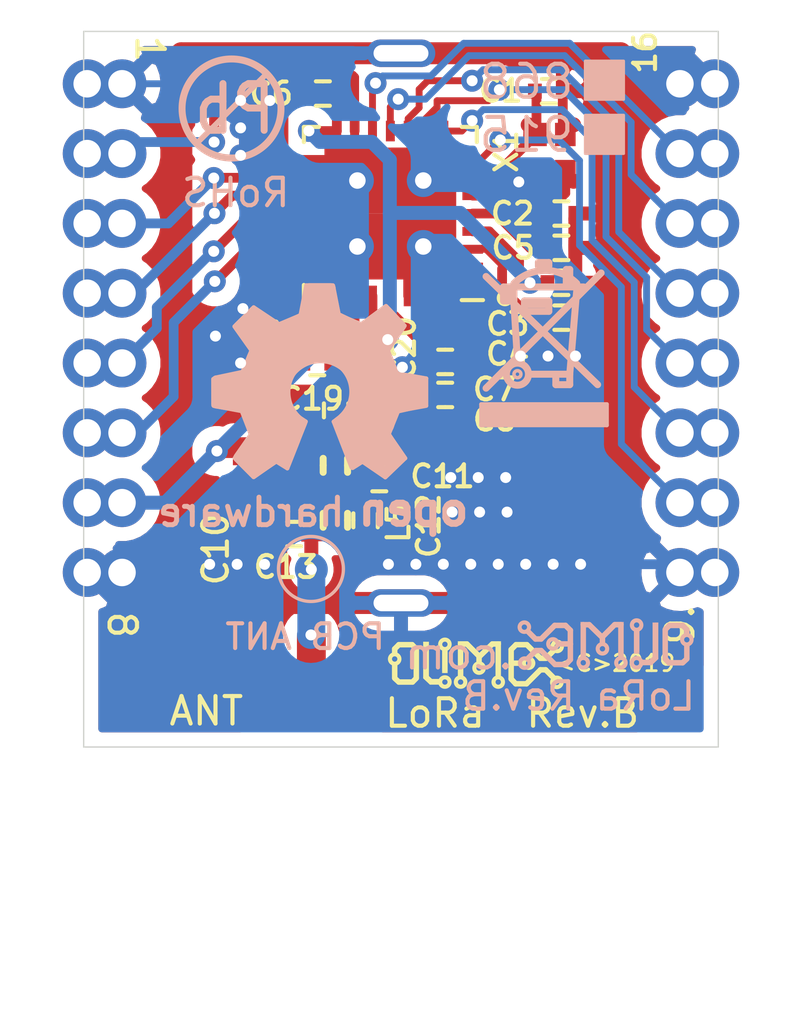
<source format=kicad_pcb>
(kicad_pcb (version 20171130) (host pcbnew 5.1.5+dfsg1-2build2)

  (general
    (thickness 1.6)
    (drawings 17)
    (tracks 315)
    (zones 0)
    (modules 34)
    (nets 28)
  )

  (page A4)
  (layers
    (0 F.Cu signal)
    (31 B.Cu signal)
    (32 B.Adhes user)
    (33 F.Adhes user)
    (34 B.Paste user)
    (35 F.Paste user)
    (36 B.SilkS user)
    (37 F.SilkS user)
    (38 B.Mask user)
    (39 F.Mask user)
    (40 Dwgs.User user)
    (41 Cmts.User user)
    (42 Eco1.User user)
    (43 Eco2.User user)
    (44 Edge.Cuts user)
    (45 Margin user)
    (46 B.CrtYd user)
    (47 F.CrtYd user)
    (48 B.Fab user)
    (49 F.Fab user hide)
  )

  (setup
    (last_trace_width 0.25)
    (user_trace_width 0.3556)
    (user_trace_width 0.508)
    (user_trace_width 1.016)
    (trace_clearance 0.2)
    (zone_clearance 0.508)
    (zone_45_only no)
    (trace_min 0.2)
    (via_size 0.8)
    (via_drill 0.4)
    (via_min_size 0.4)
    (via_min_drill 0.3)
    (uvia_size 0.3)
    (uvia_drill 0.1)
    (uvias_allowed no)
    (uvia_min_size 0.2)
    (uvia_min_drill 0.1)
    (edge_width 0.05)
    (segment_width 0.2)
    (pcb_text_width 0.3)
    (pcb_text_size 1.5 1.5)
    (mod_edge_width 0.12)
    (mod_text_size 1 1)
    (mod_text_width 0.15)
    (pad_size 1.4 1.4)
    (pad_drill 0)
    (pad_to_mask_clearance 0.00129)
    (pad_to_paste_clearance -0.000127)
    (aux_axis_origin 0 0)
    (visible_elements FFFFFF7F)
    (pcbplotparams
      (layerselection 0x010f8_ffffffff)
      (usegerberextensions false)
      (usegerberattributes false)
      (usegerberadvancedattributes false)
      (creategerberjobfile false)
      (excludeedgelayer true)
      (linewidth 0.100000)
      (plotframeref false)
      (viasonmask false)
      (mode 1)
      (useauxorigin false)
      (hpglpennumber 1)
      (hpglpenspeed 20)
      (hpglpendiameter 15.000000)
      (psnegative false)
      (psa4output false)
      (plotreference true)
      (plotvalue false)
      (plotinvisibletext false)
      (padsonsilk false)
      (subtractmaskfromsilk false)
      (outputformat 1)
      (mirror false)
      (drillshape 0)
      (scaleselection 1)
      (outputdirectory ""))
  )

  (net 0 "")
  (net 1 GND)
  (net 2 "Net-(C1-Pad1)")
  (net 3 "Net-(C2-Pad1)")
  (net 4 VAA)
  (net 5 "Net-(C4-Pad1)")
  (net 6 "Net-(C5-Pad1)")
  (net 7 "Net-(C19-Pad1)")
  (net 8 "Net-(C9-Pad1)")
  (net 9 "Net-(C11-Pad1)")
  (net 10 "Net-(C12-Pad1)")
  (net 11 "Net-(C19-Pad2)")
  (net 12 /NSS)
  (net 13 /MOSI)
  (net 14 /DIO5)
  (net 15 /RESET)
  (net 16 /SCK)
  (net 17 /MISO)
  (net 18 /DIO0)
  (net 19 /DIO3)
  (net 20 /DIO4)
  (net 21 /DIO2)
  (net 22 /DIO1)
  (net 23 "Net-(U1-Pad27)")
  (net 24 "Net-(U1-Pad20)")
  (net 25 "Net-(C7-Pad2)")
  (net 26 "Net-(U1-Pad28)")
  (net 27 "Net-(U1-Pad1)")

  (net_class Default "This is the default net class."
    (clearance 0.2)
    (trace_width 0.25)
    (via_dia 0.8)
    (via_drill 0.4)
    (uvia_dia 0.3)
    (uvia_drill 0.1)
    (add_net /DIO0)
    (add_net /DIO1)
    (add_net /DIO2)
    (add_net /DIO3)
    (add_net /DIO4)
    (add_net /DIO5)
    (add_net /MISO)
    (add_net /MOSI)
    (add_net /NSS)
    (add_net /RESET)
    (add_net /SCK)
    (add_net GND)
    (add_net "Net-(C1-Pad1)")
    (add_net "Net-(C11-Pad1)")
    (add_net "Net-(C12-Pad1)")
    (add_net "Net-(C19-Pad1)")
    (add_net "Net-(C19-Pad2)")
    (add_net "Net-(C2-Pad1)")
    (add_net "Net-(C4-Pad1)")
    (add_net "Net-(C5-Pad1)")
    (add_net "Net-(C7-Pad2)")
    (add_net "Net-(C9-Pad1)")
    (add_net "Net-(U1-Pad1)")
    (add_net "Net-(U1-Pad20)")
    (add_net "Net-(U1-Pad27)")
    (add_net "Net-(U1-Pad28)")
    (add_net VAA)
  )

  (module OLIMEX_Other-FP:Fiducial1x3_transp (layer F.Cu) (tedit 5950B992) (tstamp 5C6EAC30)
    (at 94.9452 78.3082)
    (attr smd)
    (fp_text reference Ref* (at 0 3) (layer F.SilkS) hide
      (effects (font (size 1 1) (thickness 0.15)))
    )
    (fp_text value Val** (at 0 -3) (layer F.Fab) hide
      (effects (font (size 1 1) (thickness 0.15)))
    )
    (fp_circle (center 0 0) (end 1.5 0) (layer Dwgs.User) (width 0.254))
    (pad Fid1 connect circle (at 0 0) (size 1 1) (layers F.Cu F.Mask)
      (solder_mask_margin 0.127) (clearance 1.016) (zone_connect 0))
  )

  (module OLIMEX_Connectors-FP:HN1x8_EDGE (layer F.Cu) (tedit 5B98C6EE) (tstamp 5B991477)
    (at 73.66 64.77 90)
    (path /5BB0AC36)
    (solder_mask_margin 0.0508)
    (solder_paste_margin -0.0508)
    (attr smd)
    (fp_text reference CON1 (at -0.02 -2.69 90) (layer F.SilkS) hide
      (effects (font (size 1.27 1.27) (thickness 0.254)))
    )
    (fp_text value CON8 (at -7.112 -2.286 90) (layer F.Fab)
      (effects (font (size 1.27 1.27) (thickness 0.254)))
    )
    (pad 8 thru_hole circle (at 8.89 1.27 90) (size 1.778 1.778) (drill 1) (layers *.Cu *.Mask)
      (net 1 GND))
    (pad 7 thru_hole circle (at 6.35 1.27 90) (size 1.778 1.778) (drill 1) (layers *.Cu *.Mask)
      (net 14 /DIO5))
    (pad 6 thru_hole circle (at 3.81 1.27 90) (size 1.778 1.778) (drill 1) (layers *.Cu *.Mask)
      (net 16 /SCK))
    (pad 3 thru_hole circle (at -3.81 1.27 90) (size 1.778 1.778) (drill 1) (layers *.Cu *.Mask)
      (net 12 /NSS))
    (pad 2 thru_hole circle (at -6.35 1.27 90) (size 1.778 1.778) (drill 1) (layers *.Cu *.Mask)
      (net 4 VAA))
    (pad 4 thru_hole circle (at -1.27 1.27 90) (size 1.778 1.778) (drill 1) (layers *.Cu *.Mask)
      (net 13 /MOSI))
    (pad 5 thru_hole circle (at 1.27 1.27 90) (size 1.778 1.778) (drill 1) (layers *.Cu *.Mask)
      (net 17 /MISO))
    (pad 1 thru_hole custom (at -8.89 1.27 90) (size 1.778 1.778) (drill 1) (layers *.Cu *.Mask)
      (net 1 GND) (zone_connect 2)
      (options (clearance outline) (anchor circle))
      (primitives
        (gr_arc (start 0 0) (end 0.65 0) (angle -180) (width 0.4))
      ))
    (pad 4 thru_hole circle (at -1.27 0 90) (size 1.778 1.778) (drill 1) (layers *.Cu *.Mask)
      (net 13 /MOSI))
    (pad 3 thru_hole circle (at -3.81 0 90) (size 1.778 1.778) (drill 1) (layers *.Cu *.Mask)
      (net 12 /NSS))
    (pad 2 thru_hole circle (at -6.35 0 90) (size 1.778 1.778) (drill 1) (layers *.Cu *.Mask)
      (net 4 VAA))
    (pad 1 thru_hole circle (at -8.89 0 90) (size 1.778 1.778) (drill 1) (layers *.Cu *.Mask)
      (net 1 GND))
    (pad 5 thru_hole circle (at 1.27 0 90) (size 1.778 1.778) (drill 1) (layers *.Cu *.Mask)
      (net 17 /MISO))
    (pad 6 thru_hole circle (at 3.81 0 90) (size 1.778 1.778) (drill 1) (layers *.Cu *.Mask)
      (net 16 /SCK))
    (pad 8 thru_hole circle (at 8.89 0 90) (size 1.778 1.778) (drill 1) (layers *.Cu *.Mask)
      (net 1 GND))
    (pad 7 thru_hole circle (at 6.35 0 90) (size 1.778 1.778) (drill 1) (layers *.Cu *.Mask)
      (net 14 /DIO5))
  )

  (module OLIMEX_Connectors-FP:HN1x8_EDGE (layer F.Cu) (tedit 5B98C6EE) (tstamp 5B99148B)
    (at 96.52 64.77 270)
    (path /5BB33505)
    (solder_mask_margin 0.0508)
    (solder_paste_margin -0.0508)
    (attr smd)
    (fp_text reference CON2 (at -0.02 -2.69 270) (layer F.SilkS) hide
      (effects (font (size 1.27 1.27) (thickness 0.254)))
    )
    (fp_text value CON8 (at -7.112 -2.286 270) (layer F.Fab)
      (effects (font (size 1.27 1.27) (thickness 0.254)))
    )
    (pad 8 thru_hole circle (at 8.89 1.27 270) (size 1.778 1.778) (drill 1) (layers *.Cu *.Mask)
      (net 1 GND))
    (pad 7 thru_hole circle (at 6.35 1.27 270) (size 1.778 1.778) (drill 1) (layers *.Cu *.Mask)
      (net 15 /RESET))
    (pad 6 thru_hole circle (at 3.81 1.27 270) (size 1.778 1.778) (drill 1) (layers *.Cu *.Mask)
      (net 18 /DIO0))
    (pad 3 thru_hole circle (at -3.81 1.27 270) (size 1.778 1.778) (drill 1) (layers *.Cu *.Mask)
      (net 19 /DIO3))
    (pad 2 thru_hole circle (at -6.35 1.27 270) (size 1.778 1.778) (drill 1) (layers *.Cu *.Mask)
      (net 20 /DIO4))
    (pad 4 thru_hole circle (at -1.27 1.27 270) (size 1.778 1.778) (drill 1) (layers *.Cu *.Mask)
      (net 21 /DIO2))
    (pad 5 thru_hole circle (at 1.27 1.27 270) (size 1.778 1.778) (drill 1) (layers *.Cu *.Mask)
      (net 22 /DIO1))
    (pad 1 thru_hole custom (at -8.89 1.27 270) (size 1.778 1.778) (drill 1) (layers *.Cu *.Mask)
      (net 1 GND) (zone_connect 2)
      (options (clearance outline) (anchor circle))
      (primitives
        (gr_arc (start 0 0) (end 0.65 0) (angle -180) (width 0.4))
      ))
    (pad 4 thru_hole circle (at -1.27 0 270) (size 1.778 1.778) (drill 1) (layers *.Cu *.Mask)
      (net 21 /DIO2))
    (pad 3 thru_hole circle (at -3.81 0 270) (size 1.778 1.778) (drill 1) (layers *.Cu *.Mask)
      (net 19 /DIO3))
    (pad 2 thru_hole circle (at -6.35 0 270) (size 1.778 1.778) (drill 1) (layers *.Cu *.Mask)
      (net 20 /DIO4))
    (pad 1 thru_hole circle (at -8.89 0 270) (size 1.778 1.778) (drill 1) (layers *.Cu *.Mask)
      (net 1 GND))
    (pad 5 thru_hole circle (at 1.27 0 270) (size 1.778 1.778) (drill 1) (layers *.Cu *.Mask)
      (net 22 /DIO1))
    (pad 6 thru_hole circle (at 3.81 0 270) (size 1.778 1.778) (drill 1) (layers *.Cu *.Mask)
      (net 18 /DIO0))
    (pad 8 thru_hole circle (at 8.89 0 270) (size 1.778 1.778) (drill 1) (layers *.Cu *.Mask)
      (net 1 GND))
    (pad 7 thru_hole circle (at 6.35 0 270) (size 1.778 1.778) (drill 1) (layers *.Cu *.Mask)
      (net 15 /RESET))
  )

  (module OLIMEX_Other-FP:CHECKBOX (layer B.Cu) (tedit 5C612916) (tstamp 5C613350)
    (at 92.5 55.75)
    (attr virtual)
    (fp_text reference none (at -1.143 0 315 unlocked) (layer B.SilkS) hide
      (effects (font (size 0.508 0.508) (thickness 0.127)) (justify mirror))
    )
    (fp_text value CHECKBOX (at 0.254 -1.016) (layer B.Fab) hide
      (effects (font (size 1.27 1.27) (thickness 0.254)) (justify mirror))
    )
    (fp_poly (pts (xy -0.7 0.7) (xy 0.7 0.7) (xy 0.7 -0.7) (xy -0.7 -0.7)) (layer B.SilkS) (width 0.1))
    (pad 1 smd rect (at 0 0) (size 1.4 1.4) (layers B.SilkS)
      (solder_mask_margin 0.0508))
  )

  (module OLIMEX_Other-FP:CHECKBOX (layer B.Cu) (tedit 5C6128FD) (tstamp 5C613361)
    (at 92.5 57.72)
    (attr virtual)
    (fp_text reference none (at -1.143 0 315 unlocked) (layer B.SilkS) hide
      (effects (font (size 0.508 0.508) (thickness 0.127)) (justify mirror))
    )
    (fp_text value CHECKBOX (at 0.254 -1.016) (layer B.Fab) hide
      (effects (font (size 1.27 1.27) (thickness 0.254)) (justify mirror))
    )
    (fp_poly (pts (xy -0.7 0.7) (xy 0.7 0.7) (xy 0.7 -0.7) (xy -0.7 -0.7)) (layer B.SilkS) (width 0.1))
    (pad 1 smd rect (at 0 0) (size 1.4 1.4) (layers B.SilkS)
      (solder_mask_margin 0.0508))
  )

  (module OLIMEX_Other-FP:Shield1620 (layer F.Cu) (tedit 5B9F555B) (tstamp 5B9F5A0C)
    (at 85.09 64.77 90)
    (path /5BA05A0C)
    (attr smd)
    (fp_text reference SHIELD1 (at 0 18.825 90) (layer F.SilkS) hide
      (effects (font (size 1 1) (thickness 0.15)))
    )
    (fp_text value TESTPAD (at -0.05 -16.5 90) (layer F.Fab)
      (effects (font (size 1 1) (thickness 0.15)))
    )
    (pad 1 thru_hole oval (at 10 0 90) (size 1 2.5) (drill oval 0.6 2) (layers *.Cu *.Mask)
      (net 1 GND))
    (pad 1 thru_hole oval (at -10 0 90) (size 1 2.5) (drill oval 0.6 2) (layers *.Cu *.Mask)
      (net 1 GND))
    (pad 1 smd oval (at 0 -8 90) (size 20.8 0.8) (layers F.Cu F.Mask)
      (net 1 GND) (zone_connect 2))
    (pad 1 smd oval (at 0 8 90) (size 20.8 0.8) (layers F.Cu F.Mask)
      (net 1 GND) (zone_connect 2))
    (pad 1 smd oval (at 10 0 180) (size 16.8 0.8) (layers F.Cu F.Mask)
      (net 1 GND) (zone_connect 2))
    (pad 1 smd oval (at -10 0 180) (size 16.8 0.8) (layers F.Cu F.Mask)
      (net 1 GND) (zone_connect 2))
  )

  (module OLIMEX_TestPoints-FP:TP_SMD (layer F.Cu) (tedit 5B9F4784) (tstamp 5B997420)
    (at 81.825 73.55)
    (descr SIP4)
    (tags SIP4)
    (path /5B9C6E97)
    (attr virtual)
    (fp_text reference JANT1 (at 0.127 -1.651) (layer F.SilkS) hide
      (effects (font (size 1.27 1.27) (thickness 0.254)))
    )
    (fp_text value TESTPAD (at 0.508 1.524) (layer F.SilkS) hide
      (effects (font (size 1.27 1.27) (thickness 0.254)))
    )
    (pad 1 thru_hole circle (at 0 0 90) (size 0.6 0.6) (drill 0.4) (layers *.Cu *.Mask)
      (net 10 "Net-(C12-Pad1)"))
    (pad 1 smd circle (at 0 0 90) (size 1.2 1.2) (layers B.Cu B.Mask)
      (net 10 "Net-(C12-Pad1)"))
    (model Housings_SIP/SIP9_Housing.wrl
      (at (xyz 0 0 0))
      (scale (xyz 0 0 0))
      (rotate (xyz 0 0 0))
    )
  )

  (module OLIMEX_Connectors-FP:U.FL-R-SMT-1 (layer F.Cu) (tedit 57172166) (tstamp 5B9F593A)
    (at 81.825 77.9764 180)
    (path /5B9AC9BC)
    (fp_text reference EXT_ANT1 (at 0.2 3 180) (layer F.SilkS) hide
      (effects (font (size 1 1) (thickness 0.15)))
    )
    (fp_text value U.FL (at 0 -2.4 180) (layer F.Fab)
      (effects (font (size 1 1) (thickness 0.15)))
    )
    (fp_line (start -1.3 -1.3) (end 1.3 -1.3) (layer F.Fab) (width 0.1))
    (fp_line (start 1.3 -1.3) (end 1.3 1.3) (layer F.Fab) (width 0.1))
    (fp_line (start 1.3 1.3) (end -1.3 1.3) (layer F.Fab) (width 0.1))
    (fp_line (start -1.3 1.3) (end -1.3 -1.3) (layer F.Fab) (width 0.1))
    (fp_line (start 1.4 -1) (end 1.8 -1) (layer F.Fab) (width 0.1))
    (fp_line (start 1.8 -1) (end 1.8 1) (layer F.Fab) (width 0.1))
    (fp_line (start 1.8 1) (end 1.4 1) (layer F.Fab) (width 0.1))
    (fp_line (start -1.4 1) (end -1.8 1) (layer F.Fab) (width 0.1))
    (fp_line (start -1.8 1) (end -1.8 -1) (layer F.Fab) (width 0.1))
    (fp_line (start -1.8 -1) (end -1.4 -1) (layer F.Fab) (width 0.1))
    (fp_line (start -0.4 1.4) (end -0.4 1.8) (layer F.Fab) (width 0.1))
    (fp_line (start -0.4 1.8) (end 0.4 1.8) (layer F.Fab) (width 0.1))
    (fp_line (start 0.4 1.8) (end 0.4 1.4) (layer F.Fab) (width 0.1))
    (fp_circle (center 0 0) (end 0.8 0) (layer F.Fab) (width 0.1))
    (fp_circle (center 0 0) (end 0.2 0) (layer F.Fab) (width 0.1))
    (pad 1 smd rect (at 0 1.5 180) (size 1.05 1.05) (layers F.Cu F.Paste F.Mask)
      (net 10 "Net-(C12-Pad1)"))
    (pad 2 smd rect (at 1.5 0 180) (size 1.05 2.2) (layers F.Cu F.Paste F.Mask)
      (net 1 GND))
    (pad 2 smd rect (at -1.5 0 180) (size 1.05 2.2) (layers F.Cu F.Paste F.Mask)
      (net 1 GND))
    (model ${KIPRJMOD}/3d/U_FL-R-SMT-1.step
      (at (xyz 0 0 0))
      (scale (xyz 1 1 1))
      (rotate (xyz -180 0 0))
    )
  )

  (module OLIMEX_RLC-FP:C_0603_5MIL_DWS (layer F.Cu) (tedit 5B9906CE) (tstamp 5B991387)
    (at 79.475 70.139 270)
    (descr "Resistor SMD 0603, reflow soldering, Vishay (see dcrcw.pdf)")
    (tags "resistor 0603")
    (path /5BB62760)
    (attr smd)
    (fp_text reference C10 (at 2.671 1.135 270) (layer F.SilkS)
      (effects (font (size 0.9 0.9) (thickness 0.15)))
    )
    (fp_text value 22uF (at 0.127 1.778 270) (layer F.Fab) hide
      (effects (font (size 1.27 1.27) (thickness 0.254)))
    )
    (fp_line (start -0.508 -0.762) (end 0.508 -0.762) (layer F.CrtYd) (width 0.254))
    (fp_line (start -0.508 0.762) (end 0.508 0.762) (layer F.CrtYd) (width 0.254))
    (fp_line (start -1.651 0.762) (end -0.508 0.762) (layer F.CrtYd) (width 0.254))
    (fp_line (start -1.651 -0.762) (end -1.651 0.762) (layer F.CrtYd) (width 0.254))
    (fp_line (start -0.508 -0.762) (end -1.651 -0.762) (layer F.CrtYd) (width 0.254))
    (fp_line (start 1.651 0.762) (end 0.508 0.762) (layer F.CrtYd) (width 0.254))
    (fp_line (start 1.651 -0.762) (end 1.651 0.762) (layer F.CrtYd) (width 0.254))
    (fp_line (start 0.508 -0.762) (end 1.651 -0.762) (layer F.CrtYd) (width 0.254))
    (fp_line (start 0 -0.381) (end -0.762 -0.381) (layer F.Fab) (width 0.15))
    (fp_line (start -0.762 -0.381) (end -0.762 0.381) (layer F.Fab) (width 0.15))
    (fp_line (start -0.762 0.381) (end 0.762 0.381) (layer F.Fab) (width 0.15))
    (fp_line (start 0.762 0.381) (end 0.762 -0.381) (layer F.Fab) (width 0.15))
    (fp_line (start 0.762 -0.381) (end 0 -0.381) (layer F.Fab) (width 0.15))
    (pad 2 smd rect (at 0.889 0 270) (size 1.016 1.016) (layers F.Cu F.Paste F.Mask)
      (net 1 GND) (solder_mask_margin 0.0508) (clearance 0.0508))
    (pad 1 smd rect (at -0.889 0 270) (size 1.016 1.016) (layers F.Cu F.Paste F.Mask)
      (net 4 VAA) (solder_mask_margin 0.0508) (clearance 0.0508))
    (model ${KIPRJMOD}/3d/C_0603_1608Metric.wrl
      (at (xyz 0 0 0))
      (scale (xyz 1 1 1))
      (rotate (xyz 0 0 0))
    )
  )

  (module OLIMEX_RLC-FP:L_0402_5MIL_DWS (layer F.Cu) (tedit 594A134F) (tstamp 5B991505)
    (at 82.7 71.762 270)
    (tags C0402)
    (path /5B9AC974)
    (attr smd)
    (fp_text reference L5 (at 0.1 -2.3 270) (layer F.SilkS)
      (effects (font (size 0.8 0.8) (thickness 0.15)))
    )
    (fp_text value 6.2nH (at 0 1.905 270) (layer F.Fab) hide
      (effects (font (size 1.27 1.27) (thickness 0.254)))
    )
    (fp_line (start -0.49784 0.24892) (end -0.49784 -0.24892) (layer F.Fab) (width 0.06604))
    (fp_line (start -0.49784 -0.24892) (end 0.49784 -0.24892) (layer F.Fab) (width 0.06604))
    (fp_line (start 0.49784 0.24892) (end 0.49784 -0.24892) (layer F.Fab) (width 0.06604))
    (fp_line (start -0.49784 0.24892) (end 0.49784 0.24892) (layer F.Fab) (width 0.06604))
    (fp_line (start 0 0.4445) (end -0.254 0.4445) (layer F.SilkS) (width 0.254))
    (fp_line (start 0 0.4445) (end 0.254 0.4445) (layer F.SilkS) (width 0.254))
    (fp_line (start 0 -0.4445) (end 0.254 -0.4445) (layer F.SilkS) (width 0.254))
    (fp_line (start 0 -0.4445) (end -0.254 -0.4445) (layer F.SilkS) (width 0.254))
    (fp_line (start -0.254 -0.4445) (end -0.889 -0.4445) (layer Dwgs.User) (width 0.254))
    (fp_line (start -0.889 -0.4445) (end -0.889 0.4445) (layer Dwgs.User) (width 0.254))
    (fp_line (start -0.889 0.4445) (end -0.254 0.4445) (layer Dwgs.User) (width 0.254))
    (fp_line (start 0.254 -0.4445) (end 0.889 -0.4445) (layer Dwgs.User) (width 0.254))
    (fp_line (start 0.889 -0.4445) (end 0.889 0.4445) (layer Dwgs.User) (width 0.254))
    (fp_line (start 0.889 0.4445) (end 0.254 0.4445) (layer Dwgs.User) (width 0.254))
    (pad 2 smd rect (at 0.508 0 270) (size 0.5 0.55) (layers F.Cu F.Paste F.Mask)
      (net 10 "Net-(C12-Pad1)") (solder_mask_margin 0.0508))
    (pad 1 smd rect (at -0.508 0 90) (size 0.5 0.55) (layers F.Cu F.Paste F.Mask)
      (net 9 "Net-(C11-Pad1)") (solder_mask_margin 0.0508))
    (model ${KIPRJMOD}/3d/L_0402_1005Metric.wrl
      (at (xyz 0 0 0))
      (scale (xyz 1 1 1))
      (rotate (xyz 0 0 0))
    )
  )

  (module OLIMEX_Crystal-FP:SMD2016_4p (layer F.Cu) (tedit 5B98CBF9) (tstamp 5B99157B)
    (at 90.55 58.4 270)
    (path /5B9B6643)
    (fp_text reference X1 (at -0.0562 1.6246 270) (layer F.SilkS)
      (effects (font (size 0.8 0.8) (thickness 0.15)))
    )
    (fp_text value 32.000MHz_10ppm (at 0 -11.43 270) (layer F.Fab) hide
      (effects (font (size 1 1) (thickness 0.15)))
    )
    (fp_line (start -1.025 0.825) (end -1.025 -0.825) (layer F.Fab) (width 0.12))
    (fp_line (start 1.025 0.825) (end -1.025 0.825) (layer F.Fab) (width 0.12))
    (fp_line (start 1.025 -0.825) (end 1.025 0.825) (layer F.Fab) (width 0.12))
    (fp_line (start -1.025 -0.825) (end 1.025 -0.825) (layer F.Fab) (width 0.12))
    (pad 4 smd circle (at -1.025 -0.825 270) (size 0.55 0.55) (layers F.Cu F.Paste F.Mask)
      (net 1 GND))
    (pad 3 smd circle (at 1.025 -0.825 270) (size 0.55 0.55) (layers F.Cu F.Paste F.Mask)
      (net 3 "Net-(C2-Pad1)"))
    (pad 2 smd circle (at 1.025 0.825 270) (size 0.55 0.55) (layers F.Cu F.Paste F.Mask)
      (net 1 GND))
    (pad 1 smd circle (at -1.025 0.825 270) (size 0.55 0.55) (layers F.Cu F.Paste F.Mask)
      (net 2 "Net-(C1-Pad1)"))
    (pad 4 smd rect (at -0.675 -0.525 270) (size 0.85 0.75) (layers F.Cu F.Paste F.Mask)
      (net 1 GND))
    (pad 3 smd rect (at 0.675 -0.525 270) (size 0.85 0.75) (layers F.Cu F.Paste F.Mask)
      (net 3 "Net-(C2-Pad1)"))
    (pad 2 smd rect (at 0.675 0.525 270) (size 0.85 0.75) (layers F.Cu F.Paste F.Mask)
      (net 1 GND))
    (pad 1 smd rect (at -0.675 0.525 270) (size 0.85 0.75) (layers F.Cu F.Paste F.Mask)
      (net 2 "Net-(C1-Pad1)"))
    (model ${KIPRJMOD}/3d/QSG5032.step
      (at (xyz 0 0 0))
      (scale (xyz 0.4 0.4 0.5))
      (rotate (xyz 0 0 0))
    )
  )

  (module OLIMEX_IC-FP:QFN-28_EP_6x6_Pitch0.65mm (layer F.Cu) (tedit 5B9F573C) (tstamp 5B99156B)
    (at 84.702 60.6 180)
    (path /5B98A226)
    (solder_mask_margin 0.0762)
    (solder_paste_margin -0.0127)
    (attr smd)
    (fp_text reference U1 (at 0 -4.375 180) (layer F.SilkS) hide
      (effects (font (size 1 1) (thickness 0.15)))
    )
    (fp_text value SX1276 (at 0 4.375 180) (layer F.Fab)
      (effects (font (size 1 1) (thickness 0.15)))
    )
    (fp_line (start -3.65 3.65) (end -3.65 -3.65) (layer F.CrtYd) (width 0.05))
    (fp_line (start 3.65 3.65) (end -3.65 3.65) (layer F.CrtYd) (width 0.05))
    (fp_line (start 3.65 -3.65) (end 3.65 3.65) (layer F.CrtYd) (width 0.05))
    (fp_line (start -3.65 -3.65) (end 3.65 -3.65) (layer F.CrtYd) (width 0.05))
    (fp_line (start -2.6 -3.15) (end -3.375 -3.15) (layer F.SilkS) (width 0.15))
    (fp_line (start -3.15 3.15) (end -3.15 2.6) (layer F.SilkS) (width 0.15))
    (fp_line (start -2.6 3.15) (end -3.15 3.15) (layer F.SilkS) (width 0.15))
    (fp_line (start 3.15 3.15) (end 3.15 2.6) (layer F.SilkS) (width 0.15))
    (fp_line (start 2.6 3.15) (end 3.15 3.15) (layer F.SilkS) (width 0.15))
    (fp_line (start 3.15 -3.15) (end 3.15 -2.6) (layer F.SilkS) (width 0.15))
    (fp_line (start 2.6 -3.15) (end 3.15 -3.15) (layer F.SilkS) (width 0.15))
    (fp_line (start 3 -3) (end -2 -3) (layer F.Fab) (width 0.15))
    (fp_line (start 3 3) (end 3 -3) (layer F.Fab) (width 0.15))
    (fp_line (start -3 3) (end 3 3) (layer F.Fab) (width 0.15))
    (fp_line (start -3 -2) (end -3 3) (layer F.Fab) (width 0.15))
    (fp_line (start -2 -3) (end -3 -2) (layer F.Fab) (width 0.15))
    (pad "" connect circle (at -4.175 -3.075 180) (size 0.6 0.6) (layers F.SilkS))
    (pad 29 thru_hole circle (at 1.2 1.2 180) (size 1.2 1.2) (drill 0.6) (layers *.Cu *.Mask)
      (net 1 GND) (zone_connect 2))
    (pad 29 thru_hole circle (at 1.2 -1.2 180) (size 1.2 1.2) (drill 0.6) (layers *.Cu *.Mask)
      (net 1 GND) (zone_connect 2))
    (pad 29 thru_hole circle (at -1.2 1.2 180) (size 1.2 1.2) (drill 0.6) (layers *.Cu *.Mask)
      (net 1 GND) (zone_connect 2))
    (pad 29 thru_hole circle (at -1.2 -1.2 180) (size 1.2 1.2) (drill 0.6) (layers *.Cu *.Mask)
      (net 1 GND) (zone_connect 2))
    (pad 29 smd rect (at 1.2 1.2 180) (size 2.4 2.4) (layers F.Cu F.Paste F.Mask)
      (net 1 GND) (solder_paste_margin -0.1))
    (pad 29 smd rect (at 1.2 -1.2 180) (size 2.4 2.4) (layers F.Cu F.Paste F.Mask)
      (net 1 GND) (solder_paste_margin -0.1))
    (pad 29 smd rect (at -1.2 1.2 180) (size 2.4 2.4) (layers F.Cu F.Paste F.Mask)
      (net 1 GND) (solder_paste_margin -0.1))
    (pad 29 smd rect (at -1.2 -1.2 180) (size 2.4 2.4) (layers F.Cu F.Paste F.Mask)
      (net 1 GND) (solder_paste_margin -0.1))
    (pad 28 smd rect (at -1.95 -3 180) (size 0.325 0.75) (layers F.Cu F.Paste F.Mask)
      (net 26 "Net-(U1-Pad28)") (solder_mask_margin 0.05) (solder_paste_margin 0.005))
    (pad 27 smd rect (at -1.3 -3 180) (size 0.325 0.75) (layers F.Cu F.Paste F.Mask)
      (net 23 "Net-(U1-Pad27)") (solder_mask_margin 0.05) (solder_paste_margin 0.005))
    (pad 26 smd rect (at -0.65 -3 180) (size 0.325 0.75) (layers F.Cu F.Paste F.Mask)
      (net 1 GND) (solder_mask_margin 0.05) (solder_paste_margin 0.005))
    (pad 25 smd rect (at 0 -3 180) (size 0.325 0.75) (layers F.Cu F.Paste F.Mask)
      (net 25 "Net-(C7-Pad2)") (solder_mask_margin 0.05) (solder_paste_margin 0.005))
    (pad 24 smd rect (at 0.65 -3 180) (size 0.325 0.75) (layers F.Cu F.Paste F.Mask)
      (net 4 VAA) (solder_mask_margin 0.05) (solder_paste_margin 0.005))
    (pad 23 smd rect (at 1.3 -3 180) (size 0.325 0.75) (layers F.Cu F.Paste F.Mask)
      (net 1 GND) (solder_mask_margin 0.05) (solder_paste_margin 0.005))
    (pad 22 smd rect (at 1.95 -3 180) (size 0.325 0.75) (layers F.Cu F.Paste F.Mask)
      (net 11 "Net-(C19-Pad2)") (solder_mask_margin 0.05) (solder_paste_margin 0.005))
    (pad 21 smd rect (at 3 -1.95 270) (size 0.325 0.75) (layers F.Cu F.Paste F.Mask)
      (net 7 "Net-(C19-Pad1)") (solder_mask_margin 0.05) (solder_paste_margin 0.005))
    (pad 20 smd rect (at 3 -1.3 270) (size 0.325 0.75) (layers F.Cu F.Paste F.Mask)
      (net 24 "Net-(U1-Pad20)") (solder_mask_margin 0.05) (solder_paste_margin 0.005))
    (pad 19 smd rect (at 3 -0.65 270) (size 0.325 0.75) (layers F.Cu F.Paste F.Mask)
      (net 12 /NSS) (solder_mask_margin 0.05) (solder_paste_margin 0.005))
    (pad 18 smd rect (at 3 0 270) (size 0.325 0.75) (layers F.Cu F.Paste F.Mask)
      (net 13 /MOSI) (solder_mask_margin 0.05) (solder_paste_margin 0.005))
    (pad 17 smd rect (at 3 0.65 270) (size 0.325 0.75) (layers F.Cu F.Paste F.Mask)
      (net 17 /MISO) (solder_mask_margin 0.05) (solder_paste_margin 0.005))
    (pad 16 smd rect (at 3 1.3 270) (size 0.325 0.75) (layers F.Cu F.Paste F.Mask)
      (net 16 /SCK) (solder_mask_margin 0.05) (solder_paste_margin 0.005))
    (pad 15 smd rect (at 3 1.95 270) (size 0.325 0.75) (layers F.Cu F.Paste F.Mask)
      (net 1 GND) (solder_mask_margin 0.05) (solder_paste_margin 0.005))
    (pad 14 smd rect (at 1.95 3 180) (size 0.325 0.75) (layers F.Cu F.Paste F.Mask)
      (net 4 VAA) (solder_mask_margin 0.05) (solder_paste_margin 0.005))
    (pad 13 smd rect (at 1.3 3 180) (size 0.325 0.75) (layers F.Cu F.Paste F.Mask)
      (net 14 /DIO5) (solder_mask_margin 0.05) (solder_paste_margin 0.005))
    (pad 12 smd rect (at 0.65 3 180) (size 0.325 0.75) (layers F.Cu F.Paste F.Mask)
      (net 20 /DIO4) (solder_mask_margin 0.05) (solder_paste_margin 0.005))
    (pad 11 smd rect (at 0 3 180) (size 0.325 0.75) (layers F.Cu F.Paste F.Mask)
      (net 19 /DIO3) (solder_mask_margin 0.05) (solder_paste_margin 0.005))
    (pad 10 smd rect (at -0.65 3 180) (size 0.325 0.75) (layers F.Cu F.Paste F.Mask)
      (net 21 /DIO2) (solder_mask_margin 0.05) (solder_paste_margin 0.005))
    (pad 9 smd rect (at -1.3 3 180) (size 0.325 0.75) (layers F.Cu F.Paste F.Mask)
      (net 22 /DIO1) (solder_mask_margin 0.05) (solder_paste_margin 0.005))
    (pad 8 smd rect (at -1.95 3 180) (size 0.325 0.75) (layers F.Cu F.Paste F.Mask)
      (net 18 /DIO0) (solder_mask_margin 0.05) (solder_paste_margin 0.005))
    (pad 7 smd rect (at -3 1.95 270) (size 0.325 0.75) (layers F.Cu F.Paste F.Mask)
      (net 15 /RESET) (solder_mask_margin 0.05) (solder_paste_margin 0.005))
    (pad 6 smd rect (at -3 1.3 270) (size 0.325 0.75) (layers F.Cu F.Paste F.Mask)
      (net 2 "Net-(C1-Pad1)") (solder_mask_margin 0.05) (solder_paste_margin 0.005))
    (pad 5 smd rect (at -3 0.65 270) (size 0.325 0.75) (layers F.Cu F.Paste F.Mask)
      (net 3 "Net-(C2-Pad1)") (solder_mask_margin 0.05) (solder_paste_margin 0.005))
    (pad 4 smd rect (at -3 0 270) (size 0.325 0.75) (layers F.Cu F.Paste F.Mask)
      (net 6 "Net-(C5-Pad1)") (solder_mask_margin 0.05) (solder_paste_margin 0.005))
    (pad 3 smd rect (at -3 -0.65 270) (size 0.325 0.75) (layers F.Cu F.Paste F.Mask)
      (net 4 VAA) (solder_mask_margin 0.05) (solder_paste_margin 0.005))
    (pad 2 smd rect (at -3 -1.3 270) (size 0.325 0.75) (layers F.Cu F.Paste F.Mask)
      (net 5 "Net-(C4-Pad1)") (solder_mask_margin 0.05) (solder_paste_margin 0.005))
    (pad 1 smd rect (at -3 -1.95 270) (size 0.325 0.75) (layers F.Cu F.Paste F.Mask)
      (net 27 "Net-(U1-Pad1)") (solder_mask_margin 0.05) (solder_paste_margin 0.005))
    (model "${KIPRJMOD}/3d/QFN-28(6.0x6.0x1.0mm_P0.65mm).STEP"
      (at (xyz 0 0 0))
      (scale (xyz 1 1 1))
      (rotate (xyz -90 0 0))
    )
  )

  (module OLIMEX_RLC-FP:L_0402_5MIL_DWS (layer F.Cu) (tedit 594A134F) (tstamp 5B9914F1)
    (at 82.7 69.762 270)
    (tags C0402)
    (path /5B9AC952)
    (attr smd)
    (fp_text reference L4 (at 0 -1.397 270) (layer F.SilkS) hide
      (effects (font (size 1.27 1.27) (thickness 0.254)))
    )
    (fp_text value 10nH (at 0 1.905 270) (layer F.Fab)
      (effects (font (size 1.27 1.27) (thickness 0.254)))
    )
    (fp_line (start -0.49784 0.24892) (end -0.49784 -0.24892) (layer F.Fab) (width 0.06604))
    (fp_line (start -0.49784 -0.24892) (end 0.49784 -0.24892) (layer F.Fab) (width 0.06604))
    (fp_line (start 0.49784 0.24892) (end 0.49784 -0.24892) (layer F.Fab) (width 0.06604))
    (fp_line (start -0.49784 0.24892) (end 0.49784 0.24892) (layer F.Fab) (width 0.06604))
    (fp_line (start 0 0.4445) (end -0.254 0.4445) (layer F.SilkS) (width 0.254))
    (fp_line (start 0 0.4445) (end 0.254 0.4445) (layer F.SilkS) (width 0.254))
    (fp_line (start 0 -0.4445) (end 0.254 -0.4445) (layer F.SilkS) (width 0.254))
    (fp_line (start 0 -0.4445) (end -0.254 -0.4445) (layer F.SilkS) (width 0.254))
    (fp_line (start -0.254 -0.4445) (end -0.889 -0.4445) (layer Dwgs.User) (width 0.254))
    (fp_line (start -0.889 -0.4445) (end -0.889 0.4445) (layer Dwgs.User) (width 0.254))
    (fp_line (start -0.889 0.4445) (end -0.254 0.4445) (layer Dwgs.User) (width 0.254))
    (fp_line (start 0.254 -0.4445) (end 0.889 -0.4445) (layer Dwgs.User) (width 0.254))
    (fp_line (start 0.889 -0.4445) (end 0.889 0.4445) (layer Dwgs.User) (width 0.254))
    (fp_line (start 0.889 0.4445) (end 0.254 0.4445) (layer Dwgs.User) (width 0.254))
    (pad 2 smd rect (at 0.508 0 270) (size 0.5 0.55) (layers F.Cu F.Paste F.Mask)
      (net 9 "Net-(C11-Pad1)") (solder_mask_margin 0.0508))
    (pad 1 smd rect (at -0.508 0 90) (size 0.5 0.55) (layers F.Cu F.Paste F.Mask)
      (net 8 "Net-(C9-Pad1)") (solder_mask_margin 0.0508))
    (model ${KIPRJMOD}/3d/L_0402_1005Metric.wrl
      (at (xyz 0 0 0))
      (scale (xyz 1 1 1))
      (rotate (xyz 0 0 0))
    )
  )

  (module OLIMEX_RLC-FP:L_0402_5MIL_DWS (layer F.Cu) (tedit 594A134F) (tstamp 5B9914DD)
    (at 80.264 65.024)
    (tags C0402)
    (path /5B9A1C08)
    (attr smd)
    (fp_text reference L3 (at 0 1.2) (layer F.SilkS)
      (effects (font (size 0.7 0.7) (thickness 0.15)))
    )
    (fp_text value 6.8nH (at 0 1.905) (layer F.Fab) hide
      (effects (font (size 1.27 1.27) (thickness 0.254)))
    )
    (fp_line (start -0.49784 0.24892) (end -0.49784 -0.24892) (layer F.Fab) (width 0.06604))
    (fp_line (start -0.49784 -0.24892) (end 0.49784 -0.24892) (layer F.Fab) (width 0.06604))
    (fp_line (start 0.49784 0.24892) (end 0.49784 -0.24892) (layer F.Fab) (width 0.06604))
    (fp_line (start -0.49784 0.24892) (end 0.49784 0.24892) (layer F.Fab) (width 0.06604))
    (fp_line (start 0 0.4445) (end -0.254 0.4445) (layer F.SilkS) (width 0.254))
    (fp_line (start 0 0.4445) (end 0.254 0.4445) (layer F.SilkS) (width 0.254))
    (fp_line (start 0 -0.4445) (end 0.254 -0.4445) (layer F.SilkS) (width 0.254))
    (fp_line (start 0 -0.4445) (end -0.254 -0.4445) (layer F.SilkS) (width 0.254))
    (fp_line (start -0.254 -0.4445) (end -0.889 -0.4445) (layer Dwgs.User) (width 0.254))
    (fp_line (start -0.889 -0.4445) (end -0.889 0.4445) (layer Dwgs.User) (width 0.254))
    (fp_line (start -0.889 0.4445) (end -0.254 0.4445) (layer Dwgs.User) (width 0.254))
    (fp_line (start 0.254 -0.4445) (end 0.889 -0.4445) (layer Dwgs.User) (width 0.254))
    (fp_line (start 0.889 -0.4445) (end 0.889 0.4445) (layer Dwgs.User) (width 0.254))
    (fp_line (start 0.889 0.4445) (end 0.254 0.4445) (layer Dwgs.User) (width 0.254))
    (pad 2 smd rect (at 0.508 0) (size 0.5 0.55) (layers F.Cu F.Paste F.Mask)
      (net 7 "Net-(C19-Pad1)") (solder_mask_margin 0.0508))
    (pad 1 smd rect (at -0.508 0 180) (size 0.5 0.55) (layers F.Cu F.Paste F.Mask)
      (net 1 GND) (solder_mask_margin 0.0508))
    (model ${KIPRJMOD}/3d/L_0402_1005Metric.wrl
      (at (xyz 0 0 0))
      (scale (xyz 1 1 1))
      (rotate (xyz 0 0 0))
    )
  )

  (module OLIMEX_RLC-FP:L_0402_5MIL_DWS (layer F.Cu) (tedit 594A134F) (tstamp 5B9914C9)
    (at 84.3534 67.2338)
    (tags C0402)
    (path /5B9A1BF5)
    (attr smd)
    (fp_text reference L2 (at 3.097 -2.449) (layer F.SilkS) hide
      (effects (font (size 0.8 0.8) (thickness 0.15)))
    )
    (fp_text value 33nH (at 0 1.905) (layer F.Fab) hide
      (effects (font (size 1.27 1.27) (thickness 0.254)))
    )
    (fp_line (start -0.49784 0.24892) (end -0.49784 -0.24892) (layer F.Fab) (width 0.06604))
    (fp_line (start -0.49784 -0.24892) (end 0.49784 -0.24892) (layer F.Fab) (width 0.06604))
    (fp_line (start 0.49784 0.24892) (end 0.49784 -0.24892) (layer F.Fab) (width 0.06604))
    (fp_line (start -0.49784 0.24892) (end 0.49784 0.24892) (layer F.Fab) (width 0.06604))
    (fp_line (start 0 0.4445) (end -0.254 0.4445) (layer F.SilkS) (width 0.254))
    (fp_line (start 0 0.4445) (end 0.254 0.4445) (layer F.SilkS) (width 0.254))
    (fp_line (start 0 -0.4445) (end 0.254 -0.4445) (layer F.SilkS) (width 0.254))
    (fp_line (start 0 -0.4445) (end -0.254 -0.4445) (layer F.SilkS) (width 0.254))
    (fp_line (start -0.254 -0.4445) (end -0.889 -0.4445) (layer Dwgs.User) (width 0.254))
    (fp_line (start -0.889 -0.4445) (end -0.889 0.4445) (layer Dwgs.User) (width 0.254))
    (fp_line (start -0.889 0.4445) (end -0.254 0.4445) (layer Dwgs.User) (width 0.254))
    (fp_line (start 0.254 -0.4445) (end 0.889 -0.4445) (layer Dwgs.User) (width 0.254))
    (fp_line (start 0.889 -0.4445) (end 0.889 0.4445) (layer Dwgs.User) (width 0.254))
    (fp_line (start 0.889 0.4445) (end 0.254 0.4445) (layer Dwgs.User) (width 0.254))
    (pad 2 smd rect (at 0.508 0) (size 0.5 0.55) (layers F.Cu F.Paste F.Mask)
      (net 25 "Net-(C7-Pad2)") (solder_mask_margin 0.0508))
    (pad 1 smd rect (at -0.508 0 180) (size 0.5 0.55) (layers F.Cu F.Paste F.Mask)
      (net 11 "Net-(C19-Pad2)") (solder_mask_margin 0.0508))
    (model ${KIPRJMOD}/3d/L_0402_1005Metric.wrl
      (at (xyz 0 0 0))
      (scale (xyz 1 1 1))
      (rotate (xyz 0 0 0))
    )
  )

  (module OLIMEX_RLC-FP:C_0402_5MIL_DWS (layer F.Cu) (tedit 5A55FBBA) (tstamp 5B991413)
    (at 84.052 65.575 270)
    (tags C0402)
    (path /5B98A579)
    (attr smd)
    (fp_text reference C20 (at -0.075 -1.148 270) (layer F.SilkS)
      (effects (font (size 0.8 0.8) (thickness 0.15)))
    )
    (fp_text value 100nF (at 0 1.905 270) (layer F.Fab) hide
      (effects (font (size 1.27 1.27) (thickness 0.254)))
    )
    (fp_line (start -0.49784 0.24892) (end -0.49784 -0.24892) (layer F.Fab) (width 0.06604))
    (fp_line (start -0.49784 -0.24892) (end 0.49784 -0.24892) (layer F.Fab) (width 0.06604))
    (fp_line (start 0.49784 0.24892) (end 0.49784 -0.24892) (layer F.Fab) (width 0.06604))
    (fp_line (start -0.49784 0.24892) (end 0.49784 0.24892) (layer F.Fab) (width 0.06604))
    (fp_line (start 0 0.4445) (end -0.254 0.4445) (layer F.SilkS) (width 0.15))
    (fp_line (start 0 0.4445) (end 0.254 0.4445) (layer F.SilkS) (width 0.15))
    (fp_line (start 0 -0.4445) (end 0.254 -0.4445) (layer F.SilkS) (width 0.15))
    (fp_line (start 0 -0.4445) (end -0.254 -0.4445) (layer F.SilkS) (width 0.15))
    (fp_line (start -0.254 -0.4445) (end -0.889 -0.4445) (layer Dwgs.User) (width 0.254))
    (fp_line (start -0.889 -0.4445) (end -0.889 0.4445) (layer Dwgs.User) (width 0.254))
    (fp_line (start -0.889 0.4445) (end -0.254 0.4445) (layer Dwgs.User) (width 0.254))
    (fp_line (start 0.254 -0.4445) (end 0.889 -0.4445) (layer Dwgs.User) (width 0.254))
    (fp_line (start 0.889 -0.4445) (end 0.889 0.4445) (layer Dwgs.User) (width 0.254))
    (fp_line (start 0.889 0.4445) (end 0.254 0.4445) (layer Dwgs.User) (width 0.254))
    (pad 2 smd rect (at 0.508 0 270) (size 0.5 0.55) (layers F.Cu F.Paste F.Mask)
      (net 1 GND) (solder_mask_margin 0.0508))
    (pad 1 smd rect (at -0.508 0 90) (size 0.5 0.55) (layers F.Cu F.Paste F.Mask)
      (net 4 VAA) (solder_mask_margin 0.0508))
    (model ${KIPRJMOD}/3d/C_0402_1005Metric.wrl
      (at (xyz 0 0 0))
      (scale (xyz 1 1 1))
      (rotate (xyz 0 0 0))
    )
  )

  (module OLIMEX_RLC-FP:C_0402_5MIL_DWS (layer F.Cu) (tedit 5A55FBBA) (tstamp 5B9913FF)
    (at 82.042 66.04)
    (tags C0402)
    (path /5B9A1BFF)
    (attr smd)
    (fp_text reference C19 (at -0.2 1.3) (layer F.SilkS)
      (effects (font (size 0.8 0.8) (thickness 0.15)))
    )
    (fp_text value 2.2pF (at 0 1.905) (layer F.Fab) hide
      (effects (font (size 1.27 1.27) (thickness 0.254)))
    )
    (fp_line (start -0.49784 0.24892) (end -0.49784 -0.24892) (layer F.Fab) (width 0.06604))
    (fp_line (start -0.49784 -0.24892) (end 0.49784 -0.24892) (layer F.Fab) (width 0.06604))
    (fp_line (start 0.49784 0.24892) (end 0.49784 -0.24892) (layer F.Fab) (width 0.06604))
    (fp_line (start -0.49784 0.24892) (end 0.49784 0.24892) (layer F.Fab) (width 0.06604))
    (fp_line (start 0 0.4445) (end -0.254 0.4445) (layer F.SilkS) (width 0.15))
    (fp_line (start 0 0.4445) (end 0.254 0.4445) (layer F.SilkS) (width 0.15))
    (fp_line (start 0 -0.4445) (end 0.254 -0.4445) (layer F.SilkS) (width 0.15))
    (fp_line (start 0 -0.4445) (end -0.254 -0.4445) (layer F.SilkS) (width 0.15))
    (fp_line (start -0.254 -0.4445) (end -0.889 -0.4445) (layer Dwgs.User) (width 0.254))
    (fp_line (start -0.889 -0.4445) (end -0.889 0.4445) (layer Dwgs.User) (width 0.254))
    (fp_line (start -0.889 0.4445) (end -0.254 0.4445) (layer Dwgs.User) (width 0.254))
    (fp_line (start 0.254 -0.4445) (end 0.889 -0.4445) (layer Dwgs.User) (width 0.254))
    (fp_line (start 0.889 -0.4445) (end 0.889 0.4445) (layer Dwgs.User) (width 0.254))
    (fp_line (start 0.889 0.4445) (end 0.254 0.4445) (layer Dwgs.User) (width 0.254))
    (pad 2 smd rect (at 0.508 0) (size 0.5 0.55) (layers F.Cu F.Paste F.Mask)
      (net 11 "Net-(C19-Pad2)") (solder_mask_margin 0.0508))
    (pad 1 smd rect (at -0.508 0 180) (size 0.5 0.55) (layers F.Cu F.Paste F.Mask)
      (net 7 "Net-(C19-Pad1)") (solder_mask_margin 0.0508))
    (model ${KIPRJMOD}/3d/C_0402_1005Metric.wrl
      (at (xyz 0 0 0))
      (scale (xyz 1 1 1))
      (rotate (xyz 0 0 0))
    )
  )

  (module OLIMEX_RLC-FP:C_0402_5MIL_DWS (layer F.Cu) (tedit 5A55FBBA) (tstamp 5B9913C3)
    (at 81.2 72.262 180)
    (tags C0402)
    (path /5B9AC96C)
    (attr smd)
    (fp_text reference C13 (at 0.3 -1.2 180) (layer F.SilkS)
      (effects (font (size 0.8 0.8) (thickness 0.15)))
    )
    (fp_text value 1.8pF (at 0 1.905 180) (layer F.Fab) hide
      (effects (font (size 1.27 1.27) (thickness 0.254)))
    )
    (fp_line (start -0.49784 0.24892) (end -0.49784 -0.24892) (layer F.Fab) (width 0.06604))
    (fp_line (start -0.49784 -0.24892) (end 0.49784 -0.24892) (layer F.Fab) (width 0.06604))
    (fp_line (start 0.49784 0.24892) (end 0.49784 -0.24892) (layer F.Fab) (width 0.06604))
    (fp_line (start -0.49784 0.24892) (end 0.49784 0.24892) (layer F.Fab) (width 0.06604))
    (fp_line (start 0 0.4445) (end -0.254 0.4445) (layer F.SilkS) (width 0.15))
    (fp_line (start 0 0.4445) (end 0.254 0.4445) (layer F.SilkS) (width 0.15))
    (fp_line (start 0 -0.4445) (end 0.254 -0.4445) (layer F.SilkS) (width 0.15))
    (fp_line (start 0 -0.4445) (end -0.254 -0.4445) (layer F.SilkS) (width 0.15))
    (fp_line (start -0.254 -0.4445) (end -0.889 -0.4445) (layer Dwgs.User) (width 0.254))
    (fp_line (start -0.889 -0.4445) (end -0.889 0.4445) (layer Dwgs.User) (width 0.254))
    (fp_line (start -0.889 0.4445) (end -0.254 0.4445) (layer Dwgs.User) (width 0.254))
    (fp_line (start 0.254 -0.4445) (end 0.889 -0.4445) (layer Dwgs.User) (width 0.254))
    (fp_line (start 0.889 -0.4445) (end 0.889 0.4445) (layer Dwgs.User) (width 0.254))
    (fp_line (start 0.889 0.4445) (end 0.254 0.4445) (layer Dwgs.User) (width 0.254))
    (pad 2 smd rect (at 0.508 0 180) (size 0.5 0.55) (layers F.Cu F.Paste F.Mask)
      (net 1 GND) (solder_mask_margin 0.0508))
    (pad 1 smd rect (at -0.508 0) (size 0.5 0.55) (layers F.Cu F.Paste F.Mask)
      (net 10 "Net-(C12-Pad1)") (solder_mask_margin 0.0508))
    (model ${KIPRJMOD}/3d/C_0402_1005Metric.wrl
      (at (xyz 0 0 0))
      (scale (xyz 1 1 1))
      (rotate (xyz 0 0 0))
    )
  )

  (module OLIMEX_RLC-FP:C_0402_5MIL_DWS (layer F.Cu) (tedit 5A55FBBA) (tstamp 5B9913AF)
    (at 83.8 71.762 90)
    (tags C0402)
    (path /5B9AC962)
    (attr smd)
    (fp_text reference C12 (at -0.2 2.3 90) (layer F.SilkS)
      (effects (font (size 0.8 0.8) (thickness 0.15)))
    )
    (fp_text value 1.2pF (at 0 1.905 90) (layer F.Fab) hide
      (effects (font (size 1.27 1.27) (thickness 0.254)))
    )
    (fp_line (start -0.49784 0.24892) (end -0.49784 -0.24892) (layer F.Fab) (width 0.06604))
    (fp_line (start -0.49784 -0.24892) (end 0.49784 -0.24892) (layer F.Fab) (width 0.06604))
    (fp_line (start 0.49784 0.24892) (end 0.49784 -0.24892) (layer F.Fab) (width 0.06604))
    (fp_line (start -0.49784 0.24892) (end 0.49784 0.24892) (layer F.Fab) (width 0.06604))
    (fp_line (start 0 0.4445) (end -0.254 0.4445) (layer F.SilkS) (width 0.15))
    (fp_line (start 0 0.4445) (end 0.254 0.4445) (layer F.SilkS) (width 0.15))
    (fp_line (start 0 -0.4445) (end 0.254 -0.4445) (layer F.SilkS) (width 0.15))
    (fp_line (start 0 -0.4445) (end -0.254 -0.4445) (layer F.SilkS) (width 0.15))
    (fp_line (start -0.254 -0.4445) (end -0.889 -0.4445) (layer Dwgs.User) (width 0.254))
    (fp_line (start -0.889 -0.4445) (end -0.889 0.4445) (layer Dwgs.User) (width 0.254))
    (fp_line (start -0.889 0.4445) (end -0.254 0.4445) (layer Dwgs.User) (width 0.254))
    (fp_line (start 0.254 -0.4445) (end 0.889 -0.4445) (layer Dwgs.User) (width 0.254))
    (fp_line (start 0.889 -0.4445) (end 0.889 0.4445) (layer Dwgs.User) (width 0.254))
    (fp_line (start 0.889 0.4445) (end 0.254 0.4445) (layer Dwgs.User) (width 0.254))
    (pad 2 smd rect (at 0.508 0 90) (size 0.5 0.55) (layers F.Cu F.Paste F.Mask)
      (net 9 "Net-(C11-Pad1)") (solder_mask_margin 0.0508))
    (pad 1 smd rect (at -0.508 0 270) (size 0.5 0.55) (layers F.Cu F.Paste F.Mask)
      (net 10 "Net-(C12-Pad1)") (solder_mask_margin 0.0508))
    (model ${KIPRJMOD}/3d/C_0402_1005Metric.wrl
      (at (xyz 0 0 0))
      (scale (xyz 1 1 1))
      (rotate (xyz 0 0 0))
    )
  )

  (module OLIMEX_RLC-FP:C_0402_5MIL_DWS (layer F.Cu) (tedit 5A55FBBA) (tstamp 5B99139B)
    (at 84.3 70.262)
    (tags C0402)
    (path /5B9AC95A)
    (attr smd)
    (fp_text reference C11 (at 2.3 -0.1 -180) (layer F.SilkS)
      (effects (font (size 0.8 0.8) (thickness 0.15)))
    )
    (fp_text value 4.7pF (at 0 1.905) (layer F.Fab) hide
      (effects (font (size 1.27 1.27) (thickness 0.254)))
    )
    (fp_line (start -0.49784 0.24892) (end -0.49784 -0.24892) (layer F.Fab) (width 0.06604))
    (fp_line (start -0.49784 -0.24892) (end 0.49784 -0.24892) (layer F.Fab) (width 0.06604))
    (fp_line (start 0.49784 0.24892) (end 0.49784 -0.24892) (layer F.Fab) (width 0.06604))
    (fp_line (start -0.49784 0.24892) (end 0.49784 0.24892) (layer F.Fab) (width 0.06604))
    (fp_line (start 0 0.4445) (end -0.254 0.4445) (layer F.SilkS) (width 0.15))
    (fp_line (start 0 0.4445) (end 0.254 0.4445) (layer F.SilkS) (width 0.15))
    (fp_line (start 0 -0.4445) (end 0.254 -0.4445) (layer F.SilkS) (width 0.15))
    (fp_line (start 0 -0.4445) (end -0.254 -0.4445) (layer F.SilkS) (width 0.15))
    (fp_line (start -0.254 -0.4445) (end -0.889 -0.4445) (layer Dwgs.User) (width 0.254))
    (fp_line (start -0.889 -0.4445) (end -0.889 0.4445) (layer Dwgs.User) (width 0.254))
    (fp_line (start -0.889 0.4445) (end -0.254 0.4445) (layer Dwgs.User) (width 0.254))
    (fp_line (start 0.254 -0.4445) (end 0.889 -0.4445) (layer Dwgs.User) (width 0.254))
    (fp_line (start 0.889 -0.4445) (end 0.889 0.4445) (layer Dwgs.User) (width 0.254))
    (fp_line (start 0.889 0.4445) (end 0.254 0.4445) (layer Dwgs.User) (width 0.254))
    (pad 2 smd rect (at 0.508 0) (size 0.5 0.55) (layers F.Cu F.Paste F.Mask)
      (net 1 GND) (solder_mask_margin 0.0508))
    (pad 1 smd rect (at -0.508 0 180) (size 0.5 0.55) (layers F.Cu F.Paste F.Mask)
      (net 9 "Net-(C11-Pad1)") (solder_mask_margin 0.0508))
    (model ${KIPRJMOD}/3d/C_0402_1005Metric.wrl
      (at (xyz 0 0 0))
      (scale (xyz 1 1 1))
      (rotate (xyz 0 0 0))
    )
  )

  (module OLIMEX_RLC-FP:C_0402_5MIL_DWS (layer F.Cu) (tedit 5A55FBBA) (tstamp 5B991374)
    (at 82.7278 67.762 90)
    (tags C0402)
    (path /5B9AC947)
    (attr smd)
    (fp_text reference C9 (at 0 -1.397 90) (layer F.SilkS) hide
      (effects (font (size 0.8 0.8) (thickness 0.1)))
    )
    (fp_text value 33pF (at 0 1.905 90) (layer F.Fab)
      (effects (font (size 1.27 1.27) (thickness 0.254)))
    )
    (fp_line (start -0.49784 0.24892) (end -0.49784 -0.24892) (layer F.Fab) (width 0.06604))
    (fp_line (start -0.49784 -0.24892) (end 0.49784 -0.24892) (layer F.Fab) (width 0.06604))
    (fp_line (start 0.49784 0.24892) (end 0.49784 -0.24892) (layer F.Fab) (width 0.06604))
    (fp_line (start -0.49784 0.24892) (end 0.49784 0.24892) (layer F.Fab) (width 0.06604))
    (fp_line (start 0 0.4445) (end -0.254 0.4445) (layer F.SilkS) (width 0.15))
    (fp_line (start 0 0.4445) (end 0.254 0.4445) (layer F.SilkS) (width 0.15))
    (fp_line (start 0 -0.4445) (end 0.254 -0.4445) (layer F.SilkS) (width 0.15))
    (fp_line (start 0 -0.4445) (end -0.254 -0.4445) (layer F.SilkS) (width 0.15))
    (fp_line (start -0.254 -0.4445) (end -0.889 -0.4445) (layer Dwgs.User) (width 0.254))
    (fp_line (start -0.889 -0.4445) (end -0.889 0.4445) (layer Dwgs.User) (width 0.254))
    (fp_line (start -0.889 0.4445) (end -0.254 0.4445) (layer Dwgs.User) (width 0.254))
    (fp_line (start 0.254 -0.4445) (end 0.889 -0.4445) (layer Dwgs.User) (width 0.254))
    (fp_line (start 0.889 -0.4445) (end 0.889 0.4445) (layer Dwgs.User) (width 0.254))
    (fp_line (start 0.889 0.4445) (end 0.254 0.4445) (layer Dwgs.User) (width 0.254))
    (pad 2 smd rect (at 0.508 0 90) (size 0.5 0.55) (layers F.Cu F.Paste F.Mask)
      (net 11 "Net-(C19-Pad2)") (solder_mask_margin 0.0508))
    (pad 1 smd rect (at -0.508 0 270) (size 0.5 0.55) (layers F.Cu F.Paste F.Mask)
      (net 8 "Net-(C9-Pad1)") (solder_mask_margin 0.0508))
    (model ${KIPRJMOD}/3d/C_0402_1005Metric.wrl
      (at (xyz 0 0 0))
      (scale (xyz 1 1 1))
      (rotate (xyz 0 0 0))
    )
  )

  (module OLIMEX_RLC-FP:C_0402_5MIL_DWS (layer F.Cu) (tedit 5A55FBBA) (tstamp 5B991360)
    (at 86.7 67.2 180)
    (tags C0402)
    (path /5B98A833)
    (attr smd)
    (fp_text reference C8 (at -1.8 -0.9 180) (layer F.SilkS)
      (effects (font (size 0.8 0.8) (thickness 0.15)))
    )
    (fp_text value 47pF (at 0 1.905 180) (layer F.Fab) hide
      (effects (font (size 1.27 1.27) (thickness 0.254)))
    )
    (fp_line (start -0.49784 0.24892) (end -0.49784 -0.24892) (layer F.Fab) (width 0.06604))
    (fp_line (start -0.49784 -0.24892) (end 0.49784 -0.24892) (layer F.Fab) (width 0.06604))
    (fp_line (start 0.49784 0.24892) (end 0.49784 -0.24892) (layer F.Fab) (width 0.06604))
    (fp_line (start -0.49784 0.24892) (end 0.49784 0.24892) (layer F.Fab) (width 0.06604))
    (fp_line (start 0 0.4445) (end -0.254 0.4445) (layer F.SilkS) (width 0.15))
    (fp_line (start 0 0.4445) (end 0.254 0.4445) (layer F.SilkS) (width 0.15))
    (fp_line (start 0 -0.4445) (end 0.254 -0.4445) (layer F.SilkS) (width 0.15))
    (fp_line (start 0 -0.4445) (end -0.254 -0.4445) (layer F.SilkS) (width 0.15))
    (fp_line (start -0.254 -0.4445) (end -0.889 -0.4445) (layer Dwgs.User) (width 0.254))
    (fp_line (start -0.889 -0.4445) (end -0.889 0.4445) (layer Dwgs.User) (width 0.254))
    (fp_line (start -0.889 0.4445) (end -0.254 0.4445) (layer Dwgs.User) (width 0.254))
    (fp_line (start 0.254 -0.4445) (end 0.889 -0.4445) (layer Dwgs.User) (width 0.254))
    (fp_line (start 0.889 -0.4445) (end 0.889 0.4445) (layer Dwgs.User) (width 0.254))
    (fp_line (start 0.889 0.4445) (end 0.254 0.4445) (layer Dwgs.User) (width 0.254))
    (pad 2 smd rect (at 0.508 0 180) (size 0.5 0.55) (layers F.Cu F.Paste F.Mask)
      (net 25 "Net-(C7-Pad2)") (solder_mask_margin 0.0508))
    (pad 1 smd rect (at -0.508 0) (size 0.5 0.55) (layers F.Cu F.Paste F.Mask)
      (net 1 GND) (solder_mask_margin 0.0508))
    (model ${KIPRJMOD}/3d/C_0402_1005Metric.wrl
      (at (xyz 0 0 0))
      (scale (xyz 1 1 1))
      (rotate (xyz 0 0 0))
    )
  )

  (module OLIMEX_RLC-FP:C_0402_5MIL_DWS (layer F.Cu) (tedit 5A55FBBA) (tstamp 5B99134C)
    (at 86.7 66 180)
    (tags C0402)
    (path /5B98A7E2)
    (attr smd)
    (fp_text reference C7 (at -1.8 -1) (layer F.SilkS)
      (effects (font (size 0.8 0.8) (thickness 0.15)))
    )
    (fp_text value 10nF (at 0 1.905 180) (layer F.Fab) hide
      (effects (font (size 1.27 1.27) (thickness 0.254)))
    )
    (fp_line (start -0.49784 0.24892) (end -0.49784 -0.24892) (layer F.Fab) (width 0.06604))
    (fp_line (start -0.49784 -0.24892) (end 0.49784 -0.24892) (layer F.Fab) (width 0.06604))
    (fp_line (start 0.49784 0.24892) (end 0.49784 -0.24892) (layer F.Fab) (width 0.06604))
    (fp_line (start -0.49784 0.24892) (end 0.49784 0.24892) (layer F.Fab) (width 0.06604))
    (fp_line (start 0 0.4445) (end -0.254 0.4445) (layer F.SilkS) (width 0.15))
    (fp_line (start 0 0.4445) (end 0.254 0.4445) (layer F.SilkS) (width 0.15))
    (fp_line (start 0 -0.4445) (end 0.254 -0.4445) (layer F.SilkS) (width 0.15))
    (fp_line (start 0 -0.4445) (end -0.254 -0.4445) (layer F.SilkS) (width 0.15))
    (fp_line (start -0.254 -0.4445) (end -0.889 -0.4445) (layer Dwgs.User) (width 0.254))
    (fp_line (start -0.889 -0.4445) (end -0.889 0.4445) (layer Dwgs.User) (width 0.254))
    (fp_line (start -0.889 0.4445) (end -0.254 0.4445) (layer Dwgs.User) (width 0.254))
    (fp_line (start 0.254 -0.4445) (end 0.889 -0.4445) (layer Dwgs.User) (width 0.254))
    (fp_line (start 0.889 -0.4445) (end 0.889 0.4445) (layer Dwgs.User) (width 0.254))
    (fp_line (start 0.889 0.4445) (end 0.254 0.4445) (layer Dwgs.User) (width 0.254))
    (pad 2 smd rect (at 0.508 0 180) (size 0.5 0.55) (layers F.Cu F.Paste F.Mask)
      (net 25 "Net-(C7-Pad2)") (solder_mask_margin 0.0508))
    (pad 1 smd rect (at -0.508 0) (size 0.5 0.55) (layers F.Cu F.Paste F.Mask)
      (net 1 GND) (solder_mask_margin 0.0508))
    (model ${KIPRJMOD}/3d/C_0402_1005Metric.wrl
      (at (xyz 0 0 0))
      (scale (xyz 1 1 1))
      (rotate (xyz 0 0 0))
    )
  )

  (module OLIMEX_RLC-FP:C_0402_5MIL_DWS (layer F.Cu) (tedit 5A55FBBA) (tstamp 5B991338)
    (at 82.2452 56.2356 180)
    (tags C0402)
    (path /5BA3C9E2)
    (attr smd)
    (fp_text reference C6 (at 1.8796 0 180) (layer F.SilkS)
      (effects (font (size 0.8 0.8) (thickness 0.15)))
    )
    (fp_text value 100nF (at 0 1.905 180) (layer F.Fab) hide
      (effects (font (size 1.27 1.27) (thickness 0.254)))
    )
    (fp_line (start -0.49784 0.24892) (end -0.49784 -0.24892) (layer F.Fab) (width 0.06604))
    (fp_line (start -0.49784 -0.24892) (end 0.49784 -0.24892) (layer F.Fab) (width 0.06604))
    (fp_line (start 0.49784 0.24892) (end 0.49784 -0.24892) (layer F.Fab) (width 0.06604))
    (fp_line (start -0.49784 0.24892) (end 0.49784 0.24892) (layer F.Fab) (width 0.06604))
    (fp_line (start 0 0.4445) (end -0.254 0.4445) (layer F.SilkS) (width 0.15))
    (fp_line (start 0 0.4445) (end 0.254 0.4445) (layer F.SilkS) (width 0.15))
    (fp_line (start 0 -0.4445) (end 0.254 -0.4445) (layer F.SilkS) (width 0.15))
    (fp_line (start 0 -0.4445) (end -0.254 -0.4445) (layer F.SilkS) (width 0.15))
    (fp_line (start -0.254 -0.4445) (end -0.889 -0.4445) (layer Dwgs.User) (width 0.254))
    (fp_line (start -0.889 -0.4445) (end -0.889 0.4445) (layer Dwgs.User) (width 0.254))
    (fp_line (start -0.889 0.4445) (end -0.254 0.4445) (layer Dwgs.User) (width 0.254))
    (fp_line (start 0.254 -0.4445) (end 0.889 -0.4445) (layer Dwgs.User) (width 0.254))
    (fp_line (start 0.889 -0.4445) (end 0.889 0.4445) (layer Dwgs.User) (width 0.254))
    (fp_line (start 0.889 0.4445) (end 0.254 0.4445) (layer Dwgs.User) (width 0.254))
    (pad 2 smd rect (at 0.508 0 180) (size 0.5 0.55) (layers F.Cu F.Paste F.Mask)
      (net 1 GND) (solder_mask_margin 0.0508))
    (pad 1 smd rect (at -0.508 0) (size 0.5 0.55) (layers F.Cu F.Paste F.Mask)
      (net 4 VAA) (solder_mask_margin 0.0508))
    (model ${KIPRJMOD}/3d/C_0402_1005Metric.wrl
      (at (xyz 0 0 0))
      (scale (xyz 1 1 1))
      (rotate (xyz 0 0 0))
    )
  )

  (module OLIMEX_RLC-FP:C_0402_5MIL_DWS (layer F.Cu) (tedit 5A55FBBA) (tstamp 5B991324)
    (at 90.932 61.849)
    (tags C0402)
    (path /5BA0CC45)
    (attr smd)
    (fp_text reference C5 (at -1.7526 0) (layer F.SilkS)
      (effects (font (size 0.8 0.8) (thickness 0.15)))
    )
    (fp_text value 100nF (at 0 1.905) (layer F.Fab) hide
      (effects (font (size 1.27 1.27) (thickness 0.254)))
    )
    (fp_line (start -0.49784 0.24892) (end -0.49784 -0.24892) (layer F.Fab) (width 0.06604))
    (fp_line (start -0.49784 -0.24892) (end 0.49784 -0.24892) (layer F.Fab) (width 0.06604))
    (fp_line (start 0.49784 0.24892) (end 0.49784 -0.24892) (layer F.Fab) (width 0.06604))
    (fp_line (start -0.49784 0.24892) (end 0.49784 0.24892) (layer F.Fab) (width 0.06604))
    (fp_line (start 0 0.4445) (end -0.254 0.4445) (layer F.SilkS) (width 0.15))
    (fp_line (start 0 0.4445) (end 0.254 0.4445) (layer F.SilkS) (width 0.15))
    (fp_line (start 0 -0.4445) (end 0.254 -0.4445) (layer F.SilkS) (width 0.15))
    (fp_line (start 0 -0.4445) (end -0.254 -0.4445) (layer F.SilkS) (width 0.15))
    (fp_line (start -0.254 -0.4445) (end -0.889 -0.4445) (layer Dwgs.User) (width 0.254))
    (fp_line (start -0.889 -0.4445) (end -0.889 0.4445) (layer Dwgs.User) (width 0.254))
    (fp_line (start -0.889 0.4445) (end -0.254 0.4445) (layer Dwgs.User) (width 0.254))
    (fp_line (start 0.254 -0.4445) (end 0.889 -0.4445) (layer Dwgs.User) (width 0.254))
    (fp_line (start 0.889 -0.4445) (end 0.889 0.4445) (layer Dwgs.User) (width 0.254))
    (fp_line (start 0.889 0.4445) (end 0.254 0.4445) (layer Dwgs.User) (width 0.254))
    (pad 2 smd rect (at 0.508 0) (size 0.5 0.55) (layers F.Cu F.Paste F.Mask)
      (net 1 GND) (solder_mask_margin 0.0508))
    (pad 1 smd rect (at -0.508 0 180) (size 0.5 0.55) (layers F.Cu F.Paste F.Mask)
      (net 6 "Net-(C5-Pad1)") (solder_mask_margin 0.0508))
    (model ${KIPRJMOD}/3d/C_0402_1005Metric.wrl
      (at (xyz 0 0 0))
      (scale (xyz 1 1 1))
      (rotate (xyz 0 0 0))
    )
  )

  (module OLIMEX_RLC-FP:C_0402_5MIL_DWS (layer F.Cu) (tedit 5A55FBBA) (tstamp 5B991310)
    (at 90.932 64.389)
    (tags C0402)
    (path /5BA178DC)
    (attr smd)
    (fp_text reference C4 (at -1.9558 1.3208) (layer F.SilkS)
      (effects (font (size 0.8 0.8) (thickness 0.15)))
    )
    (fp_text value 100nF (at 0 1.905) (layer F.Fab) hide
      (effects (font (size 1.27 1.27) (thickness 0.254)))
    )
    (fp_line (start -0.49784 0.24892) (end -0.49784 -0.24892) (layer F.Fab) (width 0.06604))
    (fp_line (start -0.49784 -0.24892) (end 0.49784 -0.24892) (layer F.Fab) (width 0.06604))
    (fp_line (start 0.49784 0.24892) (end 0.49784 -0.24892) (layer F.Fab) (width 0.06604))
    (fp_line (start -0.49784 0.24892) (end 0.49784 0.24892) (layer F.Fab) (width 0.06604))
    (fp_line (start 0 0.4445) (end -0.254 0.4445) (layer F.SilkS) (width 0.15))
    (fp_line (start 0 0.4445) (end 0.254 0.4445) (layer F.SilkS) (width 0.15))
    (fp_line (start 0 -0.4445) (end 0.254 -0.4445) (layer F.SilkS) (width 0.15))
    (fp_line (start 0 -0.4445) (end -0.254 -0.4445) (layer F.SilkS) (width 0.15))
    (fp_line (start -0.254 -0.4445) (end -0.889 -0.4445) (layer Dwgs.User) (width 0.254))
    (fp_line (start -0.889 -0.4445) (end -0.889 0.4445) (layer Dwgs.User) (width 0.254))
    (fp_line (start -0.889 0.4445) (end -0.254 0.4445) (layer Dwgs.User) (width 0.254))
    (fp_line (start 0.254 -0.4445) (end 0.889 -0.4445) (layer Dwgs.User) (width 0.254))
    (fp_line (start 0.889 -0.4445) (end 0.889 0.4445) (layer Dwgs.User) (width 0.254))
    (fp_line (start 0.889 0.4445) (end 0.254 0.4445) (layer Dwgs.User) (width 0.254))
    (pad 2 smd rect (at 0.508 0) (size 0.5 0.55) (layers F.Cu F.Paste F.Mask)
      (net 1 GND) (solder_mask_margin 0.0508))
    (pad 1 smd rect (at -0.508 0 180) (size 0.5 0.55) (layers F.Cu F.Paste F.Mask)
      (net 5 "Net-(C4-Pad1)") (solder_mask_margin 0.0508))
    (model ${KIPRJMOD}/3d/C_0402_1005Metric.wrl
      (at (xyz 0 0 0))
      (scale (xyz 1 1 1))
      (rotate (xyz 0 0 0))
    )
  )

  (module OLIMEX_RLC-FP:C_0402_5MIL_DWS (layer F.Cu) (tedit 5A55FBBA) (tstamp 5B9912FC)
    (at 90.932 63.119)
    (tags C0402)
    (path /5BA121B7)
    (attr smd)
    (fp_text reference C3 (at -1.9558 1.4986) (layer F.SilkS)
      (effects (font (size 0.8 0.8) (thickness 0.15)))
    )
    (fp_text value 100nF (at 0 1.905) (layer F.Fab) hide
      (effects (font (size 1.27 1.27) (thickness 0.254)))
    )
    (fp_line (start -0.49784 0.24892) (end -0.49784 -0.24892) (layer F.Fab) (width 0.06604))
    (fp_line (start -0.49784 -0.24892) (end 0.49784 -0.24892) (layer F.Fab) (width 0.06604))
    (fp_line (start 0.49784 0.24892) (end 0.49784 -0.24892) (layer F.Fab) (width 0.06604))
    (fp_line (start -0.49784 0.24892) (end 0.49784 0.24892) (layer F.Fab) (width 0.06604))
    (fp_line (start 0 0.4445) (end -0.254 0.4445) (layer F.SilkS) (width 0.15))
    (fp_line (start 0 0.4445) (end 0.254 0.4445) (layer F.SilkS) (width 0.15))
    (fp_line (start 0 -0.4445) (end 0.254 -0.4445) (layer F.SilkS) (width 0.15))
    (fp_line (start 0 -0.4445) (end -0.254 -0.4445) (layer F.SilkS) (width 0.15))
    (fp_line (start -0.254 -0.4445) (end -0.889 -0.4445) (layer Dwgs.User) (width 0.254))
    (fp_line (start -0.889 -0.4445) (end -0.889 0.4445) (layer Dwgs.User) (width 0.254))
    (fp_line (start -0.889 0.4445) (end -0.254 0.4445) (layer Dwgs.User) (width 0.254))
    (fp_line (start 0.254 -0.4445) (end 0.889 -0.4445) (layer Dwgs.User) (width 0.254))
    (fp_line (start 0.889 -0.4445) (end 0.889 0.4445) (layer Dwgs.User) (width 0.254))
    (fp_line (start 0.889 0.4445) (end 0.254 0.4445) (layer Dwgs.User) (width 0.254))
    (pad 2 smd rect (at 0.508 0) (size 0.5 0.55) (layers F.Cu F.Paste F.Mask)
      (net 1 GND) (solder_mask_margin 0.0508))
    (pad 1 smd rect (at -0.508 0 180) (size 0.5 0.55) (layers F.Cu F.Paste F.Mask)
      (net 4 VAA) (solder_mask_margin 0.0508))
    (model ${KIPRJMOD}/3d/C_0402_1005Metric.wrl
      (at (xyz 0 0 0))
      (scale (xyz 1 1 1))
      (rotate (xyz 0 0 0))
    )
  )

  (module OLIMEX_RLC-FP:C_0402_5MIL_DWS (layer F.Cu) (tedit 5A55FBBA) (tstamp 5B9912E8)
    (at 90.932 60.6)
    (tags C0402)
    (path /5B9CE77B)
    (attr smd)
    (fp_text reference C2 (at -1.778 0.0044) (layer F.SilkS)
      (effects (font (size 0.8 0.8) (thickness 0.15)))
    )
    (fp_text value 15pF (at 0 1.905) (layer F.Fab) hide
      (effects (font (size 1.27 1.27) (thickness 0.254)))
    )
    (fp_line (start -0.49784 0.24892) (end -0.49784 -0.24892) (layer F.Fab) (width 0.06604))
    (fp_line (start -0.49784 -0.24892) (end 0.49784 -0.24892) (layer F.Fab) (width 0.06604))
    (fp_line (start 0.49784 0.24892) (end 0.49784 -0.24892) (layer F.Fab) (width 0.06604))
    (fp_line (start -0.49784 0.24892) (end 0.49784 0.24892) (layer F.Fab) (width 0.06604))
    (fp_line (start 0 0.4445) (end -0.254 0.4445) (layer F.SilkS) (width 0.15))
    (fp_line (start 0 0.4445) (end 0.254 0.4445) (layer F.SilkS) (width 0.15))
    (fp_line (start 0 -0.4445) (end 0.254 -0.4445) (layer F.SilkS) (width 0.15))
    (fp_line (start 0 -0.4445) (end -0.254 -0.4445) (layer F.SilkS) (width 0.15))
    (fp_line (start -0.254 -0.4445) (end -0.889 -0.4445) (layer Dwgs.User) (width 0.254))
    (fp_line (start -0.889 -0.4445) (end -0.889 0.4445) (layer Dwgs.User) (width 0.254))
    (fp_line (start -0.889 0.4445) (end -0.254 0.4445) (layer Dwgs.User) (width 0.254))
    (fp_line (start 0.254 -0.4445) (end 0.889 -0.4445) (layer Dwgs.User) (width 0.254))
    (fp_line (start 0.889 -0.4445) (end 0.889 0.4445) (layer Dwgs.User) (width 0.254))
    (fp_line (start 0.889 0.4445) (end 0.254 0.4445) (layer Dwgs.User) (width 0.254))
    (pad 2 smd rect (at 0.508 0) (size 0.5 0.55) (layers F.Cu F.Paste F.Mask)
      (net 1 GND) (solder_mask_margin 0.0508))
    (pad 1 smd rect (at -0.508 0 180) (size 0.5 0.55) (layers F.Cu F.Paste F.Mask)
      (net 3 "Net-(C2-Pad1)") (solder_mask_margin 0.0508))
    (model ${KIPRJMOD}/3d/C_0402_1005Metric.wrl
      (at (xyz 0 0 0))
      (scale (xyz 1 1 1))
      (rotate (xyz 0 0 0))
    )
  )

  (module OLIMEX_RLC-FP:C_0402_5MIL_DWS (layer F.Cu) (tedit 5A55FBBA) (tstamp 5B9912D4)
    (at 90.475 56.15)
    (tags C0402)
    (path /5B9CE655)
    (attr smd)
    (fp_text reference C1 (at -1.7528 -0.016) (layer F.SilkS)
      (effects (font (size 0.8 0.8) (thickness 0.15)))
    )
    (fp_text value 15pF (at 0 1.905) (layer F.Fab) hide
      (effects (font (size 1.27 1.27) (thickness 0.254)))
    )
    (fp_line (start -0.49784 0.24892) (end -0.49784 -0.24892) (layer F.Fab) (width 0.06604))
    (fp_line (start -0.49784 -0.24892) (end 0.49784 -0.24892) (layer F.Fab) (width 0.06604))
    (fp_line (start 0.49784 0.24892) (end 0.49784 -0.24892) (layer F.Fab) (width 0.06604))
    (fp_line (start -0.49784 0.24892) (end 0.49784 0.24892) (layer F.Fab) (width 0.06604))
    (fp_line (start 0 0.4445) (end -0.254 0.4445) (layer F.SilkS) (width 0.15))
    (fp_line (start 0 0.4445) (end 0.254 0.4445) (layer F.SilkS) (width 0.15))
    (fp_line (start 0 -0.4445) (end 0.254 -0.4445) (layer F.SilkS) (width 0.15))
    (fp_line (start 0 -0.4445) (end -0.254 -0.4445) (layer F.SilkS) (width 0.15))
    (fp_line (start -0.254 -0.4445) (end -0.889 -0.4445) (layer Dwgs.User) (width 0.254))
    (fp_line (start -0.889 -0.4445) (end -0.889 0.4445) (layer Dwgs.User) (width 0.254))
    (fp_line (start -0.889 0.4445) (end -0.254 0.4445) (layer Dwgs.User) (width 0.254))
    (fp_line (start 0.254 -0.4445) (end 0.889 -0.4445) (layer Dwgs.User) (width 0.254))
    (fp_line (start 0.889 -0.4445) (end 0.889 0.4445) (layer Dwgs.User) (width 0.254))
    (fp_line (start 0.889 0.4445) (end 0.254 0.4445) (layer Dwgs.User) (width 0.254))
    (pad 2 smd rect (at 0.508 0) (size 0.5 0.55) (layers F.Cu F.Paste F.Mask)
      (net 1 GND) (solder_mask_margin 0.0508))
    (pad 1 smd rect (at -0.508 0 180) (size 0.5 0.55) (layers F.Cu F.Paste F.Mask)
      (net 2 "Net-(C1-Pad1)") (solder_mask_margin 0.0508))
    (model ${KIPRJMOD}/3d/C_0402_1005Metric.wrl
      (at (xyz 0 0 0))
      (scale (xyz 1 1 1))
      (rotate (xyz 0 0 0))
    )
  )

  (module OLIMEX_LOGOs-FP:OLIMEX_LOGO_SMALL_TB (layer F.Cu) (tedit 5539E04C) (tstamp 5BA01A62)
    (at 87.8068 76.9604)
    (fp_text reference "" (at -1.2827 -14.4145) (layer F.Fab)
      (effects (font (size 1.1 1.1) (thickness 0.254)))
    )
    (fp_text value "" (at -0.0254 13.4112) (layer F.Fab)
      (effects (font (size 1.1 1.1) (thickness 0.254)))
    )
    (fp_circle (center -2.9464 -0.1524) (end -2.8448 -0.2921) (layer F.SilkS) (width 0.15))
    (fp_line (start -2.3114 -0.6713) (end -2.159 -0.5207) (layer F.SilkS) (width 0.2))
    (fp_line (start -2.159 -0.4826) (end -2.159 0.5207) (layer F.SilkS) (width 0.2))
    (fp_line (start -2.2987 0.6858) (end -2.159 0.5461) (layer F.SilkS) (width 0.2))
    (fp_line (start -2.9464 0.0762) (end -2.9464 0.5207) (layer F.SilkS) (width 0.2))
    (fp_line (start -1.8034 -0.6731) (end -1.8034 0.508) (layer F.SilkS) (width 0.2))
    (fp_line (start -1.8034 0.508) (end -1.6256 0.6731) (layer F.SilkS) (width 0.2))
    (fp_line (start -1.6256 0.6731) (end -1.3462 0.6731) (layer F.SilkS) (width 0.2))
    (fp_circle (center -1.1176 0.6858) (end -1.016 0.5461) (layer F.SilkS) (width 0.15))
    (fp_line (start -1.1176 -0.4572) (end -1.1176 0.254) (layer F.SilkS) (width 0.2))
    (fp_circle (center -1.1176 -0.6858) (end -1.016 -0.8255) (layer F.SilkS) (width 0.15))
    (fp_circle (center -0.5461 0.6858) (end -0.4445 0.5461) (layer F.SilkS) (width 0.15))
    (fp_line (start -0.5461 0.4699) (end -0.5461 -0.6985) (layer F.SilkS) (width 0.2))
    (fp_line (start -0.5461 -0.6985) (end -0.3175 -0.6985) (layer F.SilkS) (width 0.2))
    (fp_line (start -0.3175 -0.6985) (end 0.127 -0.254) (layer F.SilkS) (width 0.2))
    (fp_line (start 0.127 -0.254) (end 0.127 -0.0508) (layer F.SilkS) (width 0.2))
    (fp_line (start 0.127 -0.2286) (end 0.6096 -0.6985) (layer F.SilkS) (width 0.2))
    (fp_circle (center 0.127 0.1778) (end 0.2286 0.0381) (layer F.SilkS) (width 0.15))
    (fp_line (start 0.6096 -0.6985) (end 0.8255 -0.6985) (layer F.SilkS) (width 0.2))
    (fp_line (start 0.8255 -0.6985) (end 0.8255 0.4318) (layer F.SilkS) (width 0.2))
    (fp_circle (center 0.8255 0.6858) (end 0.9271 0.5461) (layer F.SilkS) (width 0.15))
    (fp_circle (center 2.9591 0.6985) (end 3.0607 0.5588) (layer F.SilkS) (width 0.15))
    (fp_line (start 2.8448 0.5334) (end 2.5527 0.2413) (layer F.SilkS) (width 0.2))
    (fp_line (start 2.5527 0.2413) (end 2.3622 0.2413) (layer F.SilkS) (width 0.2))
    (fp_line (start 2.3622 0.2413) (end 1.8542 0.7493) (layer F.SilkS) (width 0.2))
    (fp_line (start 1.8542 0.7493) (end 1.4605 0.7493) (layer F.SilkS) (width 0.2))
    (fp_line (start 1.4605 0.7493) (end 1.2954 0.5715) (layer F.SilkS) (width 0.2))
    (fp_line (start 1.2954 0.5715) (end 1.2954 0) (layer F.SilkS) (width 0.2))
    (fp_line (start 1.2954 -0.4953) (end 1.4732 -0.6731) (layer F.SilkS) (width 0.2))
    (fp_line (start 1.2954 0.0127) (end 1.2954 -0.4953) (layer F.SilkS) (width 0.2))
    (fp_line (start 1.4732 -0.6731) (end 1.8669 -0.6731) (layer F.SilkS) (width 0.2))
    (fp_line (start 1.8669 -0.6731) (end 2.3622 -0.1778) (layer F.SilkS) (width 0.2))
    (fp_line (start 2.3622 -0.1778) (end 2.5654 -0.1778) (layer F.SilkS) (width 0.2))
    (fp_line (start 2.5654 -0.1778) (end 2.8194 -0.4318) (layer F.SilkS) (width 0.2))
    (fp_circle (center 2.9718 -0.6096) (end 3.0734 -0.7493) (layer F.SilkS) (width 0.15))
    (fp_line (start 1.7272 0) (end 1.2954 0) (layer F.SilkS) (width 0.2))
    (fp_circle (center 1.9304 0) (end 2.032 -0.1397) (layer F.SilkS) (width 0.15))
    (fp_line (start -2.794 -0.6731) (end -2.3114 -0.6731) (layer F.SilkS) (width 0.2))
    (fp_line (start -2.9464 -0.5207) (end -2.794 -0.6731) (layer F.SilkS) (width 0.2))
    (fp_line (start -2.9464 -0.3556) (end -2.9464 -0.5207) (layer F.SilkS) (width 0.2))
    (fp_line (start -2.794 0.6858) (end -2.9464 0.5461) (layer F.SilkS) (width 0.2))
    (fp_line (start -2.2987 0.6858) (end -2.794 0.6858) (layer F.SilkS) (width 0.2))
    (fp_line (start -1.905 -0.7747) (end -1.905 0.5207) (layer F.SilkS) (width 0.01))
    (fp_line (start -1.8034 -0.7747) (end -1.905 -0.7747) (layer F.SilkS) (width 0.01))
    (fp_line (start -1.905 0.5461) (end -1.6637 0.7747) (layer F.SilkS) (width 0.01))
    (fp_line (start -1.905 0.5334) (end -1.905 0.5461) (layer F.SilkS) (width 0.01))
    (fp_line (start -1.905 0.5207) (end -1.905 0.5334) (layer F.SilkS) (width 0.01))
    (fp_line (start -1.8923 0.5588) (end -1.905 0.5334) (layer F.SilkS) (width 0.01))
    (fp_line (start -1.6637 0.7747) (end -1.3462 0.7747) (layer F.SilkS) (width 0.01))
    (fp_line (start -1.651 0.7747) (end -1.6637 0.762) (layer F.SilkS) (width 0.01))
    (fp_line (start -1.7018 -0.7747) (end -1.7018 0.4826) (layer F.SilkS) (width 0.01))
    (fp_line (start -1.8034 -0.7747) (end -1.7018 -0.7747) (layer F.SilkS) (width 0.01))
    (fp_line (start -1.87706 -0.74422) (end -1.8288 -0.74422) (layer F.SilkS) (width 0.0625))
    (fp_line (start -1.78054 -0.74168) (end -1.73228 -0.74168) (layer F.SilkS) (width 0.0625))
    (fp_line (start -1.89738 -0.77216) (end -1.89738 -0.6985) (layer F.SilkS) (width 0.0127))
    (fp_line (start -1.71196 -0.77216) (end -1.71196 -0.69342) (layer F.SilkS) (width 0.0127))
    (fp_line (start -1.02362 0.35306) (end -1.21412 0.35306) (layer F.SilkS) (width 0.0127))
    (fp_line (start -1.02362 0.25654) (end -1.02362 0.35306) (layer F.SilkS) (width 0.0127))
    (fp_line (start -1.21412 0.35306) (end -1.21412 -0.4699) (layer F.SilkS) (width 0.0127))
    (fp_line (start -1.20904 0.34036) (end -1.02616 0.34036) (layer F.SilkS) (width 0.0127))
    (fp_line (start -1.21158 0.32766) (end -1.0287 0.32766) (layer F.SilkS) (width 0.0127))
    (fp_line (start -1.21158 0.31496) (end -1.0287 0.31496) (layer F.SilkS) (width 0.0127))
    (fp_line (start -1.21158 0.30226) (end -1.02616 0.30226) (layer F.SilkS) (width 0.0127))
    (fp_line (start -0.64008 -0.79248) (end -0.31242 -0.79248) (layer F.SilkS) (width 0.0127))
    (fp_line (start -0.64008 -0.69596) (end -0.64008 -0.79248) (layer F.SilkS) (width 0.0127))
    (fp_line (start -0.58674 -0.77978) (end -0.63246 -0.77978) (layer F.SilkS) (width 0.0127))
    (fp_line (start -0.62992 -0.7874) (end -0.62992 -0.74676) (layer F.SilkS) (width 0.0127))
    (fp_line (start -0.62738 -0.76708) (end -0.61214 -0.76708) (layer F.SilkS) (width 0.0127))
    (fp_line (start 0.91948 -0.79248) (end 0.91948 -0.69596) (layer F.SilkS) (width 0.0127))
    (fp_line (start 0.83312 -0.79248) (end 0.91948 -0.79248) (layer F.SilkS) (width 0.0127))
    (fp_line (start 0.87376 -0.78232) (end 0.91186 -0.78232) (layer F.SilkS) (width 0.0127))
    (fp_line (start 0.90932 -0.77724) (end 0.90932 -0.74676) (layer F.SilkS) (width 0.0127))
    (fp_line (start 0.88646 -0.77216) (end 0.90678 -0.77216) (layer F.SilkS) (width 0.0127))
    (fp_line (start 0.9017 -0.7747) (end 0.9017 -0.75946) (layer F.SilkS) (width 0.0127))
  )

  (module OLIMEX_LOGOs-FP:LOGO_OPENHARDWARE_8x8 (layer B.Cu) (tedit 55534E4A) (tstamp 5BA056F9)
    (at 82.1436 67.2 180)
    (fp_text reference "" (at 0 -0.5 180) (layer B.Fab) hide
      (effects (font (size 1 1) (thickness 0.15)) (justify mirror))
    )
    (fp_text value "" (at 0 0.5 180) (layer B.Fab) hide
      (effects (font (size 1 1) (thickness 0.15)) (justify mirror))
    )
    (fp_line (start -1.22682 -2.46126) (end -0.67564 -1.03886) (layer B.SilkS) (width 0.42))
    (fp_line (start -1.57226 -2.27584) (end -1.25476 -2.48158) (layer B.SilkS) (width 0.37))
    (fp_line (start -2.3622 -2.82448) (end -1.58242 -2.29362) (layer B.SilkS) (width 0.4))
    (fp_line (start -2.93878 -2.286) (end -2.3749 -2.82448) (layer B.SilkS) (width 0.38))
    (fp_line (start -2.92354 -2.286) (end -2.39014 -1.45288) (layer B.SilkS) (width 0.37))
    (fp_line (start -2.74828 -0.52578) (end -2.39014 -1.4097) (layer B.SilkS) (width 0.37))
    (fp_line (start -3.72618 -0.28448) (end -2.77622 -0.50292) (layer B.SilkS) (width 0.37))
    (fp_line (start -3.71602 0.49276) (end -3.7211 -0.29464) (layer B.SilkS) (width 0.38))
    (fp_line (start -3.72872 0.50546) (end -2.71018 0.6858) (layer B.SilkS) (width 0.37))
    (fp_line (start -2.6797 0.72136) (end -2.33172 1.5875) (layer B.SilkS) (width 0.37))
    (fp_line (start -2.9083 2.4892) (end -2.35204 1.6383) (layer B.SilkS) (width 0.37))
    (fp_line (start -2.91846 2.51206) (end -2.41808 3.04546) (layer B.SilkS) (width 0.38))
    (fp_line (start -2.36982 3.07086) (end -1.54178 2.41808) (layer B.SilkS) (width 0.37))
    (fp_line (start -1.48082 2.42824) (end -0.635 2.83464) (layer B.SilkS) (width 0.37))
    (fp_line (start -0.37592 3.86842) (end -0.58166 2.85496) (layer B.SilkS) (width 0.37))
    (fp_line (start -0.38354 3.88112) (end 0.40132 3.88112) (layer B.SilkS) (width 0.37))
    (fp_line (start 0.38354 3.8608) (end 0.5969 2.84226) (layer B.SilkS) (width 0.37))
    (fp_line (start 0.5969 2.84226) (end 1.4986 2.39268) (layer B.SilkS) (width 0.37))
    (fp_line (start 1.5113 2.39776) (end 2.41554 3.0322) (layer B.SilkS) (width 0.37))
    (fp_line (start 2.41554 3.03022) (end 2.96926 2.48412) (layer B.SilkS) (width 0.37))
    (fp_line (start 2.96926 2.48158) (end 2.35204 1.69164) (layer B.SilkS) (width 0.37))
    (fp_line (start 2.35204 1.69164) (end 2.6924 0.75438) (layer B.SilkS) (width 0.37))
    (fp_line (start 2.6924 0.75438) (end 3.77444 0.52578) (layer B.SilkS) (width 0.37))
    (fp_line (start 3.77444 0.52578) (end 3.77444 -0.30988) (layer B.SilkS) (width 0.37))
    (fp_line (start 3.77444 -0.30988) (end 2.76098 -0.48006) (layer B.SilkS) (width 0.37))
    (fp_line (start 2.76098 -0.48006) (end 2.35458 -1.39192) (layer B.SilkS) (width 0.37))
    (fp_line (start 2.40538 -2.83972) (end 1.56972 -2.2733) (layer B.SilkS) (width 0.37))
    (fp_line (start 1.56972 -2.2733) (end 1.2319 -2.45872) (layer B.SilkS) (width 0.37))
    (fp_line (start 1.2319 -2.45872) (end 0.65786 -1.01854) (layer B.SilkS) (width 0.37))
    (fp_arc (start -0.07874 0.1016) (end 1.03886 0.84836) (angle -90) (layer B.SilkS) (width 0.37))
    (fp_arc (start -0.0127 -0.03048) (end -0.8763 1.03124) (angle -90) (layer B.SilkS) (width 0.37))
    (fp_arc (start 0.0635 0.11684) (end -0.8255 -0.84836) (angle -90) (layer B.SilkS) (width 0.37))
    (fp_line (start 2.35458 -1.39192) (end 2.97434 -2.27838) (layer B.SilkS) (width 0.37))
    (fp_line (start 2.42062 -2.8321) (end 2.97434 -2.286) (layer B.SilkS) (width 0.37))
    (fp_line (start -1.14554 -2.6416) (end -0.4953 -0.97282) (layer B.SilkS) (width 0.15))
    (fp_line (start -1.52908 -2.4384) (end -1.18364 -2.65938) (layer B.SilkS) (width 0.15))
    (fp_line (start -1.54178 -2.42824) (end -2.36728 -2.99212) (layer B.SilkS) (width 0.15))
    (fp_line (start -2.3749 -2.99974) (end -3.09626 -2.30632) (layer B.SilkS) (width 0.15))
    (fp_line (start -3.10388 -2.30378) (end -2.50698 -1.44018) (layer B.SilkS) (width 0.15))
    (fp_line (start -3.86588 -0.39624) (end -2.794 -0.59182) (layer B.SilkS) (width 0.15))
    (fp_line (start -3.86588 0.5969) (end -3.86588 -0.38862) (layer B.SilkS) (width 0.15))
    (fp_line (start -3.86842 0.59944) (end -2.69748 0.80264) (layer B.SilkS) (width 0.15))
    (fp_line (start -2.79908 0.79756) (end -2.4638 1.63068) (layer B.SilkS) (width 0.15))
    (fp_line (start -3.0607 2.48158) (end -2.46634 1.62814) (layer B.SilkS) (width 0.15))
    (fp_line (start -3.08102 2.51714) (end -2.40792 3.23088) (layer B.SilkS) (width 0.15))
    (fp_line (start -2.39522 3.23342) (end -1.42494 2.51714) (layer B.SilkS) (width 0.15))
    (fp_line (start -1.4605 2.58572) (end -0.55626 2.96418) (layer B.SilkS) (width 0.15))
    (fp_line (start -0.47244 3.98018) (end -0.6731 2.95402) (layer B.SilkS) (width 0.15))
    (fp_line (start -0.46228 3.9878) (end 0.50292 3.9878) (layer B.SilkS) (width 0.15))
    (fp_line (start 0.50292 3.9878) (end 0.72898 2.81686) (layer B.SilkS) (width 0.15))
    (fp_line (start 0.71882 2.89814) (end 1.524 2.56032) (layer B.SilkS) (width 0.15))
    (fp_line (start 1.40462 2.51206) (end 2.41554 3.18516) (layer B.SilkS) (width 0.15))
    (fp_line (start 2.42062 3.1877) (end 3.11404 2.49682) (layer B.SilkS) (width 0.15))
    (fp_line (start 3.11912 2.4892) (end 2.41554 1.4986) (layer B.SilkS) (width 0.15))
    (fp_line (start 2.50444 1.60782) (end 2.8702 0.73914) (layer B.SilkS) (width 0.15))
    (fp_line (start 3.80746 -0.16256) (end 2.70002 -0.38608) (layer B.SilkS) (width 0.15))
    (fp_line (start 3.89128 0.57912) (end 3.88874 -0.37846) (layer B.SilkS) (width 0.15))
    (fp_line (start 2.75336 -0.6096) (end 3.87604 -0.39878) (layer B.SilkS) (width 0.15))
    (fp_line (start 2.8575 -0.57658) (end 2.4765 -1.55702) (layer B.SilkS) (width 0.15))
    (fp_line (start 2.82448 -2.21234) (end 2.33934 -2.7432) (layer B.SilkS) (width 0.15))
    (fp_line (start 2.42824 -2.98704) (end 3.1115 -2.29616) (layer B.SilkS) (width 0.15))
    (fp_line (start 1.54178 -2.37236) (end 2.41808 -2.99212) (layer B.SilkS) (width 0.15))
    (fp_line (start 2.40538 -2.67716) (end 1.58496 -2.14884) (layer B.SilkS) (width 0.15))
    (fp_line (start 1.72212 -2.34442) (end 1.1938 -2.67208) (layer B.SilkS) (width 0.15))
    (fp_line (start 1.1938 -2.67208) (end 0.80772 -1.69164) (layer B.SilkS) (width 0.15))
    (fp_line (start 0.80264 -0.99314) (end 1.33096 -2.3749) (layer B.SilkS) (width 0.15))
    (fp_line (start -3.57378 0.40894) (end -3.57378 -0.2413) (layer B.SilkS) (width 0.15))
    (fp_line (start -3.71602 0.35306) (end -2.60096 0.59944) (layer B.SilkS) (width 0.15))
    (fp_line (start -2.18694 1.62052) (end -2.57302 0.6223) (layer B.SilkS) (width 0.15))
    (fp_line (start -2.18186 1.61544) (end -2.78384 2.52476) (layer B.SilkS) (width 0.15))
    (fp_line (start -2.4257 2.96926) (end -1.54178 2.2479) (layer B.SilkS) (width 0.15))
    (fp_line (start 0.84582 -1.05156) (end 1.02362 -0.92964) (layer B.SilkS) (width 0.15))
    (fp_line (start 1.02362 -0.92964) (end 1.39954 -0.21844) (layer B.SilkS) (width 0.15))
    (fp_line (start 1.39954 -0.21844) (end 1.39954 0.29972) (layer B.SilkS) (width 0.15))
    (fp_line (start 1.40462 0.28702) (end 1.17094 0.96012) (layer B.SilkS) (width 0.15))
    (fp_line (start 1.17094 0.96012) (end 0.6604 1.38938) (layer B.SilkS) (width 0.15))
    (fp_line (start 0.6604 1.38938) (end -0.15494 1.5494) (layer B.SilkS) (width 0.15))
    (fp_line (start -0.15494 1.55702) (end -1.02616 1.12776) (layer B.SilkS) (width 0.15))
    (fp_line (start -1.02616 1.12776) (end -1.44526 0.39624) (layer B.SilkS) (width 0.15))
    (fp_line (start -1.45034 0.39116) (end -1.31826 -0.4318) (layer B.SilkS) (width 0.15))
    (fp_line (start -1.31318 -0.46228) (end -1.2192 -0.63246) (layer B.SilkS) (width 0.15))
    (fp_line (start -1.31318 -0.46228) (end -1.2192 -0.63246) (layer B.SilkS) (width 0.15))
    (fp_line (start -1.08966 -0.68326) (end -0.83058 -1.02108) (layer B.SilkS) (width 0.15))
    (fp_line (start -0.72136 -0.79756) (end -0.4953 -0.97282) (layer B.SilkS) (width 0.15))
    (fp_line (start 0.77978 -0.8001) (end 0.52578 -0.9652) (layer B.SilkS) (width 0.15))
    (fp_line (start 0.64262 -1.25476) (end 0.5207 -0.97028) (layer B.SilkS) (width 0.15))
    (fp_line (start -1.5367 2.25044) (end -0.55372 2.7432) (layer B.SilkS) (width 0.15))
    (fp_line (start -1.2065 -0.66294) (end -0.89916 -0.92964) (layer B.SilkS) (width 0.15))
    (fp_line (start -2.2225 -2.09296) (end -1.36906 -1.07188) (layer B.SilkS) (width 1))
    (fp_line (start -3.25882 0.11176) (end -1.8415 0.17272) (layer B.SilkS) (width 1))
    (fp_line (start -2.2733 2.39776) (end -1.21158 1.29032) (layer B.SilkS) (width 1))
    (fp_line (start -0.0127 3.37312) (end -0.00762 1.85928) (layer B.SilkS) (width 1))
    (fp_line (start 2.25298 2.31648) (end 1.14046 1.24968) (layer B.SilkS) (width 1))
    (fp_line (start 3.24358 0.13208) (end 1.77546 0.04572) (layer B.SilkS) (width 1))
    (fp_line (start -1.54686 -1.92024) (end -1.1811 -1.15824) (layer B.SilkS) (width 1))
    (fp_line (start -2.21234 -1.02108) (end -1.64846 -0.54102) (layer B.SilkS) (width 1))
    (fp_line (start -2.46126 -0.37592) (end -1.75514 -0.24892) (layer B.SilkS) (width 1))
    (fp_line (start -2.13614 0.86868) (end -1.69418 0.70866) (layer B.SilkS) (width 1))
    (fp_line (start -1.96088 1.34874) (end -1.50368 1.05918) (layer B.SilkS) (width 1))
    (fp_line (start -0.96266 2.12598) (end -0.7874 1.76784) (layer B.SilkS) (width 1))
    (fp_line (start -0.52832 2.38506) (end -0.36068 1.77546) (layer B.SilkS) (width 1))
    (fp_line (start 0.7366 2.36982) (end 0.51562 1.68402) (layer B.SilkS) (width 1))
    (fp_line (start 1.32334 2.11836) (end 0.90424 1.53162) (layer B.SilkS) (width 1))
    (fp_line (start 2.19202 1.24968) (end 1.5367 0.88392) (layer B.SilkS) (width 1))
    (fp_line (start 2.43332 0.55626) (end 1.71196 0.40894) (layer B.SilkS) (width 1))
    (fp_line (start 1.59766 -0.60198) (end 2.20726 -0.70866) (layer B.SilkS) (width 1))
    (fp_line (start 1.27762 -1.02108) (end 1.89484 -1.34874) (layer B.SilkS) (width 1))
    (fp_line (start 1.16332 -1.15824) (end 2.34442 -2.1717) (layer B.SilkS) (width 1))
    (fp_line (start 1.16332 -1.0668) (end 1.49606 -1.79832) (layer B.SilkS) (width 1))
    (fp_text user open (at -3.40106 -4.17576 180) (layer B.SilkS)
      (effects (font (size 1.1 1.1) (thickness 0.254)) (justify mirror))
    )
    (fp_text user hardware (at 2.51206 -4.2672) (layer B.SilkS)
      (effects (font (size 1 1) (thickness 0.18)) (justify mirror))
    )
  )

  (module OLIMEX_LOGOs-FP:LOGO_PBFREE (layer B.Cu) (tedit 553A2F23) (tstamp 5BA05B5D)
    (at 79.121 56.4642)
    (fp_text reference "" (at -0.2794 3.52552) (layer B.Fab)
      (effects (font (size 1 1) (thickness 0.15)) (justify mirror))
    )
    (fp_text value "" (at 0.05588 -3.15214) (layer B.Fab)
      (effects (font (size 1 1) (thickness 0.15)) (justify mirror))
    )
    (fp_circle (center -0.2032 0.31496) (end 0.90678 1.73482) (layer B.SilkS) (width 0.254))
    (fp_line (start -1.36398 1.47828) (end 1.06934 -0.94234) (layer B.SilkS) (width 0.2))
    (fp_text user Pb (at -0.08636 0.33528) (layer B.SilkS)
      (effects (font (size 1.7 1.5) (thickness 0.254)) (justify mirror))
    )
  )

  (module OLIMEX_LOGOs-FP:LOGO_RECYCLEBIN_1 (layer B.Cu) (tedit 552CE91B) (tstamp 5BA05E1E)
    (at 92.6338 68.3514 180)
    (fp_text reference "" (at 2.11 7.12 180) (layer B.Fab) hide
      (effects (font (size 1 1) (thickness 0.15)) (justify mirror))
    )
    (fp_text value "" (at 2.85 -1.56 180) (layer B.Fab) hide
      (effects (font (size 1 1) (thickness 0.15)) (justify mirror))
    )
    (fp_line (start 4.62 0.812) (end 4.62 0.05) (layer B.SilkS) (width 0.15))
    (fp_line (start 0.048 0.812) (end 4.62 0.812) (layer B.SilkS) (width 0.15))
    (fp_line (start 0.048 0.05) (end 0.048 0.812) (layer B.SilkS) (width 0.15))
    (fp_line (start 4.62 0.05) (end 0.048 0.05) (layer B.SilkS) (width 0.15))
    (fp_line (start 4.5692 0.7612) (end 0.1496 0.7612) (layer B.SilkS) (width 0.15))
    (fp_line (start 0.0988 0.6596) (end 4.5692 0.6596) (layer B.SilkS) (width 0.15))
    (fp_line (start 4.5692 0.5072) (end 0.1496 0.5072) (layer B.SilkS) (width 0.15))
    (fp_line (start 4.5692 0.3548) (end 0.1496 0.3548) (layer B.SilkS) (width 0.15))
    (fp_line (start 0.0988 0.6088) (end 4.5184 0.6088) (layer B.SilkS) (width 0.15))
    (fp_line (start 0.0988 0.4564) (end 4.5692 0.4564) (layer B.SilkS) (width 0.15))
    (fp_line (start 4.5184 0.2532) (end 0.1496 0.2532) (layer B.SilkS) (width 0.15))
    (fp_line (start 0.0988 0.1516) (end 4.5184 0.1516) (layer B.SilkS) (width 0.15))
    (fp_line (start 0.254 5.588) (end 4.445 1.397) (layer B.SilkS) (width 0.254))
    (fp_line (start 0.381 1.524) (end 4.445 5.461) (layer B.SilkS) (width 0.254))
    (fp_line (start 1.397 1.905) (end 2.794 1.905) (layer B.SilkS) (width 0.254))
    (fp_line (start 1.397 1.905) (end 1.143 4.953) (layer B.SilkS) (width 0.254))
    (fp_line (start 0.889 5.08) (end 3.81 5.08) (layer B.SilkS) (width 0.254))
    (fp_line (start 1.905 1.524) (end 1.905 1.778) (layer B.SilkS) (width 0.254))
    (fp_line (start 1.397 1.524) (end 1.905 1.524) (layer B.SilkS) (width 0.254))
    (fp_line (start 1.397 1.905) (end 1.397 1.524) (layer B.SilkS) (width 0.254))
    (fp_line (start 3.302 2.413) (end 3.429 4.445) (layer B.SilkS) (width 0.254))
    (fp_circle (center 3.302 1.905) (end 3.683 2.032) (layer B.SilkS) (width 0.254))
    (fp_line (start 1.524 5.715) (end 1.524 5.207) (layer B.SilkS) (width 0.254))
    (fp_line (start 1.397 5.715) (end 1.524 5.715) (layer B.SilkS) (width 0.254))
    (fp_line (start 1.397 5.207) (end 1.397 5.715) (layer B.SilkS) (width 0.254))
    (fp_line (start 3.81 4.572) (end 3.81 5.08) (layer B.SilkS) (width 0.254))
    (fp_line (start 3.429 4.572) (end 3.81 4.572) (layer B.SilkS) (width 0.254))
    (fp_line (start 3.429 5.08) (end 3.429 4.572) (layer B.SilkS) (width 0.254))
    (fp_line (start 3.556 4.953) (end 3.556 4.826) (layer B.SilkS) (width 0.254))
    (fp_line (start 3.556 5.08) (end 3.683 4.699) (layer B.SilkS) (width 0.254))
    (fp_line (start 3.556 4.953) (end 3.556 4.826) (layer B.SilkS) (width 0.254))
    (fp_line (start 3.683 4.953) (end 3.683 4.572) (layer B.SilkS) (width 0.254))
    (fp_line (start 3.556 4.953) (end 3.683 4.953) (layer B.SilkS) (width 0.254))
    (fp_line (start 3.556 4.572) (end 3.556 4.953) (layer B.SilkS) (width 0.254))
    (fp_line (start 2.159 4.191) (end 2.159 4.572) (layer B.SilkS) (width 0.254))
    (fp_line (start 3.048 4.191) (end 2.159 4.191) (layer B.SilkS) (width 0.254))
    (fp_line (start 3.048 4.572) (end 3.048 4.191) (layer B.SilkS) (width 0.254))
    (fp_line (start 2.159 4.572) (end 3.048 4.572) (layer B.SilkS) (width 0.254))
    (fp_line (start 2.286 4.445) (end 2.921 4.445) (layer B.SilkS) (width 0.254))
    (fp_line (start 2.54 5.969) (end 2.159 5.969) (layer B.SilkS) (width 0.254))
    (fp_line (start 2.54 5.842) (end 2.54 5.969) (layer B.SilkS) (width 0.254))
    (fp_line (start 2.159 5.842) (end 2.54 5.842) (layer B.SilkS) (width 0.254))
    (fp_line (start 2.159 5.969) (end 2.159 5.842) (layer B.SilkS) (width 0.254))
    (fp_arc (start 2.286 4.064) (end 1.143 5.207) (angle -90) (layer B.SilkS) (width 0.254))
    (fp_circle (center 3.302 1.905) (end 3.429 1.905) (layer B.SilkS) (width 0.127))
  )

  (module OLIMEX_LOGOs-FP:OLIMEX_LOGO_SMALL_TB (layer B.Cu) (tedit 5539E04C) (tstamp 5BA06319)
    (at 92.5548 76.2588 180)
    (fp_text reference "" (at -1.2827 14.4145 180) (layer B.Fab)
      (effects (font (size 1.1 1.1) (thickness 0.254)) (justify mirror))
    )
    (fp_text value "" (at -0.0254 -13.4112 180) (layer B.Fab)
      (effects (font (size 1.1 1.1) (thickness 0.254)) (justify mirror))
    )
    (fp_circle (center -2.9464 0.1524) (end -2.8448 0.2921) (layer B.SilkS) (width 0.15))
    (fp_line (start -2.3114 0.6713) (end -2.159 0.5207) (layer B.SilkS) (width 0.2))
    (fp_line (start -2.159 0.4826) (end -2.159 -0.5207) (layer B.SilkS) (width 0.2))
    (fp_line (start -2.2987 -0.6858) (end -2.159 -0.5461) (layer B.SilkS) (width 0.2))
    (fp_line (start -2.9464 -0.0762) (end -2.9464 -0.5207) (layer B.SilkS) (width 0.2))
    (fp_line (start -1.8034 0.6731) (end -1.8034 -0.508) (layer B.SilkS) (width 0.2))
    (fp_line (start -1.8034 -0.508) (end -1.6256 -0.6731) (layer B.SilkS) (width 0.2))
    (fp_line (start -1.6256 -0.6731) (end -1.3462 -0.6731) (layer B.SilkS) (width 0.2))
    (fp_circle (center -1.1176 -0.6858) (end -1.016 -0.5461) (layer B.SilkS) (width 0.15))
    (fp_line (start -1.1176 0.4572) (end -1.1176 -0.254) (layer B.SilkS) (width 0.2))
    (fp_circle (center -1.1176 0.6858) (end -1.016 0.8255) (layer B.SilkS) (width 0.15))
    (fp_circle (center -0.5461 -0.6858) (end -0.4445 -0.5461) (layer B.SilkS) (width 0.15))
    (fp_line (start -0.5461 -0.4699) (end -0.5461 0.6985) (layer B.SilkS) (width 0.2))
    (fp_line (start -0.5461 0.6985) (end -0.3175 0.6985) (layer B.SilkS) (width 0.2))
    (fp_line (start -0.3175 0.6985) (end 0.127 0.254) (layer B.SilkS) (width 0.2))
    (fp_line (start 0.127 0.254) (end 0.127 0.0508) (layer B.SilkS) (width 0.2))
    (fp_line (start 0.127 0.2286) (end 0.6096 0.6985) (layer B.SilkS) (width 0.2))
    (fp_circle (center 0.127 -0.1778) (end 0.2286 -0.0381) (layer B.SilkS) (width 0.15))
    (fp_line (start 0.6096 0.6985) (end 0.8255 0.6985) (layer B.SilkS) (width 0.2))
    (fp_line (start 0.8255 0.6985) (end 0.8255 -0.4318) (layer B.SilkS) (width 0.2))
    (fp_circle (center 0.8255 -0.6858) (end 0.9271 -0.5461) (layer B.SilkS) (width 0.15))
    (fp_circle (center 2.9591 -0.6985) (end 3.0607 -0.5588) (layer B.SilkS) (width 0.15))
    (fp_line (start 2.8448 -0.5334) (end 2.5527 -0.2413) (layer B.SilkS) (width 0.2))
    (fp_line (start 2.5527 -0.2413) (end 2.3622 -0.2413) (layer B.SilkS) (width 0.2))
    (fp_line (start 2.3622 -0.2413) (end 1.8542 -0.7493) (layer B.SilkS) (width 0.2))
    (fp_line (start 1.8542 -0.7493) (end 1.4605 -0.7493) (layer B.SilkS) (width 0.2))
    (fp_line (start 1.4605 -0.7493) (end 1.2954 -0.5715) (layer B.SilkS) (width 0.2))
    (fp_line (start 1.2954 -0.5715) (end 1.2954 0) (layer B.SilkS) (width 0.2))
    (fp_line (start 1.2954 0.4953) (end 1.4732 0.6731) (layer B.SilkS) (width 0.2))
    (fp_line (start 1.2954 -0.0127) (end 1.2954 0.4953) (layer B.SilkS) (width 0.2))
    (fp_line (start 1.4732 0.6731) (end 1.8669 0.6731) (layer B.SilkS) (width 0.2))
    (fp_line (start 1.8669 0.6731) (end 2.3622 0.1778) (layer B.SilkS) (width 0.2))
    (fp_line (start 2.3622 0.1778) (end 2.5654 0.1778) (layer B.SilkS) (width 0.2))
    (fp_line (start 2.5654 0.1778) (end 2.8194 0.4318) (layer B.SilkS) (width 0.2))
    (fp_circle (center 2.9718 0.6096) (end 3.0734 0.7493) (layer B.SilkS) (width 0.15))
    (fp_line (start 1.7272 0) (end 1.2954 0) (layer B.SilkS) (width 0.2))
    (fp_circle (center 1.9304 0) (end 2.032 0.1397) (layer B.SilkS) (width 0.15))
    (fp_line (start -2.794 0.6731) (end -2.3114 0.6731) (layer B.SilkS) (width 0.2))
    (fp_line (start -2.9464 0.5207) (end -2.794 0.6731) (layer B.SilkS) (width 0.2))
    (fp_line (start -2.9464 0.3556) (end -2.9464 0.5207) (layer B.SilkS) (width 0.2))
    (fp_line (start -2.794 -0.6858) (end -2.9464 -0.5461) (layer B.SilkS) (width 0.2))
    (fp_line (start -2.2987 -0.6858) (end -2.794 -0.6858) (layer B.SilkS) (width 0.2))
    (fp_line (start -1.905 0.7747) (end -1.905 -0.5207) (layer B.SilkS) (width 0.01))
    (fp_line (start -1.8034 0.7747) (end -1.905 0.7747) (layer B.SilkS) (width 0.01))
    (fp_line (start -1.905 -0.5461) (end -1.6637 -0.7747) (layer B.SilkS) (width 0.01))
    (fp_line (start -1.905 -0.5334) (end -1.905 -0.5461) (layer B.SilkS) (width 0.01))
    (fp_line (start -1.905 -0.5207) (end -1.905 -0.5334) (layer B.SilkS) (width 0.01))
    (fp_line (start -1.8923 -0.5588) (end -1.905 -0.5334) (layer B.SilkS) (width 0.01))
    (fp_line (start -1.6637 -0.7747) (end -1.3462 -0.7747) (layer B.SilkS) (width 0.01))
    (fp_line (start -1.651 -0.7747) (end -1.6637 -0.762) (layer B.SilkS) (width 0.01))
    (fp_line (start -1.7018 0.7747) (end -1.7018 -0.4826) (layer B.SilkS) (width 0.01))
    (fp_line (start -1.8034 0.7747) (end -1.7018 0.7747) (layer B.SilkS) (width 0.01))
    (fp_line (start -1.87706 0.74422) (end -1.8288 0.74422) (layer B.SilkS) (width 0.0625))
    (fp_line (start -1.78054 0.74168) (end -1.73228 0.74168) (layer B.SilkS) (width 0.0625))
    (fp_line (start -1.89738 0.77216) (end -1.89738 0.6985) (layer B.SilkS) (width 0.0127))
    (fp_line (start -1.71196 0.77216) (end -1.71196 0.69342) (layer B.SilkS) (width 0.0127))
    (fp_line (start -1.02362 -0.35306) (end -1.21412 -0.35306) (layer B.SilkS) (width 0.0127))
    (fp_line (start -1.02362 -0.25654) (end -1.02362 -0.35306) (layer B.SilkS) (width 0.0127))
    (fp_line (start -1.21412 -0.35306) (end -1.21412 0.4699) (layer B.SilkS) (width 0.0127))
    (fp_line (start -1.20904 -0.34036) (end -1.02616 -0.34036) (layer B.SilkS) (width 0.0127))
    (fp_line (start -1.21158 -0.32766) (end -1.0287 -0.32766) (layer B.SilkS) (width 0.0127))
    (fp_line (start -1.21158 -0.31496) (end -1.0287 -0.31496) (layer B.SilkS) (width 0.0127))
    (fp_line (start -1.21158 -0.30226) (end -1.02616 -0.30226) (layer B.SilkS) (width 0.0127))
    (fp_line (start -0.64008 0.79248) (end -0.31242 0.79248) (layer B.SilkS) (width 0.0127))
    (fp_line (start -0.64008 0.69596) (end -0.64008 0.79248) (layer B.SilkS) (width 0.0127))
    (fp_line (start -0.58674 0.77978) (end -0.63246 0.77978) (layer B.SilkS) (width 0.0127))
    (fp_line (start -0.62992 0.7874) (end -0.62992 0.74676) (layer B.SilkS) (width 0.0127))
    (fp_line (start -0.62738 0.76708) (end -0.61214 0.76708) (layer B.SilkS) (width 0.0127))
    (fp_line (start 0.91948 0.79248) (end 0.91948 0.69596) (layer B.SilkS) (width 0.0127))
    (fp_line (start 0.83312 0.79248) (end 0.91948 0.79248) (layer B.SilkS) (width 0.0127))
    (fp_line (start 0.87376 0.78232) (end 0.91186 0.78232) (layer B.SilkS) (width 0.0127))
    (fp_line (start 0.90932 0.77724) (end 0.90932 0.74676) (layer B.SilkS) (width 0.0127))
    (fp_line (start 0.88646 0.77216) (end 0.90678 0.77216) (layer B.SilkS) (width 0.0127))
    (fp_line (start 0.9017 0.7747) (end 0.9017 0.75946) (layer B.SilkS) (width 0.0127))
  )

  (gr_text ANT (at 78 78.7) (layer F.SilkS)
    (effects (font (size 1 1) (thickness 0.15)))
  )
  (gr_text .com (at 87.1954 76.6144) (layer B.SilkS)
    (effects (font (size 1.1 1.1) (thickness 0.15)) (justify mirror))
  )
  (gr_text "PCB ANT" (at 81.6 76) (layer B.SilkS)
    (effects (font (size 0.9 0.9) (thickness 0.15)) (justify mirror))
  )
  (gr_circle (center 81.8098 73.5314) (end 80.6668 73.8362) (layer B.SilkS) (width 0.12))
  (gr_text <C>2019 (at 92.8868 76.9604) (layer F.SilkS)
    (effects (font (size 0.6 0.6) (thickness 0.1)))
  )
  (gr_text "868\n915" (at 89.662 56.769) (layer B.SilkS)
    (effects (font (size 1.2 1.2) (thickness 0.15)) (justify mirror))
  )
  (gr_text "LoRa Rev.B" (at 91.56 78.16) (layer B.SilkS)
    (effects (font (size 1 1) (thickness 0.15)) (justify mirror))
  )
  (gr_text RoHS (at 79.0702 59.8424) (layer B.SilkS)
    (effects (font (size 1 1) (thickness 0.15)) (justify mirror))
  )
  (gr_text "LoRa  Rev.B" (at 89.14 78.78) (layer F.SilkS)
    (effects (font (size 1 1) (thickness 0.15)))
  )
  (gr_text 16 (at 93.98 54.737 90) (layer F.SilkS)
    (effects (font (size 0.8 0.8) (thickness 0.15)))
  )
  (gr_text 9. (at 95.25 75.565 90) (layer F.SilkS)
    (effects (font (size 1 1) (thickness 0.15)))
  )
  (gr_text 8 (at 74.93 75.565 270) (layer F.SilkS)
    (effects (font (size 1 1) (thickness 0.15)))
  )
  (gr_text 1 (at 75.946 54.61 270) (layer F.SilkS)
    (effects (font (size 1 1) (thickness 0.15)))
  )
  (gr_line (start 73.533 53.975) (end 73.533 80.01) (layer Edge.Cuts) (width 0.05))
  (gr_line (start 96.647 53.975) (end 73.533 53.975) (layer Edge.Cuts) (width 0.05))
  (gr_line (start 96.647 80.01) (end 96.647 53.975) (layer Edge.Cuts) (width 0.05))
  (gr_line (start 73.533 80.01) (end 96.647 80.01) (layer Edge.Cuts) (width 0.05))

  (segment (start 85.352 62.35) (end 85.902 61.8) (width 0.3556) (layer F.Cu) (net 1))
  (segment (start 85.352 63.6) (end 85.352 62.35) (width 0.3556) (layer F.Cu) (net 1))
  (segment (start 83.402 61.9) (end 83.502 61.8) (width 0.3556) (layer F.Cu) (net 1))
  (segment (start 83.402 63.6) (end 83.402 61.9) (width 0.3556) (layer F.Cu) (net 1))
  (via (at 89.381152 59.451424) (size 0.8) (drill 0.4) (layers F.Cu B.Cu) (net 1))
  (segment (start 89.725 59.425) (end 89.407576 59.425) (width 0.3556) (layer F.Cu) (net 1))
  (segment (start 89.407576 59.425) (end 89.381152 59.451424) (width 0.3556) (layer F.Cu) (net 1))
  (segment (start 82.752 58.65) (end 83.502 59.4) (width 0.3556) (layer F.Cu) (net 1))
  (segment (start 81.702 58.65) (end 82.752 58.65) (width 0.3556) (layer F.Cu) (net 1))
  (segment (start 86.652 62.55) (end 85.902 61.8) (width 0.3556) (layer F.Cu) (net 1))
  (segment (start 80.9714 58.65) (end 80.8101 58.4887) (width 0.3556) (layer F.Cu) (net 1))
  (segment (start 81.702 58.65) (end 80.9714 58.65) (width 0.3556) (layer F.Cu) (net 1))
  (segment (start 80.8101 58.4887) (end 80.8101 56.4769) (width 0.3556) (layer F.Cu) (net 1))
  (segment (start 81.0514 56.2356) (end 81.7372 56.2356) (width 0.3556) (layer F.Cu) (net 1))
  (segment (start 80.8101 56.4769) (end 81.0514 56.2356) (width 0.3556) (layer F.Cu) (net 1))
  (segment (start 90.983 57.633) (end 91.075 57.725) (width 0.3556) (layer F.Cu) (net 1))
  (segment (start 90.983 56.15) (end 90.983 57.633) (width 0.3556) (layer F.Cu) (net 1))
  (segment (start 90.983 56.15) (end 91.805 56.15) (width 0.3556) (layer F.Cu) (net 1))
  (segment (start 91.805 56.15) (end 91.8083 56.1467) (width 0.3556) (layer F.Cu) (net 1))
  (segment (start 94.9833 56.1467) (end 95.25 55.88) (width 0.3556) (layer B.Cu) (net 1))
  (segment (start 91.44 60.6) (end 91.44 61.849) (width 0.3556) (layer F.Cu) (net 1))
  (segment (start 91.44 61.849) (end 91.44 63.119) (width 0.3556) (layer F.Cu) (net 1))
  (segment (start 91.44 63.119) (end 91.44 64.389) (width 0.3556) (layer F.Cu) (net 1))
  (segment (start 92.709 64.389) (end 93.09 64.77) (width 0.3556) (layer F.Cu) (net 1))
  (segment (start 91.44 64.389) (end 92.709 64.389) (width 0.3556) (layer F.Cu) (net 1))
  (segment (start 92.075 55.88) (end 95.25 55.88) (width 0.508) (layer F.Cu) (net 1))
  (segment (start 91.805 56.15) (end 92.075 55.88) (width 0.508) (layer F.Cu) (net 1))
  (via (at 80.3148 56.4896) (size 0.8) (drill 0.4) (layers F.Cu B.Cu) (net 1))
  (segment (start 80.8101 56.4769) (end 80.3275 56.4769) (width 0.508) (layer F.Cu) (net 1))
  (segment (start 80.3275 56.4769) (end 80.3148 56.4896) (width 0.508) (layer F.Cu) (net 1))
  (via (at 79.332 64.06) (size 0.8) (drill 0.4) (layers F.Cu B.Cu) (net 1) (tstamp 5BA02325))
  (via (at 78.332 65.06) (size 0.8) (drill 0.4) (layers F.Cu B.Cu) (net 1) (tstamp 5BA02326))
  (via (at 84.632 73.36) (size 0.8) (drill 0.4) (layers F.Cu B.Cu) (net 1) (tstamp 5BA02328))
  (via (at 85.632 73.36) (size 0.8) (drill 0.4) (layers F.Cu B.Cu) (net 1) (tstamp 5BA02329))
  (via (at 86.632 73.36) (size 0.8) (drill 0.4) (layers F.Cu B.Cu) (net 1) (tstamp 5BA0232A))
  (via (at 87.632 73.36) (size 0.8) (drill 0.4) (layers F.Cu B.Cu) (net 1) (tstamp 5BA0232B))
  (via (at 88.632 73.36) (size 0.8) (drill 0.4) (layers F.Cu B.Cu) (net 1) (tstamp 5BA0232C))
  (via (at 89.632 73.36) (size 0.8) (drill 0.4) (layers F.Cu B.Cu) (net 1) (tstamp 5BA0232D))
  (via (at 90.632 73.36) (size 0.8) (drill 0.4) (layers F.Cu B.Cu) (net 1) (tstamp 5BA0232E))
  (via (at 91.632 73.36) (size 0.8) (drill 0.4) (layers F.Cu B.Cu) (net 1) (tstamp 5BA0232F))
  (via (at 88.9028 70.2056) (size 0.8) (drill 0.4) (layers F.Cu B.Cu) (net 1) (tstamp 5BA0259A))
  (via (at 87.9028 70.2056) (size 0.8) (drill 0.4) (layers F.Cu B.Cu) (net 1) (tstamp 5BA0259B))
  (via (at 88.9536 71.4628) (size 0.8) (drill 0.4) (layers F.Cu B.Cu) (net 1) (tstamp 5BA0259C))
  (via (at 87.9536 71.4628) (size 0.8) (drill 0.4) (layers F.Cu B.Cu) (net 1) (tstamp 5BA0259E))
  (via (at 86.9028 70.2056) (size 0.8) (drill 0.4) (layers F.Cu B.Cu) (net 1) (tstamp 5BA0259F))
  (via (at 86.9536 71.4628) (size 0.8) (drill 0.4) (layers F.Cu B.Cu) (net 1) (tstamp 5BA025A0))
  (via (at 89.4456 65.786) (size 0.8) (drill 0.4) (layers F.Cu B.Cu) (net 1) (tstamp 5BA027FC))
  (via (at 90.4456 65.786) (size 0.8) (drill 0.4) (layers F.Cu B.Cu) (net 1) (tstamp 5BA027FD))
  (via (at 91.4456 65.786) (size 0.8) (drill 0.4) (layers F.Cu B.Cu) (net 1) (tstamp 5BA027FE))
  (via (at 80.1214 73.3628) (size 0.8) (drill 0.4) (layers F.Cu B.Cu) (net 1) (tstamp 5BA028B4))
  (via (at 78.1214 73.3628) (size 0.8) (drill 0.4) (layers F.Cu B.Cu) (net 1) (tstamp 5BA028B5))
  (via (at 79.1214 73.362801) (size 0.8) (drill 0.4) (layers F.Cu B.Cu) (net 1) (tstamp 5BA028B6))
  (via (at 79.248 56.484) (size 0.8) (drill 0.4) (layers F.Cu B.Cu) (net 1) (tstamp 5BA02972))
  (via (at 79.248 57.484) (size 0.8) (drill 0.4) (layers F.Cu B.Cu) (net 1) (tstamp 5BA02974))
  (via (at 79.248 58.484) (size 0.8) (drill 0.4) (layers F.Cu B.Cu) (net 1) (tstamp 5BA02973))
  (segment (start 91.44 65.7804) (end 91.4456 65.786) (width 0.25) (layer F.Cu) (net 1))
  (segment (start 91.44 64.389) (end 91.44 65.7804) (width 0.25) (layer F.Cu) (net 1))
  (segment (start 89.4456 65.786) (end 90.4456 65.786) (width 0.25) (layer F.Cu) (net 1))
  (segment (start 90.4456 65.786) (end 91.4456 65.786) (width 0.25) (layer F.Cu) (net 1))
  (segment (start 86.9536 71.4628) (end 87.9536 71.4628) (width 0.25) (layer F.Cu) (net 1))
  (segment (start 87.9536 71.4628) (end 88.9536 71.4628) (width 0.25) (layer F.Cu) (net 1))
  (segment (start 84.632 73.36) (end 85.632 73.36) (width 0.25) (layer F.Cu) (net 1))
  (segment (start 85.632 73.36) (end 86.632 73.36) (width 0.25) (layer F.Cu) (net 1))
  (segment (start 86.632 73.36) (end 87.632 73.36) (width 0.25) (layer F.Cu) (net 1))
  (segment (start 87.632 73.36) (end 88.632 73.36) (width 0.25) (layer F.Cu) (net 1))
  (segment (start 88.632 73.36) (end 89.632 73.36) (width 0.25) (layer F.Cu) (net 1))
  (segment (start 89.632 73.36) (end 90.632 73.36) (width 0.25) (layer F.Cu) (net 1))
  (segment (start 90.632 73.36) (end 91.632 73.36) (width 0.25) (layer F.Cu) (net 1))
  (segment (start 78.644 55.88) (end 79.248 56.484) (width 0.25) (layer B.Cu) (net 1))
  (segment (start 74.93 55.88) (end 78.644 55.88) (width 0.25) (layer B.Cu) (net 1))
  (segment (start 83.881398 66.083) (end 84.052 66.083) (width 0.3556) (layer F.Cu) (net 1))
  (segment (start 83.399199 65.600801) (end 83.881398 66.083) (width 0.3556) (layer F.Cu) (net 1))
  (segment (start 83.399199 64.333401) (end 83.399199 65.600801) (width 0.3556) (layer F.Cu) (net 1))
  (segment (start 83.402 63.6) (end 83.402 64.3306) (width 0.3556) (layer F.Cu) (net 1))
  (segment (start 83.402 64.3306) (end 83.399199 64.333401) (width 0.3556) (layer F.Cu) (net 1))
  (segment (start 73.66 55.88) (end 74.93 55.88) (width 0.25) (layer F.Cu) (net 1))
  (segment (start 73.66 73.66) (end 74.93 73.66) (width 0.25) (layer F.Cu) (net 1))
  (segment (start 96.52 55.88) (end 95.25 55.88) (width 0.25) (layer F.Cu) (net 1))
  (segment (start 95.25 73.66) (end 96.52 73.66) (width 0.25) (layer F.Cu) (net 1))
  (via (at 79.248 66.04) (size 0.8) (drill 0.4) (layers F.Cu B.Cu) (net 1))
  (segment (start 86.8464 70.262) (end 86.9028 70.2056) (width 0.3556) (layer F.Cu) (net 1))
  (segment (start 84.808 70.262) (end 86.8464 70.262) (width 0.3556) (layer F.Cu) (net 1))
  (segment (start 78.368 65.024) (end 78.332 65.06) (width 0.3556) (layer F.Cu) (net 1))
  (segment (start 79.756 65.024) (end 78.368 65.024) (width 0.3556) (layer F.Cu) (net 1))
  (segment (start 87.208 66) (end 87.208 67.2) (width 0.3556) (layer F.Cu) (net 1))
  (segment (start 87.208 69.9004) (end 86.9028 70.2056) (width 0.3556) (layer F.Cu) (net 1))
  (segment (start 87.208 67.2) (end 87.208 69.9004) (width 0.3556) (layer F.Cu) (net 1))
  (via (at 85.1408 66.1924) (size 0.8) (drill 0.4) (layers F.Cu B.Cu) (net 1))
  (segment (start 84.052 66.083) (end 85.0314 66.083) (width 0.3556) (layer F.Cu) (net 1))
  (segment (start 85.0314 66.083) (end 85.1408 66.1924) (width 0.3556) (layer F.Cu) (net 1))
  (segment (start 89.0392 66.1924) (end 89.4456 65.786) (width 0.3556) (layer B.Cu) (net 1))
  (segment (start 85.1408 66.1924) (end 89.0392 66.1924) (width 0.3556) (layer B.Cu) (net 1))
  (segment (start 75.2272 73.3628) (end 74.93 73.66) (width 0.3556) (layer B.Cu) (net 1))
  (segment (start 78.1214 73.3628) (end 75.2272 73.3628) (width 0.3556) (layer B.Cu) (net 1))
  (segment (start 94.95 73.36) (end 95.25 73.66) (width 0.3556) (layer B.Cu) (net 1))
  (segment (start 91.632 73.36) (end 94.95 73.36) (width 0.3556) (layer B.Cu) (net 1))
  (segment (start 89.725 57.763908) (end 89.725 57.375) (width 0.3556) (layer F.Cu) (net 2))
  (segment (start 89.725 58.0076) (end 89.725 57.763908) (width 0.3556) (layer F.Cu) (net 2))
  (segment (start 88.4326 59.3) (end 89.725 58.0076) (width 0.3556) (layer F.Cu) (net 2))
  (segment (start 87.702 59.3) (end 88.4326 59.3) (width 0.3556) (layer F.Cu) (net 2))
  (segment (start 90.025 56.208) (end 89.967 56.15) (width 0.3556) (layer F.Cu) (net 2))
  (segment (start 90.025 57.725) (end 90.025 56.208) (width 0.3556) (layer F.Cu) (net 2))
  (segment (start 91.075 59.505042) (end 91.075 59.075) (width 0.3556) (layer F.Cu) (net 3))
  (segment (start 90.424 60.5066) (end 90.424 60.6) (width 0.3556) (layer F.Cu) (net 3))
  (segment (start 91.075 59.8556) (end 90.424 60.5066) (width 0.3556) (layer F.Cu) (net 3))
  (segment (start 91.075 59.075) (end 91.075 59.8556) (width 0.3556) (layer F.Cu) (net 3))
  (segment (start 87.702 59.95) (end 88.675752 59.95) (width 0.3556) (layer F.Cu) (net 3))
  (segment (start 89.8184 60.6) (end 90.424 60.6) (width 0.3556) (layer F.Cu) (net 3))
  (segment (start 89.325752 60.6) (end 89.8184 60.6) (width 0.3556) (layer F.Cu) (net 3))
  (segment (start 88.675752 59.95) (end 89.325752 60.6) (width 0.3556) (layer F.Cu) (net 3))
  (segment (start 84.052 63.6) (end 84.052 65.067) (width 0.3556) (layer F.Cu) (net 4))
  (via (at 84.607495 65.187077) (size 0.8) (drill 0.4) (layers F.Cu B.Cu) (net 4))
  (segment (start 84.6328 65.161772) (end 84.607495 65.187077) (width 0.3556) (layer F.Cu) (net 4))
  (segment (start 84.6328 65.067) (end 84.6328 65.161772) (width 0.3556) (layer F.Cu) (net 4))
  (segment (start 84.052 65.067) (end 84.6328 65.067) (width 0.508) (layer F.Cu) (net 4))
  (segment (start 82.7532 57.5988) (end 82.752 57.6) (width 0.3556) (layer F.Cu) (net 4))
  (segment (start 82.7532 56.2356) (end 82.7532 57.5988) (width 0.3556) (layer F.Cu) (net 4))
  (via (at 81.7372 57.5945) (size 0.8) (drill 0.4) (layers F.Cu B.Cu) (net 4))
  (segment (start 82.752 57.6) (end 81.7427 57.6) (width 0.3556) (layer F.Cu) (net 4))
  (segment (start 81.7427 57.6) (end 81.7372 57.5945) (width 0.3556) (layer F.Cu) (net 4))
  (via (at 89.789 63.119) (size 0.8) (drill 0.4) (layers F.Cu B.Cu) (net 4))
  (segment (start 90.424 63.119) (end 89.789 63.119) (width 0.3556) (layer F.Cu) (net 4))
  (segment (start 89.389001 62.338001) (end 89.389001 62.719001) (width 0.3556) (layer F.Cu) (net 4))
  (segment (start 87.702 61.25) (end 88.301 61.25) (width 0.3556) (layer F.Cu) (net 4))
  (segment (start 89.389001 62.719001) (end 89.789 63.119) (width 0.3556) (layer F.Cu) (net 4))
  (segment (start 88.301 61.25) (end 89.389001 62.338001) (width 0.3556) (layer F.Cu) (net 4))
  (segment (start 87.249 60.579) (end 89.789 63.119) (width 0.508) (layer B.Cu) (net 4))
  (segment (start 84.6836 64.545287) (end 84.607495 64.621392) (width 0.508) (layer B.Cu) (net 4))
  (segment (start 84.607495 64.621392) (end 84.607495 65.187077) (width 0.508) (layer B.Cu) (net 4))
  (segment (start 81.7372 57.5945) (end 82.137199 57.994499) (width 0.508) (layer B.Cu) (net 4))
  (segment (start 84.029499 57.994499) (end 84.6836 58.6486) (width 0.508) (layer B.Cu) (net 4))
  (segment (start 82.137199 57.994499) (end 84.029499 57.994499) (width 0.508) (layer B.Cu) (net 4))
  (segment (start 87.249 60.579) (end 84.709 60.579) (width 0.508) (layer B.Cu) (net 4))
  (segment (start 84.6836 58.6486) (end 84.6836 60.6044) (width 0.508) (layer B.Cu) (net 4))
  (segment (start 84.709 60.579) (end 84.6836 60.6044) (width 0.508) (layer B.Cu) (net 4))
  (segment (start 84.6836 60.6044) (end 84.6836 64.545287) (width 0.508) (layer B.Cu) (net 4))
  (via (at 78.3844 69.2404) (size 0.8) (drill 0.4) (layers F.Cu B.Cu) (net 4))
  (segment (start 84.607495 65.187077) (end 82.437723 65.187077) (width 0.508) (layer B.Cu) (net 4))
  (segment (start 82.437723 65.187077) (end 78.3844 69.2404) (width 0.508) (layer B.Cu) (net 4))
  (segment (start 79.4654 69.2404) (end 79.475 69.25) (width 0.508) (layer F.Cu) (net 4))
  (segment (start 78.3844 69.2404) (end 79.4654 69.2404) (width 0.508) (layer F.Cu) (net 4))
  (segment (start 76.5048 71.12) (end 78.3844 69.2404) (width 0.508) (layer B.Cu) (net 4))
  (segment (start 74.93 71.12) (end 76.5048 71.12) (width 0.508) (layer B.Cu) (net 4))
  (segment (start 73.66 71.12) (end 74.93 71.12) (width 0.25) (layer F.Cu) (net 4))
  (segment (start 90.424 64.389) (end 89.8184 64.389) (width 0.3556) (layer F.Cu) (net 5))
  (segment (start 88.773 63.3436) (end 88.773 62.611) (width 0.3556) (layer F.Cu) (net 5))
  (segment (start 89.8184 64.389) (end 88.773 63.3436) (width 0.3556) (layer F.Cu) (net 5))
  (segment (start 87.702 61.9) (end 88.189 61.9) (width 0.25) (layer F.Cu) (net 5))
  (segment (start 88.773 62.484) (end 88.773 62.611) (width 0.25) (layer F.Cu) (net 5))
  (segment (start 88.189 61.9) (end 88.773 62.484) (width 0.25) (layer F.Cu) (net 5))
  (segment (start 89.789 61.849) (end 89.8184 61.849) (width 0.3556) (layer F.Cu) (net 6))
  (segment (start 89.8184 61.849) (end 90.424 61.849) (width 0.3556) (layer F.Cu) (net 6))
  (segment (start 87.702 60.6) (end 88.54 60.6) (width 0.3556) (layer F.Cu) (net 6))
  (segment (start 88.54 60.6) (end 89.789 61.849) (width 0.3556) (layer F.Cu) (net 6))
  (segment (start 81.702 62.55) (end 81.702 63.698) (width 0.3556) (layer F.Cu) (net 7))
  (segment (start 81.702 63.698) (end 81.534 63.866) (width 0.508) (layer F.Cu) (net 7))
  (segment (start 81.534 65.02) (end 81.534 64.9478) (width 0.508) (layer F.Cu) (net 7))
  (segment (start 81.53 65.024) (end 81.534 65.02) (width 0.508) (layer F.Cu) (net 7))
  (segment (start 80.772 65.024) (end 81.53 65.024) (width 0.508) (layer F.Cu) (net 7))
  (segment (start 81.534 63.866) (end 81.534 64.9478) (width 0.508) (layer F.Cu) (net 7))
  (segment (start 81.534 64.9478) (end 81.534 66.04) (width 0.508) (layer F.Cu) (net 7))
  (segment (start 82.7278 69.2262) (end 82.7 69.254) (width 0.3556) (layer F.Cu) (net 8))
  (segment (start 82.7278 68.27) (end 82.7278 69.2262) (width 0.3556) (layer F.Cu) (net 8))
  (segment (start 83.784 70.27) (end 83.792 70.262) (width 0.3556) (layer F.Cu) (net 9))
  (segment (start 82.7 70.27) (end 83.784 70.27) (width 0.3556) (layer F.Cu) (net 9))
  (segment (start 83.792 71.246) (end 83.8 71.254) (width 0.3556) (layer F.Cu) (net 9))
  (segment (start 83.792 70.262) (end 83.792 71.246) (width 0.3556) (layer F.Cu) (net 9))
  (segment (start 83.8 71.254) (end 82.7 71.254) (width 0.3556) (layer F.Cu) (net 9))
  (segment (start 82.7 71.254) (end 82.7 70.27) (width 0.3556) (layer F.Cu) (net 9))
  (segment (start 81.833 73.542) (end 81.825 73.55) (width 0.3556) (layer F.Cu) (net 10))
  (via (at 81.8098 75.9317) (size 0.8) (drill 0.4) (layers F.Cu B.Cu) (net 10))
  (segment (start 81.825 75.9469) (end 81.8098 75.9317) (width 0.508) (layer F.Cu) (net 10))
  (segment (start 81.825 75.9165) (end 81.8098 75.9317) (width 1.016) (layer B.Cu) (net 10))
  (segment (start 81.825 73.55) (end 81.825 75.9165) (width 1.016) (layer B.Cu) (net 10))
  (segment (start 81.825 75.97801) (end 81.8098 75.97801) (width 1.016) (layer F.Cu) (net 10))
  (segment (start 81.8098 76.4612) (end 81.825 76.4764) (width 0.25) (layer F.Cu) (net 10))
  (segment (start 81.8098 75.9317) (end 81.8098 76.4612) (width 0.25) (layer F.Cu) (net 10))
  (segment (start 81.867 73.508) (end 81.825 73.55) (width 0.508) (layer F.Cu) (net 10))
  (segment (start 81.716 72.27) (end 81.708 72.262) (width 0.3556) (layer F.Cu) (net 10))
  (segment (start 81.825 73.55) (end 81.825 72.4178) (width 0.508) (layer F.Cu) (net 10))
  (segment (start 82.7 72.27) (end 81.9728 72.27) (width 0.508) (layer F.Cu) (net 10))
  (segment (start 81.825 72.4178) (end 81.9728 72.27) (width 0.3556) (layer F.Cu) (net 10))
  (segment (start 81.9728 72.27) (end 81.716 72.27) (width 0.3556) (layer F.Cu) (net 10))
  (segment (start 83.8 72.27) (end 82.7 72.27) (width 0.3556) (layer F.Cu) (net 10))
  (segment (start 82.752 67.2298) (end 82.7278 67.254) (width 0.3556) (layer F.Cu) (net 11))
  (segment (start 82.7 66.04) (end 82.752 66.092) (width 0.3556) (layer F.Cu) (net 11))
  (segment (start 82.55 66.04) (end 82.7 66.04) (width 0.3556) (layer F.Cu) (net 11))
  (segment (start 82.752 63.6) (end 82.752 66.092) (width 0.3556) (layer F.Cu) (net 11))
  (segment (start 82.752 66.092) (end 82.752 67.2298) (width 0.3556) (layer F.Cu) (net 11))
  (segment (start 83.8252 67.254) (end 83.8454 67.2338) (width 0.3556) (layer F.Cu) (net 11))
  (segment (start 82.7278 67.254) (end 83.8252 67.254) (width 0.3556) (layer F.Cu) (net 11))
  (via (at 78.3082 63.0682) (size 0.8) (drill 0.4) (layers F.Cu B.Cu) (net 12))
  (segment (start 81.702 61.25) (end 80.147246 61.25) (width 0.3556) (layer F.Cu) (net 12))
  (segment (start 78.329046 63.0682) (end 78.3082 63.0682) (width 0.3556) (layer F.Cu) (net 12))
  (segment (start 80.147246 61.25) (end 78.329046 63.0682) (width 0.3556) (layer F.Cu) (net 12))
  (segment (start 76.8096 67.2592) (end 75.4888 68.58) (width 0.3556) (layer B.Cu) (net 12))
  (segment (start 78.3082 63.0682) (end 76.8096 64.5668) (width 0.3556) (layer B.Cu) (net 12))
  (segment (start 75.4888 68.58) (end 74.93 68.58) (width 0.3556) (layer B.Cu) (net 12))
  (segment (start 76.8096 64.5668) (end 76.8096 67.2592) (width 0.3556) (layer B.Cu) (net 12))
  (segment (start 73.66 68.58) (end 74.93 68.58) (width 0.25) (layer F.Cu) (net 12))
  (via (at 78.2701 61.976) (size 0.8) (drill 0.4) (layers F.Cu B.Cu) (net 13))
  (segment (start 81.702 60.6) (end 79.6461 60.6) (width 0.3556) (layer F.Cu) (net 13))
  (segment (start 79.6461 60.6) (end 78.2701 61.976) (width 0.3556) (layer F.Cu) (net 13))
  (segment (start 75.818999 65.151001) (end 74.93 66.04) (width 0.3556) (layer B.Cu) (net 13))
  (segment (start 76.196801 64.773199) (end 75.818999 65.151001) (width 0.3556) (layer B.Cu) (net 13))
  (segment (start 76.196801 64.011199) (end 76.196801 64.773199) (width 0.3556) (layer B.Cu) (net 13))
  (segment (start 78.2701 61.976) (end 78.232 61.976) (width 0.3556) (layer B.Cu) (net 13))
  (segment (start 78.232 61.976) (end 76.196801 64.011199) (width 0.3556) (layer B.Cu) (net 13))
  (segment (start 73.66 66.04) (end 74.93 66.04) (width 0.25) (layer F.Cu) (net 13))
  (via (at 78.2828 58.0009) (size 0.8) (drill 0.4) (layers F.Cu B.Cu) (net 14))
  (segment (start 75.3491 58.0009) (end 74.93 58.42) (width 0.3556) (layer B.Cu) (net 14))
  (segment (start 78.2828 58.0009) (end 75.3491 58.0009) (width 0.3556) (layer B.Cu) (net 14))
  (segment (start 78.2828 57.435215) (end 78.2828 58.0009) (width 0.3556) (layer F.Cu) (net 14))
  (segment (start 83.402 57.6) (end 83.402 56.8694) (width 0.3556) (layer F.Cu) (net 14))
  (segment (start 83.384974 55.649632) (end 83.318141 55.582799) (width 0.3556) (layer F.Cu) (net 14))
  (segment (start 78.2828 56.0832) (end 78.2828 57.435215) (width 0.3556) (layer F.Cu) (net 14))
  (segment (start 83.318141 55.582799) (end 78.783201 55.582799) (width 0.3556) (layer F.Cu) (net 14))
  (segment (start 83.402 56.8694) (end 83.384974 56.852374) (width 0.3556) (layer F.Cu) (net 14))
  (segment (start 78.783201 55.582799) (end 78.2828 56.0832) (width 0.3556) (layer F.Cu) (net 14))
  (segment (start 83.384974 56.852374) (end 83.384974 55.649632) (width 0.3556) (layer F.Cu) (net 14))
  (segment (start 74.93 58.42) (end 73.66 58.42) (width 0.25) (layer F.Cu) (net 14))
  (via (at 88.708712 57.923912) (size 0.8) (drill 0.4) (layers F.Cu B.Cu) (net 15))
  (segment (start 87.702 58.65) (end 87.982624 58.65) (width 0.25) (layer F.Cu) (net 15))
  (segment (start 87.982624 58.65) (end 88.708712 57.923912) (width 0.25) (layer F.Cu) (net 15))
  (segment (start 94.361001 70.231001) (end 95.25 71.12) (width 0.25) (layer B.Cu) (net 15))
  (segment (start 90.842312 57.923912) (end 91.5924 58.674) (width 0.25) (layer B.Cu) (net 15))
  (segment (start 88.708712 57.923912) (end 90.842312 57.923912) (width 0.25) (layer B.Cu) (net 15))
  (segment (start 91.5924 61.751632) (end 93.1164 63.275632) (width 0.25) (layer B.Cu) (net 15))
  (segment (start 91.5924 58.674) (end 91.5924 61.751632) (width 0.25) (layer B.Cu) (net 15))
  (segment (start 93.1164 63.275632) (end 93.1164 68.9864) (width 0.25) (layer B.Cu) (net 15))
  (segment (start 93.1164 68.9864) (end 94.361001 70.231001) (width 0.25) (layer B.Cu) (net 15))
  (segment (start 96.52 71.12) (end 95.25 71.12) (width 0.25) (layer F.Cu) (net 15))
  (via (at 78.2701 59.309) (size 0.8) (drill 0.4) (layers F.Cu B.Cu) (net 16))
  (segment (start 81.702 59.3) (end 78.2791 59.3) (width 0.3556) (layer F.Cu) (net 16))
  (segment (start 78.2791 59.3) (end 78.2701 59.309) (width 0.3556) (layer F.Cu) (net 16))
  (segment (start 76.6191 60.96) (end 74.93 60.96) (width 0.3556) (layer B.Cu) (net 16))
  (segment (start 78.2701 59.309) (end 76.6191 60.96) (width 0.3556) (layer B.Cu) (net 16))
  (segment (start 73.66 60.96) (end 74.93 60.96) (width 0.25) (layer F.Cu) (net 16))
  (via (at 78.2955 60.5917) (size 0.8) (drill 0.4) (layers F.Cu B.Cu) (net 17))
  (segment (start 81.702 59.95) (end 78.9372 59.95) (width 0.3556) (layer F.Cu) (net 17))
  (segment (start 78.9372 59.95) (end 78.2955 60.5917) (width 0.3556) (layer F.Cu) (net 17))
  (segment (start 75.3872 63.5) (end 74.93 63.5) (width 0.3556) (layer B.Cu) (net 17))
  (segment (start 78.2955 60.5917) (end 75.3872 63.5) (width 0.3556) (layer B.Cu) (net 17))
  (segment (start 74.93 63.5) (end 73.66 63.5) (width 0.25) (layer F.Cu) (net 17))
  (via (at 87.6808 57.221791) (size 0.8) (drill 0.4) (layers F.Cu B.Cu) (net 18))
  (segment (start 86.652 57.6) (end 87.302591 57.6) (width 0.25) (layer F.Cu) (net 18))
  (segment (start 87.302591 57.6) (end 87.6808 57.221791) (width 0.25) (layer F.Cu) (net 18))
  (segment (start 90.958988 56.821792) (end 92.0496 57.912404) (width 0.25) (layer B.Cu) (net 18))
  (segment (start 92.0496 57.912404) (end 92.0496 61.572421) (width 0.25) (layer B.Cu) (net 18))
  (segment (start 93.585988 66.915988) (end 94.361001 67.691001) (width 0.25) (layer B.Cu) (net 18))
  (segment (start 88.080799 56.821792) (end 90.958988 56.821792) (width 0.25) (layer B.Cu) (net 18))
  (segment (start 87.6808 57.221791) (end 88.080799 56.821792) (width 0.25) (layer B.Cu) (net 18))
  (segment (start 94.361001 67.691001) (end 95.25 68.58) (width 0.25) (layer B.Cu) (net 18))
  (segment (start 93.585988 63.108809) (end 93.585988 66.915988) (width 0.25) (layer B.Cu) (net 18))
  (segment (start 92.0496 61.572421) (end 93.585988 63.108809) (width 0.25) (layer B.Cu) (net 18))
  (segment (start 95.25 68.58) (end 96.52 68.58) (width 0.25) (layer F.Cu) (net 18))
  (segment (start 84.702 56.7252) (end 84.9884 56.4388) (width 0.25) (layer F.Cu) (net 19))
  (segment (start 84.702 57.6) (end 84.702 56.7252) (width 0.25) (layer F.Cu) (net 19))
  (via (at 84.9884 56.4388) (size 0.8) (drill 0.4) (layers F.Cu B.Cu) (net 19))
  (segment (start 91.0504 54.85681) (end 93.472001 57.278411) (width 0.25) (layer B.Cu) (net 19))
  (segment (start 93.472001 59.182001) (end 94.361001 60.071001) (width 0.25) (layer B.Cu) (net 19))
  (segment (start 87.562401 54.85681) (end 91.0504 54.85681) (width 0.25) (layer B.Cu) (net 19))
  (segment (start 94.361001 60.071001) (end 95.25 60.96) (width 0.25) (layer B.Cu) (net 19))
  (segment (start 93.472001 57.278411) (end 93.472001 59.182001) (width 0.25) (layer B.Cu) (net 19))
  (segment (start 85.980411 56.4388) (end 87.562401 54.85681) (width 0.25) (layer B.Cu) (net 19))
  (segment (start 84.9884 56.4388) (end 85.980411 56.4388) (width 0.25) (layer B.Cu) (net 19))
  (segment (start 96.52 60.96) (end 95.25 60.96) (width 0.25) (layer F.Cu) (net 19))
  (via (at 84.162776 55.855631) (size 0.8) (drill 0.4) (layers F.Cu B.Cu) (net 20))
  (segment (start 84.052 55.966407) (end 84.162776 55.855631) (width 0.25) (layer F.Cu) (net 20))
  (segment (start 84.052 57.6) (end 84.052 55.966407) (width 0.25) (layer F.Cu) (net 20))
  (segment (start 87.31914 54.4576) (end 87.3252 54.4576) (width 0.25) (layer B.Cu) (net 20))
  (segment (start 87.3252 54.4576) (end 87.376001 54.406799) (width 0.25) (layer B.Cu) (net 20))
  (segment (start 86.18173 55.59501) (end 87.31914 54.4576) (width 0.25) (layer B.Cu) (net 20))
  (segment (start 87.376001 54.406799) (end 91.236799 54.406799) (width 0.25) (layer B.Cu) (net 20))
  (segment (start 84.423397 55.59501) (end 86.18173 55.59501) (width 0.25) (layer B.Cu) (net 20))
  (segment (start 84.162776 55.855631) (end 84.423397 55.59501) (width 0.25) (layer B.Cu) (net 20))
  (segment (start 91.236799 54.406799) (end 94.361001 57.531001) (width 0.25) (layer B.Cu) (net 20))
  (segment (start 94.361001 57.531001) (end 95.25 58.42) (width 0.25) (layer B.Cu) (net 20))
  (segment (start 95.25 58.42) (end 96.52 58.42) (width 0.25) (layer F.Cu) (net 20))
  (via (at 87.6808 55.77) (size 0.8) (drill 0.4) (layers F.Cu B.Cu) (net 21))
  (segment (start 86.0636 55.77) (end 87.6808 55.77) (width 0.25) (layer F.Cu) (net 21))
  (segment (start 85.7504 56.0832) (end 86.0636 55.77) (width 0.25) (layer F.Cu) (net 21))
  (segment (start 85.7504 56.749802) (end 85.7504 56.0832) (width 0.25) (layer F.Cu) (net 21))
  (segment (start 85.352 57.6) (end 85.352 57.148202) (width 0.25) (layer F.Cu) (net 21))
  (segment (start 85.352 57.148202) (end 85.7504 56.749802) (width 0.25) (layer F.Cu) (net 21))
  (segment (start 93.02199 57.46481) (end 93.02199 61.27199) (width 0.25) (layer B.Cu) (net 21))
  (segment (start 90.927181 55.370001) (end 93.02199 57.46481) (width 0.25) (layer B.Cu) (net 21))
  (segment (start 88.080799 55.370001) (end 90.927181 55.370001) (width 0.25) (layer B.Cu) (net 21))
  (segment (start 87.6808 55.77) (end 88.080799 55.370001) (width 0.25) (layer B.Cu) (net 21))
  (segment (start 93.02199 61.27199) (end 95.25 63.5) (width 0.25) (layer B.Cu) (net 21))
  (segment (start 95.25 63.5) (end 96.52 63.5) (width 0.25) (layer F.Cu) (net 21))
  (via (at 88.672787 56.095001) (size 0.8) (drill 0.4) (layers F.Cu B.Cu) (net 22))
  (segment (start 86.403609 56.496791) (end 88.270997 56.496791) (width 0.25) (layer F.Cu) (net 22))
  (segment (start 86.002 57.6) (end 86.002 57.134612) (width 0.25) (layer F.Cu) (net 22))
  (segment (start 88.270997 56.496791) (end 88.672787 56.095001) (width 0.25) (layer F.Cu) (net 22))
  (segment (start 86.403609 56.733003) (end 86.403609 56.496791) (width 0.25) (layer F.Cu) (net 22))
  (segment (start 86.002 57.134612) (end 86.403609 56.733003) (width 0.25) (layer F.Cu) (net 22))
  (segment (start 94.035999 62.922409) (end 94.035999 64.825999) (width 0.25) (layer B.Cu) (net 22))
  (segment (start 94.361001 65.151001) (end 95.25 66.04) (width 0.25) (layer B.Cu) (net 22))
  (segment (start 91.015771 56.095001) (end 92.5576 57.63683) (width 0.25) (layer B.Cu) (net 22))
  (segment (start 88.672787 56.095001) (end 91.015771 56.095001) (width 0.25) (layer B.Cu) (net 22))
  (segment (start 92.5576 61.44401) (end 94.035999 62.922409) (width 0.25) (layer B.Cu) (net 22))
  (segment (start 92.5576 57.63683) (end 92.5576 61.44401) (width 0.25) (layer B.Cu) (net 22))
  (segment (start 94.035999 64.825999) (end 94.361001 65.151001) (width 0.25) (layer B.Cu) (net 22))
  (segment (start 96.52 66.04) (end 95.25 66.04) (width 0.25) (layer F.Cu) (net 22))
  (segment (start 86.192 66) (end 86.192 67.2) (width 0.3556) (layer F.Cu) (net 25))
  (segment (start 86.175 67.183) (end 86.192 67.2) (width 0.3556) (layer F.Cu) (net 25))
  (segment (start 86.192 65.392) (end 86.192 66) (width 0.3556) (layer F.Cu) (net 25))
  (segment (start 85.851942 65.051942) (end 86.192 65.392) (width 0.3556) (layer F.Cu) (net 25))
  (segment (start 85.5864 65.051942) (end 85.851942 65.051942) (width 0.3556) (layer F.Cu) (net 25))
  (segment (start 84.865058 64.3306) (end 85.5864 65.051942) (width 0.3556) (layer F.Cu) (net 25))
  (segment (start 84.702 63.6) (end 84.702 64.3306) (width 0.3556) (layer F.Cu) (net 25))
  (segment (start 84.702 64.3306) (end 84.865058 64.3306) (width 0.3556) (layer F.Cu) (net 25))
  (segment (start 86.1582 67.2338) (end 86.192 67.2) (width 0.3556) (layer F.Cu) (net 25))
  (segment (start 84.8614 67.2338) (end 86.1582 67.2338) (width 0.3556) (layer F.Cu) (net 25))

  (zone (net 1) (net_name GND) (layer F.Cu) (tstamp 5C5056ED) (hatch edge 0.508)
    (connect_pads (clearance 0.508))
    (min_thickness 0.254)
    (fill yes (arc_segments 16) (thermal_gap 0.508) (thermal_bridge_width 0.508))
    (polygon
      (pts
        (xy 70.485 52.832) (xy 99.187 52.959) (xy 99.187 82.042) (xy 70.612 82.042)
      )
    )
    (filled_polygon
      (pts
        (xy 83.372045 54.642998) (xy 83.205 54.642998) (xy 83.205 54.769999) (xy 78.823121 54.769999) (xy 78.783201 54.766067)
        (xy 78.74328 54.769999) (xy 78.743278 54.769999) (xy 78.623864 54.78176) (xy 78.470651 54.828237) (xy 78.329449 54.903711)
        (xy 78.205684 55.005282) (xy 78.180229 55.036299) (xy 77.7363 55.480228) (xy 77.705283 55.505683) (xy 77.603712 55.629449)
        (xy 77.528238 55.770651) (xy 77.481761 55.923864) (xy 77.475629 55.986126) (xy 77.466068 56.0832) (xy 77.47 56.123121)
        (xy 77.470001 57.354389) (xy 77.365595 57.510644) (xy 77.287574 57.699002) (xy 77.2478 57.898961) (xy 77.2478 58.102839)
        (xy 77.287574 58.302798) (xy 77.365595 58.491156) (xy 77.469191 58.646198) (xy 77.466163 58.649226) (xy 77.352895 58.818744)
        (xy 77.274874 59.007102) (xy 77.2351 59.207061) (xy 77.2351 59.410939) (xy 77.274874 59.610898) (xy 77.352895 59.799256)
        (xy 77.466163 59.968774) (xy 77.46663 59.969241) (xy 77.378295 60.101444) (xy 77.300274 60.289802) (xy 77.2605 60.489761)
        (xy 77.2605 60.693639) (xy 77.300274 60.893598) (xy 77.378295 61.081956) (xy 77.491563 61.251474) (xy 77.511239 61.27115)
        (xy 77.466163 61.316226) (xy 77.352895 61.485744) (xy 77.274874 61.674102) (xy 77.2351 61.874061) (xy 77.2351 62.077939)
        (xy 77.274874 62.277898) (xy 77.352895 62.466256) (xy 77.409259 62.55061) (xy 77.390995 62.577944) (xy 77.312974 62.766302)
        (xy 77.2732 62.966261) (xy 77.2732 63.170139) (xy 77.312974 63.370098) (xy 77.390995 63.558456) (xy 77.504263 63.727974)
        (xy 77.648426 63.872137) (xy 77.817944 63.985405) (xy 78.006302 64.063426) (xy 78.206261 64.1032) (xy 78.410139 64.1032)
        (xy 78.610098 64.063426) (xy 78.798456 63.985405) (xy 78.967974 63.872137) (xy 79.112137 63.727974) (xy 79.225405 63.558456)
        (xy 79.303426 63.370098) (xy 79.334912 63.211806) (xy 80.483919 62.0628) (xy 80.688958 62.0628) (xy 80.701188 62.186982)
        (xy 80.712721 62.225) (xy 80.701188 62.263018) (xy 80.688928 62.3875) (xy 80.688928 62.7125) (xy 80.701188 62.836982)
        (xy 80.737498 62.95668) (xy 80.796463 63.066994) (xy 80.875815 63.163685) (xy 80.889201 63.17467) (xy 80.889201 63.250353)
        (xy 80.791247 63.36971) (xy 80.708697 63.52415) (xy 80.657864 63.691727) (xy 80.645 63.822334) (xy 80.645 63.82234)
        (xy 80.6407 63.866) (xy 80.645 63.909661) (xy 80.645 64.110928) (xy 80.522 64.110928) (xy 80.397518 64.123188)
        (xy 80.27782 64.159498) (xy 80.262247 64.167822) (xy 80.191223 64.138403) (xy 80.068542 64.114) (xy 80.03975 64.114)
        (xy 79.881 64.27275) (xy 79.881 64.897) (xy 79.883928 64.897) (xy 79.883928 64.970911) (xy 79.878699 65.024)
        (xy 79.883928 65.077089) (xy 79.883928 65.151) (xy 79.881 65.151) (xy 79.881 65.77525) (xy 80.03975 65.934)
        (xy 80.068542 65.934) (xy 80.191223 65.909597) (xy 80.262247 65.880178) (xy 80.27782 65.888502) (xy 80.397518 65.924812)
        (xy 80.522 65.937072) (xy 80.645001 65.937072) (xy 80.645001 66.083667) (xy 80.645928 66.093079) (xy 80.645928 66.315)
        (xy 80.658188 66.439482) (xy 80.694498 66.55918) (xy 80.753463 66.669494) (xy 80.832815 66.766185) (xy 80.929506 66.845537)
        (xy 81.03982 66.904502) (xy 81.159518 66.940812) (xy 81.284 66.953072) (xy 81.784 66.953072) (xy 81.820094 66.949517)
        (xy 81.814728 67.004) (xy 81.814728 67.504) (xy 81.826988 67.628482) (xy 81.863298 67.74818) (xy 81.870685 67.762)
        (xy 81.863298 67.77582) (xy 81.826988 67.895518) (xy 81.814728 68.02) (xy 81.814728 68.52) (xy 81.826988 68.644482)
        (xy 81.852389 68.728219) (xy 81.835498 68.75982) (xy 81.799188 68.879518) (xy 81.786928 69.004) (xy 81.786928 69.504)
        (xy 81.799188 69.628482) (xy 81.835498 69.74818) (xy 81.842885 69.762) (xy 81.835498 69.77582) (xy 81.799188 69.895518)
        (xy 81.786928 70.02) (xy 81.786928 70.52) (xy 81.799188 70.644482) (xy 81.834837 70.762) (xy 81.799188 70.879518)
        (xy 81.786928 71.004) (xy 81.786928 71.348928) (xy 81.458 71.348928) (xy 81.333518 71.361188) (xy 81.21382 71.397498)
        (xy 81.198247 71.405822) (xy 81.127223 71.376403) (xy 81.004542 71.352) (xy 80.97575 71.352) (xy 80.817 71.51075)
        (xy 80.817 72.135) (xy 80.819928 72.135) (xy 80.819928 72.389) (xy 80.817 72.389) (xy 80.817 73.01325)
        (xy 80.971356 73.167606) (xy 80.925932 73.277271) (xy 80.89 73.457911) (xy 80.89 73.642089) (xy 80.925932 73.822729)
        (xy 80.996414 73.992889) (xy 81.098738 74.146028) (xy 81.228972 74.276262) (xy 81.382111 74.378586) (xy 81.552271 74.449068)
        (xy 81.732911 74.485) (xy 81.917089 74.485) (xy 82.001919 74.468126) (xy 83.245881 74.468126) (xy 83.372046 74.643)
        (xy 84.963 74.643) (xy 84.963 74.623) (xy 85.217 74.623) (xy 85.217 74.643) (xy 86.807954 74.643)
        (xy 86.934119 74.468126) (xy 86.854276 74.245024) (xy 86.732369 74.057236) (xy 86.576169 73.896839) (xy 86.391678 73.769997)
        (xy 86.185987 73.681585) (xy 85.967 73.635) (xy 84.213 73.635) (xy 83.994013 73.681585) (xy 83.788322 73.769997)
        (xy 83.603831 73.896839) (xy 83.447631 74.057236) (xy 83.325724 74.245024) (xy 83.245881 74.468126) (xy 82.001919 74.468126)
        (xy 82.097729 74.449068) (xy 82.267889 74.378586) (xy 82.421028 74.276262) (xy 82.551262 74.146028) (xy 82.653586 73.992889)
        (xy 82.724068 73.822729) (xy 82.76 73.642089) (xy 82.76 73.511046) (xy 82.7603 73.508) (xy 82.76 73.504954)
        (xy 82.76 73.457911) (xy 82.750823 73.411776) (xy 82.743136 73.333726) (xy 82.692302 73.166148) (xy 82.687985 73.158072)
        (xy 82.975 73.158072) (xy 83.099482 73.145812) (xy 83.21918 73.109502) (xy 83.25 73.093028) (xy 83.28082 73.109502)
        (xy 83.400518 73.145812) (xy 83.525 73.158072) (xy 84.075 73.158072) (xy 84.199482 73.145812) (xy 84.31918 73.109502)
        (xy 84.429494 73.050537) (xy 84.526185 72.971185) (xy 84.605537 72.874494) (xy 84.664502 72.76418) (xy 84.700812 72.644482)
        (xy 84.713072 72.52) (xy 84.713072 72.02) (xy 84.700812 71.895518) (xy 84.664502 71.77582) (xy 84.657115 71.762)
        (xy 84.664502 71.74818) (xy 84.700812 71.628482) (xy 84.713072 71.504) (xy 84.713072 71.004) (xy 84.700812 70.879518)
        (xy 84.683 70.8208) (xy 84.683 70.389) (xy 84.933 70.389) (xy 84.933 71.01325) (xy 85.09175 71.172)
        (xy 85.120542 71.172) (xy 85.243223 71.147597) (xy 85.358785 71.09973) (xy 85.462789 71.030237) (xy 85.551237 70.941789)
        (xy 85.62073 70.837785) (xy 85.668597 70.722223) (xy 85.693 70.599542) (xy 85.693 70.54775) (xy 85.53425 70.389)
        (xy 84.933 70.389) (xy 84.683 70.389) (xy 84.680072 70.389) (xy 84.680072 70.135) (xy 84.683 70.135)
        (xy 84.683 69.51075) (xy 84.933 69.51075) (xy 84.933 70.135) (xy 85.53425 70.135) (xy 85.693 69.97625)
        (xy 85.693 69.924458) (xy 85.668597 69.801777) (xy 85.62073 69.686215) (xy 85.551237 69.582211) (xy 85.462789 69.493763)
        (xy 85.358785 69.42427) (xy 85.243223 69.376403) (xy 85.120542 69.352) (xy 85.09175 69.352) (xy 84.933 69.51075)
        (xy 84.683 69.51075) (xy 84.52425 69.352) (xy 84.495458 69.352) (xy 84.372777 69.376403) (xy 84.301753 69.405822)
        (xy 84.28618 69.397498) (xy 84.166482 69.361188) (xy 84.042 69.348928) (xy 83.613072 69.348928) (xy 83.613072 69.004)
        (xy 83.600812 68.879518) (xy 83.575411 68.795781) (xy 83.592302 68.76418) (xy 83.628612 68.644482) (xy 83.640872 68.52)
        (xy 83.640872 68.146872) (xy 84.0954 68.146872) (xy 84.219882 68.134612) (xy 84.33958 68.098302) (xy 84.3534 68.090915)
        (xy 84.36722 68.098302) (xy 84.486918 68.134612) (xy 84.6114 68.146872) (xy 85.1114 68.146872) (xy 85.235882 68.134612)
        (xy 85.35558 68.098302) (xy 85.452306 68.0466) (xy 85.664328 68.0466) (xy 85.69782 68.064502) (xy 85.817518 68.100812)
        (xy 85.942 68.113072) (xy 86.442 68.113072) (xy 86.566482 68.100812) (xy 86.68618 68.064502) (xy 86.701753 68.056178)
        (xy 86.772777 68.085597) (xy 86.895458 68.11) (xy 86.92425 68.11) (xy 87.083 67.95125) (xy 87.083 67.327)
        (xy 87.333 67.327) (xy 87.333 67.95125) (xy 87.49175 68.11) (xy 87.520542 68.11) (xy 87.643223 68.085597)
        (xy 87.758785 68.03773) (xy 87.862789 67.968237) (xy 87.951237 67.879789) (xy 88.02073 67.775785) (xy 88.068597 67.660223)
        (xy 88.093 67.537542) (xy 88.093 67.48575) (xy 87.93425 67.327) (xy 87.333 67.327) (xy 87.083 67.327)
        (xy 87.080072 67.327) (xy 87.080072 67.073) (xy 87.083 67.073) (xy 87.083 66.127) (xy 87.333 66.127)
        (xy 87.333 67.073) (xy 87.93425 67.073) (xy 88.093 66.91425) (xy 88.093 66.862458) (xy 88.068597 66.739777)
        (xy 88.02073 66.624215) (xy 88.00455 66.6) (xy 88.02073 66.575785) (xy 88.068597 66.460223) (xy 88.093 66.337542)
        (xy 88.093 66.28575) (xy 87.93425 66.127) (xy 87.333 66.127) (xy 87.083 66.127) (xy 87.080072 66.127)
        (xy 87.080072 65.873) (xy 87.083 65.873) (xy 87.083 65.24875) (xy 87.333 65.24875) (xy 87.333 65.873)
        (xy 87.93425 65.873) (xy 88.093 65.71425) (xy 88.093 65.662458) (xy 88.068597 65.539777) (xy 88.02073 65.424215)
        (xy 87.951237 65.320211) (xy 87.862789 65.231763) (xy 87.758785 65.16227) (xy 87.643223 65.114403) (xy 87.520542 65.09)
        (xy 87.49175 65.09) (xy 87.333 65.24875) (xy 87.083 65.24875) (xy 86.960871 65.126621) (xy 86.946562 65.07945)
        (xy 86.918923 65.027741) (xy 86.871088 64.938248) (xy 86.769517 64.814483) (xy 86.738502 64.78903) (xy 86.562544 64.613072)
        (xy 86.8145 64.613072) (xy 86.938982 64.600812) (xy 87.05868 64.564502) (xy 87.168994 64.505537) (xy 87.265685 64.426185)
        (xy 87.345037 64.329494) (xy 87.404002 64.21918) (xy 87.440312 64.099482) (xy 87.452572 63.975) (xy 87.452572 63.529464)
        (xy 87.506789 63.493237) (xy 87.595237 63.404789) (xy 87.631464 63.350572) (xy 87.956955 63.350572) (xy 87.9602 63.38352)
        (xy 87.9602 63.383522) (xy 87.971961 63.502936) (xy 88.018438 63.656149) (xy 88.093912 63.797351) (xy 88.195483 63.921117)
        (xy 88.226499 63.946571) (xy 89.215433 64.935506) (xy 89.240883 64.966517) (xy 89.364648 65.068088) (xy 89.50585 65.143562)
        (xy 89.659063 65.190039) (xy 89.778477 65.2018) (xy 89.778479 65.2018) (xy 89.8184 65.205732) (xy 89.837019 65.203898)
        (xy 89.92982 65.253502) (xy 90.049518 65.289812) (xy 90.174 65.302072) (xy 90.674 65.302072) (xy 90.798482 65.289812)
        (xy 90.91818 65.253502) (xy 90.933753 65.245178) (xy 91.004777 65.274597) (xy 91.127458 65.299) (xy 91.15625 65.299)
        (xy 91.315 65.14025) (xy 91.315 64.516) (xy 91.565 64.516) (xy 91.565 65.14025) (xy 91.72375 65.299)
        (xy 91.752542 65.299) (xy 91.875223 65.274597) (xy 91.990785 65.22673) (xy 92.094789 65.157237) (xy 92.183237 65.068789)
        (xy 92.25273 64.964785) (xy 92.300597 64.849223) (xy 92.325 64.726542) (xy 92.325 64.67475) (xy 92.16625 64.516)
        (xy 91.565 64.516) (xy 91.315 64.516) (xy 91.312072 64.516) (xy 91.312072 64.262) (xy 91.315 64.262)
        (xy 91.315 63.246) (xy 91.565 63.246) (xy 91.565 64.262) (xy 92.16625 64.262) (xy 92.325 64.10325)
        (xy 92.325 64.051458) (xy 92.300597 63.928777) (xy 92.25273 63.813215) (xy 92.213164 63.754) (xy 92.25273 63.694785)
        (xy 92.300597 63.579223) (xy 92.325 63.456542) (xy 92.325 63.40475) (xy 92.16625 63.246) (xy 91.565 63.246)
        (xy 91.315 63.246) (xy 91.312072 63.246) (xy 91.312072 62.992) (xy 91.315 62.992) (xy 91.315 61.976)
        (xy 91.565 61.976) (xy 91.565 62.992) (xy 92.16625 62.992) (xy 92.325 62.83325) (xy 92.325 62.781458)
        (xy 92.300597 62.658777) (xy 92.25273 62.543215) (xy 92.213164 62.484) (xy 92.25273 62.424785) (xy 92.300597 62.309223)
        (xy 92.325 62.186542) (xy 92.325 62.13475) (xy 92.16625 61.976) (xy 91.565 61.976) (xy 91.315 61.976)
        (xy 91.312072 61.976) (xy 91.312072 61.722) (xy 91.315 61.722) (xy 91.315 60.765072) (xy 91.353072 60.727)
        (xy 91.565 60.727) (xy 91.565 61.722) (xy 92.16625 61.722) (xy 92.325 61.56325) (xy 92.325 61.511458)
        (xy 92.300597 61.388777) (xy 92.25273 61.273215) (xy 92.22018 61.2245) (xy 92.25273 61.175785) (xy 92.300597 61.060223)
        (xy 92.325 60.937542) (xy 92.325 60.88575) (xy 92.16625 60.727) (xy 91.565 60.727) (xy 91.353072 60.727)
        (xy 91.607073 60.473) (xy 92.16625 60.473) (xy 92.325 60.31425) (xy 92.325 60.262458) (xy 92.300597 60.139777)
        (xy 92.25273 60.024215) (xy 92.183237 59.920211) (xy 92.156454 59.893428) (xy 92.181431 59.856047) (xy 92.250029 59.690437)
        (xy 92.285 59.514627) (xy 92.285 59.335373) (xy 92.250029 59.159563) (xy 92.181431 58.993953) (xy 92.088072 58.854231)
        (xy 92.088072 58.65) (xy 92.075812 58.525518) (xy 92.039502 58.40582) (xy 92.034912 58.397233) (xy 92.060597 58.335223)
        (xy 92.085 58.212542) (xy 92.085 58.01075) (xy 92.058271 57.984021) (xy 92.11095 57.931342) (xy 92.03161 57.852002)
        (xy 92.085 57.852002) (xy 92.085 57.808295) (xy 92.182247 57.804519) (xy 92.25053 57.63878) (xy 92.285169 57.462904)
        (xy 92.284829 57.28365) (xy 92.249526 57.107906) (xy 92.182247 56.945481) (xy 91.991529 56.938076) (xy 91.979749 56.949856)
        (xy 91.943237 56.895211) (xy 91.854789 56.806763) (xy 91.800144 56.770251) (xy 91.811924 56.758471) (xy 91.809376 56.692841)
        (xy 91.843597 56.610223) (xy 91.868 56.487542) (xy 91.868 56.43575) (xy 91.70925 56.277) (xy 91.108 56.277)
        (xy 91.108 56.297) (xy 90.858 56.297) (xy 90.858 56.277) (xy 90.855072 56.277) (xy 90.855072 56.023)
        (xy 90.858 56.023) (xy 90.858 55.39875) (xy 91.108 55.39875) (xy 91.108 56.023) (xy 91.70925 56.023)
        (xy 91.868 55.86425) (xy 91.868 55.812458) (xy 91.843597 55.689777) (xy 91.79573 55.574215) (xy 91.726237 55.470211)
        (xy 91.637789 55.381763) (xy 91.533785 55.31227) (xy 91.418223 55.264403) (xy 91.295542 55.24) (xy 91.26675 55.24)
        (xy 91.108 55.39875) (xy 90.858 55.39875) (xy 90.69925 55.24) (xy 90.670458 55.24) (xy 90.547777 55.264403)
        (xy 90.476753 55.293822) (xy 90.46118 55.285498) (xy 90.341482 55.249188) (xy 90.217 55.236928) (xy 89.717 55.236928)
        (xy 89.592518 55.249188) (xy 89.47282 55.285498) (xy 89.37779 55.336293) (xy 89.332561 55.291064) (xy 89.163043 55.177796)
        (xy 88.974685 55.099775) (xy 88.774726 55.060001) (xy 88.570848 55.060001) (xy 88.457131 55.08262) (xy 88.340574 54.966063)
        (xy 88.171056 54.852795) (xy 87.982698 54.774774) (xy 87.782739 54.735) (xy 87.578861 54.735) (xy 87.378902 54.774774)
        (xy 87.190544 54.852795) (xy 87.021026 54.966063) (xy 86.977089 55.01) (xy 86.889479 55.01) (xy 86.807954 54.897)
        (xy 85.217 54.897) (xy 85.217 54.917) (xy 84.963 54.917) (xy 84.963 54.897) (xy 84.943 54.897)
        (xy 84.943 54.643) (xy 84.963 54.643) (xy 84.963 54.635) (xy 85.217 54.635) (xy 85.217 54.643)
        (xy 86.807954 54.643) (xy 86.813726 54.635) (xy 95.704805 54.635) (xy 95.643374 54.823769) (xy 95.987001 55.167396)
        (xy 95.987001 55.526606) (xy 95.463769 55.003374) (xy 95.210711 55.085727) (xy 95.080914 55.356418) (xy 95.00642 55.64723)
        (xy 94.990092 55.946988) (xy 95.032557 56.244171) (xy 95.132184 56.527359) (xy 95.210711 56.674273) (xy 95.463767 56.756625)
        (xy 95.347786 56.872606) (xy 95.37118 56.896) (xy 95.099899 56.896) (xy 94.805466 56.954566) (xy 94.528115 57.069449)
        (xy 94.278507 57.236232) (xy 94.066232 57.448507) (xy 93.899449 57.698115) (xy 93.784566 57.975466) (xy 93.726 58.269899)
        (xy 93.726 58.570101) (xy 93.784566 58.864534) (xy 93.899449 59.141885) (xy 94.066232 59.391493) (xy 94.278507 59.603768)
        (xy 94.407562 59.69) (xy 94.278507 59.776232) (xy 94.066232 59.988507) (xy 93.899449 60.238115) (xy 93.784566 60.515466)
        (xy 93.726 60.809899) (xy 93.726 61.110101) (xy 93.784566 61.404534) (xy 93.899449 61.681885) (xy 94.066232 61.931493)
        (xy 94.278507 62.143768) (xy 94.407562 62.23) (xy 94.278507 62.316232) (xy 94.066232 62.528507) (xy 93.899449 62.778115)
        (xy 93.784566 63.055466) (xy 93.726 63.349899) (xy 93.726 63.650101) (xy 93.784566 63.944534) (xy 93.899449 64.221885)
        (xy 94.066232 64.471493) (xy 94.278507 64.683768) (xy 94.407562 64.77) (xy 94.278507 64.856232) (xy 94.066232 65.068507)
        (xy 93.899449 65.318115) (xy 93.784566 65.595466) (xy 93.726 65.889899) (xy 93.726 66.190101) (xy 93.784566 66.484534)
        (xy 93.899449 66.761885) (xy 94.066232 67.011493) (xy 94.278507 67.223768) (xy 94.407562 67.31) (xy 94.278507 67.396232)
        (xy 94.066232 67.608507) (xy 93.899449 67.858115) (xy 93.784566 68.135466) (xy 93.726 68.429899) (xy 93.726 68.730101)
        (xy 93.784566 69.024534) (xy 93.899449 69.301885) (xy 94.066232 69.551493) (xy 94.278507 69.763768) (xy 94.407562 69.85)
        (xy 94.278507 69.936232) (xy 94.066232 70.148507) (xy 93.899449 70.398115) (xy 93.784566 70.675466) (xy 93.726 70.969899)
        (xy 93.726 71.270101) (xy 93.784566 71.564534) (xy 93.899449 71.841885) (xy 94.066232 72.091493) (xy 94.278507 72.303768)
        (xy 94.436622 72.409417) (xy 94.373374 72.603769) (xy 95.04525 73.275645) (xy 95.00642 73.42723) (xy 94.997701 73.587306)
        (xy 94.193769 72.783374) (xy 93.940711 72.865727) (xy 93.810914 73.136418) (xy 93.73642 73.42723) (xy 93.720092 73.726988)
        (xy 93.762557 74.024171) (xy 93.862184 74.307359) (xy 93.940711 74.454273) (xy 94.193769 74.536626) (xy 94.991757 73.738638)
        (xy 95.032557 74.024171) (xy 95.041113 74.048492) (xy 94.373374 74.716231) (xy 94.455727 74.969289) (xy 94.726418 75.099086)
        (xy 95.01723 75.17358) (xy 95.316988 75.189908) (xy 95.614171 75.147443) (xy 95.892823 75.049412) (xy 95.987 75.09457)
        (xy 95.987 77.028288) (xy 95.723452 76.852192) (xy 95.424445 76.728339) (xy 95.107021 76.6652) (xy 94.783379 76.6652)
        (xy 94.465955 76.728339) (xy 94.166948 76.852192) (xy 93.897848 77.031998) (xy 93.668998 77.260848) (xy 93.489192 77.529948)
        (xy 93.365339 77.828955) (xy 93.3022 78.146379) (xy 93.3022 78.470021) (xy 93.365339 78.787445) (xy 93.489192 79.086452)
        (xy 93.665288 79.35) (xy 84.42399 79.35) (xy 84.460597 79.261623) (xy 84.485 79.138942) (xy 84.485 78.26215)
        (xy 84.32625 78.1034) (xy 83.452 78.1034) (xy 83.452 78.1234) (xy 83.198 78.1234) (xy 83.198 78.1034)
        (xy 83.178 78.1034) (xy 83.178 77.8494) (xy 83.198 77.8494) (xy 83.198 76.40015) (xy 83.452 76.40015)
        (xy 83.452 77.8494) (xy 84.32625 77.8494) (xy 84.485 77.69065) (xy 84.485 76.813858) (xy 84.460597 76.691177)
        (xy 84.41273 76.575615) (xy 84.343237 76.471611) (xy 84.254789 76.383163) (xy 84.150785 76.31367) (xy 84.035223 76.265803)
        (xy 83.912542 76.2414) (xy 83.61075 76.2414) (xy 83.452 76.40015) (xy 83.198 76.40015) (xy 83.03925 76.2414)
        (xy 82.988072 76.2414) (xy 82.988072 75.9514) (xy 82.975812 75.826918) (xy 82.939502 75.70722) (xy 82.934382 75.697641)
        (xy 82.886103 75.538487) (xy 82.779968 75.339921) (xy 82.637133 75.165877) (xy 82.522591 75.071874) (xy 83.245881 75.071874)
        (xy 83.325724 75.294976) (xy 83.447631 75.482764) (xy 83.603831 75.643161) (xy 83.788322 75.770003) (xy 83.994013 75.858415)
        (xy 84.213 75.905) (xy 84.963 75.905) (xy 84.963 74.897) (xy 85.217 74.897) (xy 85.217 75.905)
        (xy 85.967 75.905) (xy 86.185987 75.858415) (xy 86.391678 75.770003) (xy 86.576169 75.643161) (xy 86.732369 75.482764)
        (xy 86.854276 75.294976) (xy 86.934119 75.071874) (xy 86.807954 74.897) (xy 85.217 74.897) (xy 84.963 74.897)
        (xy 83.372046 74.897) (xy 83.245881 75.071874) (xy 82.522591 75.071874) (xy 82.463089 75.023042) (xy 82.264523 74.916907)
        (xy 82.049067 74.851549) (xy 81.881146 74.83501) (xy 81.753654 74.83501) (xy 81.585733 74.851549) (xy 81.370277 74.916907)
        (xy 81.171711 75.023042) (xy 80.997667 75.165877) (xy 80.854832 75.339921) (xy 80.748697 75.538487) (xy 80.683339 75.753943)
        (xy 80.677096 75.817333) (xy 80.674188 75.826918) (xy 80.661928 75.9514) (xy 80.661928 75.971329) (xy 80.66127 75.97801)
        (xy 80.661928 75.984691) (xy 80.661928 76.2414) (xy 80.61075 76.2414) (xy 80.452 76.40015) (xy 80.452 77.8494)
        (xy 80.472 77.8494) (xy 80.472 78.1034) (xy 80.452 78.1034) (xy 80.452 78.1234) (xy 80.198 78.1234)
        (xy 80.198 78.1034) (xy 79.32375 78.1034) (xy 79.165 78.26215) (xy 79.165 79.138942) (xy 79.189403 79.261623)
        (xy 79.22601 79.35) (xy 74.193 79.35) (xy 74.193 76.813858) (xy 79.165 76.813858) (xy 79.165 77.69065)
        (xy 79.32375 77.8494) (xy 80.198 77.8494) (xy 80.198 76.40015) (xy 80.03925 76.2414) (xy 79.737458 76.2414)
        (xy 79.614777 76.265803) (xy 79.499215 76.31367) (xy 79.395211 76.383163) (xy 79.306763 76.471611) (xy 79.23727 76.575615)
        (xy 79.189403 76.691177) (xy 79.165 76.813858) (xy 74.193 76.813858) (xy 74.193 75.088048) (xy 74.307359 75.047816)
        (xy 74.454273 74.969289) (xy 74.536626 74.716231) (xy 74.193 74.372605) (xy 74.193 74.013395) (xy 74.716231 74.536626)
        (xy 74.969289 74.454273) (xy 75.099086 74.183582) (xy 75.17358 73.89277) (xy 75.189908 73.593012) (xy 75.147443 73.295829)
        (xy 75.047816 73.012641) (xy 74.969289 72.865727) (xy 74.716233 72.783375) (xy 74.832214 72.667394) (xy 74.80882 72.644)
        (xy 75.080101 72.644) (xy 75.374534 72.585434) (xy 75.46551 72.54775) (xy 79.807 72.54775) (xy 79.807 72.599542)
        (xy 79.831403 72.722223) (xy 79.87927 72.837785) (xy 79.948763 72.941789) (xy 80.037211 73.030237) (xy 80.141215 73.09973)
        (xy 80.256777 73.147597) (xy 80.379458 73.172) (xy 80.40825 73.172) (xy 80.567 73.01325) (xy 80.567 72.389)
        (xy 79.96575 72.389) (xy 79.807 72.54775) (xy 75.46551 72.54775) (xy 75.651885 72.470551) (xy 75.901493 72.303768)
        (xy 76.113768 72.091493) (xy 76.280551 71.841885) (xy 76.395434 71.564534) (xy 76.445317 71.31375) (xy 78.332 71.31375)
        (xy 78.332 71.598542) (xy 78.356403 71.721223) (xy 78.40427 71.836785) (xy 78.473763 71.940789) (xy 78.562211 72.029237)
        (xy 78.666215 72.09873) (xy 78.781777 72.146597) (xy 78.904458 72.171) (xy 79.18925 72.171) (xy 79.348 72.01225)
        (xy 79.348 71.155) (xy 79.602 71.155) (xy 79.602 72.01225) (xy 79.76075 72.171) (xy 80.045542 72.171)
        (xy 80.168223 72.146597) (xy 80.196221 72.135) (xy 80.567 72.135) (xy 80.567 71.785434) (xy 80.593597 71.721223)
        (xy 80.618 71.598542) (xy 80.618 71.31375) (xy 80.45925 71.155) (xy 79.602 71.155) (xy 79.348 71.155)
        (xy 78.49075 71.155) (xy 78.332 71.31375) (xy 76.445317 71.31375) (xy 76.454 71.270101) (xy 76.454 70.969899)
        (xy 76.395434 70.675466) (xy 76.280551 70.398115) (xy 76.113768 70.148507) (xy 75.901493 69.936232) (xy 75.772438 69.85)
        (xy 75.901493 69.763768) (xy 76.113768 69.551493) (xy 76.280551 69.301885) (xy 76.348243 69.138461) (xy 77.3494 69.138461)
        (xy 77.3494 69.342339) (xy 77.389174 69.542298) (xy 77.467195 69.730656) (xy 77.580463 69.900174) (xy 77.724626 70.044337)
        (xy 77.894144 70.157605) (xy 78.082502 70.235626) (xy 78.282461 70.2754) (xy 78.380998 70.2754) (xy 78.356403 70.334777)
        (xy 78.332 70.457458) (xy 78.332 70.74225) (xy 78.49075 70.901) (xy 79.348 70.901) (xy 79.348 70.881)
        (xy 79.602 70.881) (xy 79.602 70.901) (xy 80.45925 70.901) (xy 80.618 70.74225) (xy 80.618 70.457458)
        (xy 80.593597 70.334777) (xy 80.54573 70.219215) (xy 80.491976 70.138766) (xy 80.513537 70.112494) (xy 80.572502 70.00218)
        (xy 80.608812 69.882482) (xy 80.621072 69.758) (xy 80.621072 68.742) (xy 80.608812 68.617518) (xy 80.572502 68.49782)
        (xy 80.513537 68.387506) (xy 80.434185 68.290815) (xy 80.337494 68.211463) (xy 80.22718 68.152498) (xy 80.107482 68.116188)
        (xy 79.983 68.103928) (xy 78.967 68.103928) (xy 78.842518 68.116188) (xy 78.72282 68.152498) (xy 78.612506 68.211463)
        (xy 78.593839 68.226783) (xy 78.486339 68.2054) (xy 78.282461 68.2054) (xy 78.082502 68.245174) (xy 77.894144 68.323195)
        (xy 77.724626 68.436463) (xy 77.580463 68.580626) (xy 77.467195 68.750144) (xy 77.389174 68.938502) (xy 77.3494 69.138461)
        (xy 76.348243 69.138461) (xy 76.395434 69.024534) (xy 76.454 68.730101) (xy 76.454 68.429899) (xy 76.395434 68.135466)
        (xy 76.280551 67.858115) (xy 76.113768 67.608507) (xy 75.901493 67.396232) (xy 75.772438 67.31) (xy 75.901493 67.223768)
        (xy 76.113768 67.011493) (xy 76.280551 66.761885) (xy 76.395434 66.484534) (xy 76.454 66.190101) (xy 76.454 65.889899)
        (xy 76.395434 65.595466) (xy 76.280551 65.318115) (xy 76.274962 65.30975) (xy 78.871 65.30975) (xy 78.871 65.361542)
        (xy 78.895403 65.484223) (xy 78.94327 65.599785) (xy 79.012763 65.703789) (xy 79.101211 65.792237) (xy 79.205215 65.86173)
        (xy 79.320777 65.909597) (xy 79.443458 65.934) (xy 79.47225 65.934) (xy 79.631 65.77525) (xy 79.631 65.151)
        (xy 79.02975 65.151) (xy 78.871 65.30975) (xy 76.274962 65.30975) (xy 76.113768 65.068507) (xy 75.901493 64.856232)
        (xy 75.772438 64.77) (xy 75.897467 64.686458) (xy 78.871 64.686458) (xy 78.871 64.73825) (xy 79.02975 64.897)
        (xy 79.631 64.897) (xy 79.631 64.27275) (xy 79.47225 64.114) (xy 79.443458 64.114) (xy 79.320777 64.138403)
        (xy 79.205215 64.18627) (xy 79.101211 64.255763) (xy 79.012763 64.344211) (xy 78.94327 64.448215) (xy 78.895403 64.563777)
        (xy 78.871 64.686458) (xy 75.897467 64.686458) (xy 75.901493 64.683768) (xy 76.113768 64.471493) (xy 76.280551 64.221885)
        (xy 76.395434 63.944534) (xy 76.454 63.650101) (xy 76.454 63.349899) (xy 76.395434 63.055466) (xy 76.280551 62.778115)
        (xy 76.113768 62.528507) (xy 75.901493 62.316232) (xy 75.772438 62.23) (xy 75.901493 62.143768) (xy 76.113768 61.931493)
        (xy 76.280551 61.681885) (xy 76.395434 61.404534) (xy 76.454 61.110101) (xy 76.454 60.809899) (xy 76.395434 60.515466)
        (xy 76.280551 60.238115) (xy 76.113768 59.988507) (xy 75.901493 59.776232) (xy 75.772438 59.69) (xy 75.901493 59.603768)
        (xy 76.113768 59.391493) (xy 76.280551 59.141885) (xy 76.395434 58.864534) (xy 76.454 58.570101) (xy 76.454 58.269899)
        (xy 76.395434 57.975466) (xy 76.280551 57.698115) (xy 76.113768 57.448507) (xy 75.901493 57.236232) (xy 75.743378 57.130583)
        (xy 75.806626 56.936231) (xy 75.13475 56.264355) (xy 75.17358 56.11277) (xy 75.182299 55.952694) (xy 75.986231 56.756626)
        (xy 76.239289 56.674273) (xy 76.369086 56.403582) (xy 76.44358 56.11277) (xy 76.459908 55.813012) (xy 76.417443 55.515829)
        (xy 76.317816 55.232641) (xy 76.239289 55.085727) (xy 75.986231 55.003374) (xy 75.188243 55.801362) (xy 75.147443 55.515829)
        (xy 75.138887 55.491508) (xy 75.806626 54.823769) (xy 75.745195 54.635) (xy 83.366274 54.635)
      )
    )
    (filled_polygon
      (pts
        (xy 85.303928 66.275) (xy 85.311911 66.356051) (xy 85.235882 66.332988) (xy 85.1114 66.320728) (xy 84.915978 66.320728)
        (xy 84.805252 66.210002) (xy 84.962 66.210002) (xy 84.962 66.160512) (xy 85.097751 66.104282) (xy 85.267269 65.991014)
        (xy 85.303928 65.954355)
      )
    )
    (filled_polygon
      (pts
        (xy 83.947721 65.991014) (xy 84.117239 66.104282) (xy 84.199 66.138149) (xy 84.199 66.208) (xy 84.179 66.208)
        (xy 84.179 66.23) (xy 83.925 66.23) (xy 83.925 66.208) (xy 83.905 66.208) (xy 83.905 65.958)
        (xy 83.914707 65.958)
      )
    )
    (filled_polygon
      (pts
        (xy 83.629 59.273) (xy 85.775 59.273) (xy 85.775 59.253) (xy 86.029 59.253) (xy 86.029 59.273)
        (xy 86.049 59.273) (xy 86.049 59.527) (xy 86.029 59.527) (xy 86.029 61.673) (xy 86.049 61.673)
        (xy 86.049 61.927) (xy 86.029 61.927) (xy 86.029 61.947) (xy 85.775 61.947) (xy 85.775 61.927)
        (xy 83.629 61.927) (xy 83.629 61.947) (xy 83.375 61.947) (xy 83.375 61.927) (xy 83.355 61.927)
        (xy 83.355 61.673) (xy 83.375 61.673) (xy 83.375 59.527) (xy 83.629 59.527) (xy 83.629 61.673)
        (xy 85.775 61.673) (xy 85.775 59.527) (xy 83.629 59.527) (xy 83.375 59.527) (xy 83.355 59.527)
        (xy 83.355 59.273) (xy 83.375 59.273) (xy 83.375 59.253) (xy 83.629 59.253)
      )
    )
    (filled_polygon
      (pts
        (xy 82.712 58.89) (xy 82.709518 58.887518) (xy 82.712 58.875042)
      )
    )
    (filled_polygon
      (pts
        (xy 80.8522 56.52135) (xy 80.8522 56.573142) (xy 80.876603 56.695823) (xy 80.92447 56.811385) (xy 80.977395 56.890594)
        (xy 80.933263 56.934726) (xy 80.819995 57.104244) (xy 80.741974 57.292602) (xy 80.7022 57.492561) (xy 80.7022 57.696439)
        (xy 80.741974 57.896398) (xy 80.819995 58.084756) (xy 80.826196 58.094036) (xy 80.76427 58.186715) (xy 80.716403 58.302277)
        (xy 80.694482 58.412482) (xy 80.7692 58.4872) (xy 79.201644 58.4872) (xy 79.227425 58.424958) (xy 80.692 58.424958)
        (xy 80.694482 58.412482) (xy 80.692 58.41) (xy 80.692 58.424958) (xy 79.227425 58.424958) (xy 79.278026 58.302798)
        (xy 79.3178 58.102839) (xy 79.3178 57.898961) (xy 79.278026 57.699002) (xy 79.200005 57.510644) (xy 79.0956 57.35439)
        (xy 79.0956 56.419872) (xy 79.119873 56.395599) (xy 80.977951 56.395599)
      )
    )
  )
  (zone (net 1) (net_name GND) (layer B.Cu) (tstamp 5C5056EA) (hatch edge 0.508)
    (connect_pads (clearance 0.508))
    (min_thickness 0.254)
    (fill yes (arc_segments 16) (thermal_gap 0.508) (thermal_bridge_width 0.508))
    (polygon
      (pts
        (xy 70.739 52.959) (xy 99.441 53.086) (xy 99.441 82.169) (xy 70.866 82.169)
      )
    )
    (filled_polygon
      (pts
        (xy 86.763595 56.731535) (xy 86.685574 56.919893) (xy 86.6458 57.119852) (xy 86.6458 57.32373) (xy 86.685574 57.523689)
        (xy 86.763595 57.712047) (xy 86.876863 57.881565) (xy 87.021026 58.025728) (xy 87.190544 58.138996) (xy 87.378902 58.217017)
        (xy 87.578861 58.256791) (xy 87.726319 58.256791) (xy 87.791507 58.414168) (xy 87.904775 58.583686) (xy 88.048938 58.727849)
        (xy 88.218456 58.841117) (xy 88.406814 58.919138) (xy 88.606773 58.958912) (xy 88.810651 58.958912) (xy 89.01061 58.919138)
        (xy 89.198968 58.841117) (xy 89.368486 58.727849) (xy 89.412423 58.683912) (xy 90.527511 58.683912) (xy 90.8324 58.988802)
        (xy 90.832401 61.7143) (xy 90.828724 61.751632) (xy 90.843398 61.900617) (xy 90.886854 62.043878) (xy 90.957426 62.175908)
        (xy 91.019437 62.251468) (xy 91.0524 62.291633) (xy 91.081398 62.315431) (xy 92.3564 63.590435) (xy 92.356401 68.949068)
        (xy 92.352724 68.9864) (xy 92.367398 69.135385) (xy 92.410854 69.278646) (xy 92.481426 69.410676) (xy 92.53996 69.481999)
        (xy 92.5764 69.526401) (xy 92.605398 69.550199) (xy 93.775623 70.720425) (xy 93.726 70.969899) (xy 93.726 71.270101)
        (xy 93.784566 71.564534) (xy 93.899449 71.841885) (xy 94.066232 72.091493) (xy 94.278507 72.303768) (xy 94.436622 72.409417)
        (xy 94.373374 72.603769) (xy 95.04525 73.275645) (xy 95.00642 73.42723) (xy 94.997701 73.587306) (xy 94.193769 72.783374)
        (xy 93.940711 72.865727) (xy 93.810914 73.136418) (xy 93.73642 73.42723) (xy 93.720092 73.726988) (xy 93.762557 74.024171)
        (xy 93.862184 74.307359) (xy 93.940711 74.454273) (xy 94.193769 74.536626) (xy 94.991757 73.738638) (xy 95.032557 74.024171)
        (xy 95.041113 74.048492) (xy 94.373374 74.716231) (xy 94.455727 74.969289) (xy 94.726418 75.099086) (xy 95.01723 75.17358)
        (xy 95.316988 75.189908) (xy 95.614171 75.147443) (xy 95.892823 75.049412) (xy 95.987 75.09457) (xy 95.987 79.35)
        (xy 74.193 79.35) (xy 74.193 75.088048) (xy 74.307359 75.047816) (xy 74.454273 74.969289) (xy 74.536626 74.716231)
        (xy 74.193 74.372605) (xy 74.193 74.013395) (xy 74.716231 74.536626) (xy 74.969289 74.454273) (xy 75.099086 74.183582)
        (xy 75.17358 73.89277) (xy 75.189908 73.593012) (xy 75.166382 73.428363) (xy 80.59 73.428363) (xy 80.59 73.671637)
        (xy 80.63746 73.910236) (xy 80.682 74.017766) (xy 80.682001 75.721219) (xy 80.661271 75.9317) (xy 80.683339 76.155767)
        (xy 80.748698 76.371223) (xy 80.854833 76.569788) (xy 80.997667 76.743833) (xy 81.171712 76.886667) (xy 81.370277 76.992802)
        (xy 81.585733 77.058161) (xy 81.8098 77.080229) (xy 82.033867 77.058161) (xy 82.249323 76.992802) (xy 82.447888 76.886667)
        (xy 82.578321 76.779624) (xy 82.593517 76.764428) (xy 82.637133 76.728633) (xy 82.779968 76.554589) (xy 82.886103 76.356023)
        (xy 82.951461 76.140567) (xy 82.968 75.972646) (xy 82.968 75.972639) (xy 82.973529 75.916501) (xy 82.968 75.860362)
        (xy 82.968 75.071874) (xy 83.245881 75.071874) (xy 83.325724 75.294976) (xy 83.447631 75.482764) (xy 83.603831 75.643161)
        (xy 83.788322 75.770003) (xy 83.994013 75.858415) (xy 84.213 75.905) (xy 84.963 75.905) (xy 84.963 74.897)
        (xy 85.217 74.897) (xy 85.217 75.905) (xy 85.967 75.905) (xy 86.185987 75.858415) (xy 86.391678 75.770003)
        (xy 86.576169 75.643161) (xy 86.732369 75.482764) (xy 86.854276 75.294976) (xy 86.934119 75.071874) (xy 86.807954 74.897)
        (xy 85.217 74.897) (xy 84.963 74.897) (xy 83.372046 74.897) (xy 83.245881 75.071874) (xy 82.968 75.071874)
        (xy 82.968 74.468126) (xy 83.245881 74.468126) (xy 83.372046 74.643) (xy 84.963 74.643) (xy 84.963 74.623)
        (xy 85.217 74.623) (xy 85.217 74.643) (xy 86.807954 74.643) (xy 86.934119 74.468126) (xy 86.854276 74.245024)
        (xy 86.732369 74.057236) (xy 86.576169 73.896839) (xy 86.391678 73.769997) (xy 86.185987 73.681585) (xy 85.967 73.635)
        (xy 84.213 73.635) (xy 83.994013 73.681585) (xy 83.788322 73.769997) (xy 83.603831 73.896839) (xy 83.447631 74.057236)
        (xy 83.325724 74.245024) (xy 83.245881 74.468126) (xy 82.968 74.468126) (xy 82.968 74.017765) (xy 83.01254 73.910236)
        (xy 83.06 73.671637) (xy 83.06 73.428363) (xy 83.01254 73.189764) (xy 82.919443 72.965008) (xy 82.784287 72.762733)
        (xy 82.612267 72.590713) (xy 82.409992 72.455557) (xy 82.185236 72.36246) (xy 81.946637 72.315) (xy 81.703363 72.315)
        (xy 81.464764 72.36246) (xy 81.240008 72.455557) (xy 81.037733 72.590713) (xy 80.865713 72.762733) (xy 80.730557 72.965008)
        (xy 80.63746 73.189764) (xy 80.59 73.428363) (xy 75.166382 73.428363) (xy 75.147443 73.295829) (xy 75.047816 73.012641)
        (xy 74.969289 72.865727) (xy 74.716233 72.783375) (xy 74.832214 72.667394) (xy 74.80882 72.644) (xy 75.080101 72.644)
        (xy 75.374534 72.585434) (xy 75.651885 72.470551) (xy 75.901493 72.303768) (xy 76.113768 72.091493) (xy 76.168888 72.009)
        (xy 76.46114 72.009) (xy 76.5048 72.0133) (xy 76.54846 72.009) (xy 76.548467 72.009) (xy 76.679074 71.996136)
        (xy 76.846651 71.945303) (xy 77.001091 71.862753) (xy 77.136459 71.751659) (xy 77.164299 71.717736) (xy 78.636506 70.24553)
        (xy 78.686298 70.235626) (xy 78.874656 70.157605) (xy 79.044174 70.044337) (xy 79.188337 69.900174) (xy 79.301605 69.730656)
        (xy 79.379626 69.542298) (xy 79.38953 69.492505) (xy 82.805958 66.076077) (xy 84.075027 66.076077) (xy 84.117239 66.104282)
        (xy 84.305597 66.182303) (xy 84.505556 66.222077) (xy 84.709434 66.222077) (xy 84.909393 66.182303) (xy 85.097751 66.104282)
        (xy 85.267269 65.991014) (xy 85.411432 65.846851) (xy 85.5247 65.677333) (xy 85.602721 65.488975) (xy 85.642495 65.289016)
        (xy 85.642495 65.085138) (xy 85.602721 64.885179) (xy 85.548907 64.755261) (xy 85.559736 64.719561) (xy 85.5726 64.588954)
        (xy 85.5726 64.588947) (xy 85.5769 64.545287) (xy 85.5726 64.501627) (xy 85.5726 61.468) (xy 86.880765 61.468)
        (xy 88.78387 63.371106) (xy 88.793774 63.420898) (xy 88.871795 63.609256) (xy 88.985063 63.778774) (xy 89.129226 63.922937)
        (xy 89.298744 64.036205) (xy 89.487102 64.114226) (xy 89.687061 64.154) (xy 89.890939 64.154) (xy 90.090898 64.114226)
        (xy 90.279256 64.036205) (xy 90.448774 63.922937) (xy 90.592937 63.778774) (xy 90.706205 63.609256) (xy 90.784226 63.420898)
        (xy 90.824 63.220939) (xy 90.824 63.017061) (xy 90.784226 62.817102) (xy 90.706205 62.628744) (xy 90.592937 62.459226)
        (xy 90.448774 62.315063) (xy 90.279256 62.201795) (xy 90.090898 62.123774) (xy 90.041106 62.11387) (xy 87.908499 59.981264)
        (xy 87.880659 59.947341) (xy 87.745291 59.836247) (xy 87.590851 59.753697) (xy 87.423274 59.702864) (xy 87.292667 59.69)
        (xy 87.29266 59.69) (xy 87.249 59.6857) (xy 87.20534 59.69) (xy 85.5726 59.69) (xy 85.5726 58.692268)
        (xy 85.576901 58.6486) (xy 85.559736 58.474325) (xy 85.521473 58.348188) (xy 85.508903 58.306749) (xy 85.426353 58.152309)
        (xy 85.315259 58.016941) (xy 85.281342 57.989106) (xy 84.736133 57.443898) (xy 84.886461 57.4738) (xy 85.090339 57.4738)
        (xy 85.290298 57.434026) (xy 85.478656 57.356005) (xy 85.648174 57.242737) (xy 85.692111 57.1988) (xy 85.943089 57.1988)
        (xy 85.980411 57.202476) (xy 86.017733 57.1988) (xy 86.017744 57.1988) (xy 86.129397 57.187803) (xy 86.272658 57.144346)
        (xy 86.404687 57.073774) (xy 86.520412 56.978801) (xy 86.544215 56.949797) (xy 86.765846 56.728166)
      )
    )
    (filled_polygon
      (pts
        (xy 83.372046 54.643) (xy 84.963 54.643) (xy 84.963 54.635) (xy 85.217 54.635) (xy 85.217 54.643)
        (xy 85.237 54.643) (xy 85.237 54.83501) (xy 84.460722 54.83501) (xy 84.423397 54.831334) (xy 84.386072 54.83501)
        (xy 84.386064 54.83501) (xy 84.353251 54.838242) (xy 84.264715 54.820631) (xy 84.060837 54.820631) (xy 83.860878 54.860405)
        (xy 83.77253 54.897) (xy 83.372046 54.897) (xy 83.245881 55.071874) (xy 83.314174 55.262703) (xy 83.245571 55.365375)
        (xy 83.16755 55.553733) (xy 83.127776 55.753692) (xy 83.127776 55.95757) (xy 83.16755 56.157529) (xy 83.245571 56.345887)
        (xy 83.358839 56.515405) (xy 83.503002 56.659568) (xy 83.67252 56.772836) (xy 83.860878 56.850857) (xy 84.05478 56.889426)
        (xy 84.071195 56.929056) (xy 84.184463 57.098574) (xy 84.204461 57.118572) (xy 84.203773 57.118363) (xy 84.073166 57.105499)
        (xy 84.073159 57.105499) (xy 84.029499 57.101199) (xy 83.985839 57.105499) (xy 82.654925 57.105499) (xy 82.654405 57.104244)
        (xy 82.541137 56.934726) (xy 82.396974 56.790563) (xy 82.227456 56.677295) (xy 82.039098 56.599274) (xy 81.839139 56.5595)
        (xy 81.635261 56.5595) (xy 81.435302 56.599274) (xy 81.246944 56.677295) (xy 81.077426 56.790563) (xy 80.933263 56.934726)
        (xy 80.819995 57.104244) (xy 80.741974 57.292602) (xy 80.7022 57.492561) (xy 80.7022 57.696439) (xy 80.741974 57.896398)
        (xy 80.819995 58.084756) (xy 80.933263 58.254274) (xy 81.077426 58.398437) (xy 81.246944 58.511705) (xy 81.435302 58.589726)
        (xy 81.483511 58.599315) (xy 81.50554 58.626158) (xy 81.640908 58.737252) (xy 81.795348 58.819802) (xy 81.876026 58.844275)
        (xy 81.962924 58.870635) (xy 81.981272 58.872442) (xy 82.093532 58.883499) (xy 82.093538 58.883499) (xy 82.137198 58.887799)
        (xy 82.180858 58.883499) (xy 83.661264 58.883499) (xy 83.7946 59.016836) (xy 83.794601 60.560724) (xy 83.7946 60.560734)
        (xy 83.7946 60.56074) (xy 83.7903 60.6044) (xy 83.7946 60.64806) (xy 83.794601 64.256327) (xy 83.791462 64.2622)
        (xy 83.782192 64.279542) (xy 83.77657 64.298077) (xy 82.481382 64.298077) (xy 82.437722 64.293777) (xy 82.394062 64.298077)
        (xy 82.394056 64.298077) (xy 82.296647 64.307671) (xy 82.263447 64.310941) (xy 82.186545 64.334269) (xy 82.095872 64.361774)
        (xy 81.941432 64.444324) (xy 81.806064 64.555418) (xy 81.778224 64.589341) (xy 78.132295 68.23527) (xy 78.082502 68.245174)
        (xy 77.894144 68.323195) (xy 77.724626 68.436463) (xy 77.580463 68.580626) (xy 77.467195 68.750144) (xy 77.389174 68.938502)
        (xy 77.37927 68.988294) (xy 76.155941 70.211624) (xy 76.113768 70.148507) (xy 75.901493 69.936232) (xy 75.772438 69.85)
        (xy 75.901493 69.763768) (xy 76.113768 69.551493) (xy 76.280551 69.301885) (xy 76.395434 69.024534) (xy 76.445515 68.772757)
        (xy 77.356106 67.862167) (xy 77.387117 67.836717) (xy 77.444168 67.7672) (xy 77.488688 67.712953) (xy 77.514977 67.663768)
        (xy 77.564162 67.57175) (xy 77.610639 67.418537) (xy 77.6224 67.299123) (xy 77.6224 67.299121) (xy 77.626332 67.259201)
        (xy 77.6224 67.21928) (xy 77.6224 64.903472) (xy 78.425784 64.100088) (xy 78.610098 64.063426) (xy 78.798456 63.985405)
        (xy 78.967974 63.872137) (xy 79.112137 63.727974) (xy 79.225405 63.558456) (xy 79.303426 63.370098) (xy 79.3432 63.170139)
        (xy 79.3432 62.966261) (xy 79.303426 62.766302) (xy 79.225405 62.577944) (xy 79.169041 62.49359) (xy 79.187305 62.466256)
        (xy 79.265326 62.277898) (xy 79.3051 62.077939) (xy 79.3051 61.874061) (xy 79.265326 61.674102) (xy 79.187305 61.485744)
        (xy 79.074037 61.316226) (xy 79.054361 61.29655) (xy 79.099437 61.251474) (xy 79.212705 61.081956) (xy 79.290726 60.893598)
        (xy 79.3305 60.693639) (xy 79.3305 60.489761) (xy 79.290726 60.289802) (xy 79.212705 60.101444) (xy 79.099437 59.931926)
        (xy 79.09897 59.931459) (xy 79.187305 59.799256) (xy 79.265326 59.610898) (xy 79.3051 59.410939) (xy 79.3051 59.207061)
        (xy 79.265326 59.007102) (xy 79.187305 58.818744) (xy 79.083709 58.663702) (xy 79.086737 58.660674) (xy 79.200005 58.491156)
        (xy 79.278026 58.302798) (xy 79.3178 58.102839) (xy 79.3178 57.898961) (xy 79.278026 57.699002) (xy 79.200005 57.510644)
        (xy 79.086737 57.341126) (xy 78.942574 57.196963) (xy 78.773056 57.083695) (xy 78.584698 57.005674) (xy 78.384739 56.9659)
        (xy 78.180861 56.9659) (xy 77.980902 57.005674) (xy 77.792544 57.083695) (xy 77.63629 57.1881) (xy 75.829458 57.1881)
        (xy 75.743378 57.130583) (xy 75.806626 56.936231) (xy 75.13475 56.264355) (xy 75.17358 56.11277) (xy 75.182299 55.952694)
        (xy 75.986231 56.756626) (xy 76.239289 56.674273) (xy 76.369086 56.403582) (xy 76.44358 56.11277) (xy 76.459908 55.813012)
        (xy 76.417443 55.515829) (xy 76.317816 55.232641) (xy 76.239289 55.085727) (xy 75.986231 55.003374) (xy 75.188243 55.801362)
        (xy 75.147443 55.515829) (xy 75.138887 55.491508) (xy 75.806626 54.823769) (xy 75.745195 54.635) (xy 83.366274 54.635)
      )
    )
    (filled_polygon
      (pts
        (xy 95.643374 54.823769) (xy 95.987001 55.167396) (xy 95.987001 55.526606) (xy 95.463769 55.003374) (xy 95.210711 55.085727)
        (xy 95.080914 55.356418) (xy 95.00642 55.64723) (xy 94.990092 55.946988) (xy 95.032557 56.244171) (xy 95.132184 56.527359)
        (xy 95.210711 56.674273) (xy 95.463767 56.756625) (xy 95.347786 56.872606) (xy 95.37118 56.896) (xy 95.099899 56.896)
        (xy 94.850425 56.945623) (xy 92.539801 54.635) (xy 95.704805 54.635)
      )
    )
  )
  (zone (net 0) (net_name "") (layer F.Cu) (tstamp 0) (hatch edge 0.508)
    (connect_pads (clearance 0.508))
    (min_thickness 0.254)
    (keepout (tracks allowed) (vias allowed) (copperpour not_allowed))
    (fill (arc_segments 16) (thermal_gap 0.508) (thermal_bridge_width 0.508))
    (polygon
      (pts
        (xy 80.9462 76.9858) (xy 82.7496 77.0366) (xy 82.7496 79.7798) (xy 80.8954 79.7544)
      )
    )
  )
)

</source>
